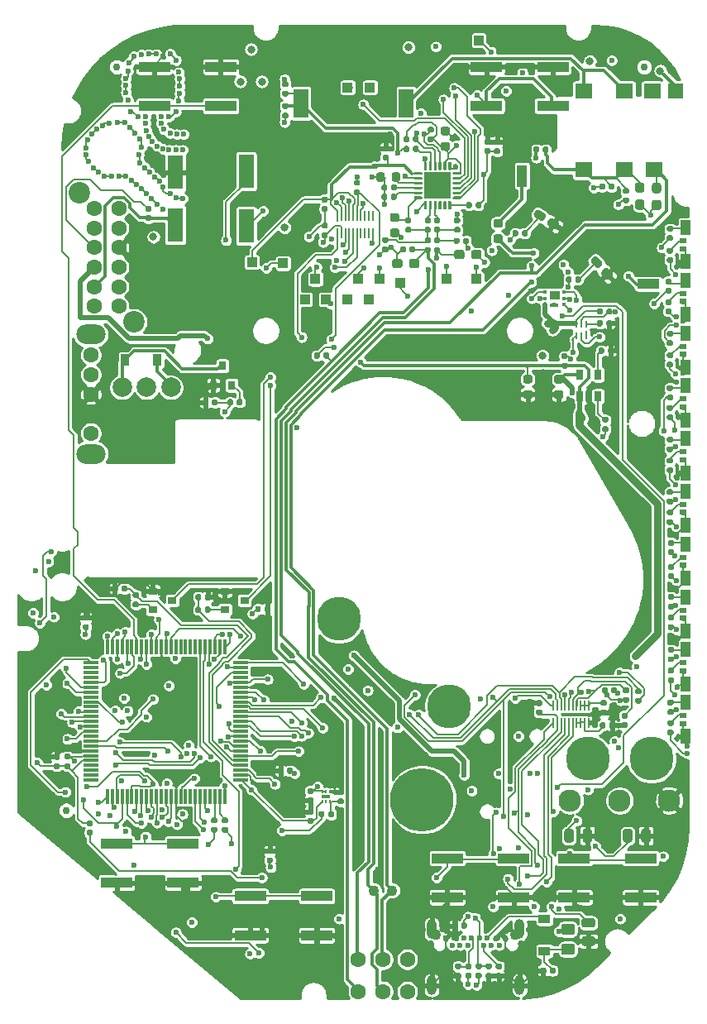
<source format=gbr>
G04 #@! TF.GenerationSoftware,KiCad,Pcbnew,5.1.6+dfsg1-1~bpo10+1*
G04 #@! TF.CreationDate,2020-12-21T12:29:25-05:00*
G04 #@! TF.ProjectId,4GRCP_Mainboard,34475243-505f-44d6-9169-6e626f617264,rev?*
G04 #@! TF.SameCoordinates,Original*
G04 #@! TF.FileFunction,Copper,L6,Bot*
G04 #@! TF.FilePolarity,Positive*
%FSLAX46Y46*%
G04 Gerber Fmt 4.6, Leading zero omitted, Abs format (unit mm)*
G04 Created by KiCad (PCBNEW 5.1.6+dfsg1-1~bpo10+1) date 2020-12-21 12:29:25*
%MOMM*%
%LPD*%
G01*
G04 APERTURE LIST*
G04 #@! TA.AperFunction,EtchedComponent*
%ADD10C,0.010000*%
G04 #@! TD*
G04 #@! TA.AperFunction,ComponentPad*
%ADD11O,1.000000X2.000000*%
G04 #@! TD*
G04 #@! TA.AperFunction,ComponentPad*
%ADD12C,1.100000*%
G04 #@! TD*
G04 #@! TA.AperFunction,ComponentPad*
%ADD13C,0.600000*%
G04 #@! TD*
G04 #@! TA.AperFunction,ComponentPad*
%ADD14C,4.500000*%
G04 #@! TD*
G04 #@! TA.AperFunction,SMDPad,CuDef*
%ADD15R,1.000000X1.500000*%
G04 #@! TD*
G04 #@! TA.AperFunction,SMDPad,CuDef*
%ADD16R,0.800000X0.500000*%
G04 #@! TD*
G04 #@! TA.AperFunction,SMDPad,CuDef*
%ADD17R,3.200000X1.100000*%
G04 #@! TD*
G04 #@! TA.AperFunction,ComponentPad*
%ADD18C,2.300000*%
G04 #@! TD*
G04 #@! TA.AperFunction,SMDPad,CuDef*
%ADD19R,1.200000X0.900000*%
G04 #@! TD*
G04 #@! TA.AperFunction,SMDPad,CuDef*
%ADD20R,1.500000X0.300000*%
G04 #@! TD*
G04 #@! TA.AperFunction,SMDPad,CuDef*
%ADD21R,0.300000X1.500000*%
G04 #@! TD*
G04 #@! TA.AperFunction,SMDPad,CuDef*
%ADD22C,0.750000*%
G04 #@! TD*
G04 #@! TA.AperFunction,ComponentPad*
%ADD23O,3.000000X2.000000*%
G04 #@! TD*
G04 #@! TA.AperFunction,ComponentPad*
%ADD24C,1.600000*%
G04 #@! TD*
G04 #@! TA.AperFunction,SMDPad,CuDef*
%ADD25R,1.600000X3.500000*%
G04 #@! TD*
G04 #@! TA.AperFunction,SMDPad,CuDef*
%ADD26R,1.500000X3.000000*%
G04 #@! TD*
G04 #@! TA.AperFunction,SMDPad,CuDef*
%ADD27R,0.450000X0.300000*%
G04 #@! TD*
G04 #@! TA.AperFunction,Conductor*
%ADD28R,1.000000X0.950000*%
G04 #@! TD*
G04 #@! TA.AperFunction,Conductor*
%ADD29R,0.300000X0.300000*%
G04 #@! TD*
G04 #@! TA.AperFunction,SMDPad,CuDef*
%ADD30R,0.800000X0.900000*%
G04 #@! TD*
G04 #@! TA.AperFunction,ComponentPad*
%ADD31C,2.200000*%
G04 #@! TD*
G04 #@! TA.AperFunction,SMDPad,CuDef*
%ADD32R,0.280000X0.850000*%
G04 #@! TD*
G04 #@! TA.AperFunction,SMDPad,CuDef*
%ADD33R,0.280000X0.750000*%
G04 #@! TD*
G04 #@! TA.AperFunction,SMDPad,CuDef*
%ADD34R,0.650000X1.060000*%
G04 #@! TD*
G04 #@! TA.AperFunction,SMDPad,CuDef*
%ADD35R,0.200000X1.000000*%
G04 #@! TD*
G04 #@! TA.AperFunction,SMDPad,CuDef*
%ADD36R,0.200000X1.100000*%
G04 #@! TD*
G04 #@! TA.AperFunction,SMDPad,CuDef*
%ADD37R,2.700000X2.700000*%
G04 #@! TD*
G04 #@! TA.AperFunction,SMDPad,CuDef*
%ADD38C,0.100000*%
G04 #@! TD*
G04 #@! TA.AperFunction,SMDPad,CuDef*
%ADD39R,0.900000X1.200000*%
G04 #@! TD*
G04 #@! TA.AperFunction,SMDPad,CuDef*
%ADD40R,0.180000X0.350000*%
G04 #@! TD*
G04 #@! TA.AperFunction,SMDPad,CuDef*
%ADD41R,0.940000X0.300000*%
G04 #@! TD*
G04 #@! TA.AperFunction,SMDPad,CuDef*
%ADD42R,1.000000X1.000000*%
G04 #@! TD*
G04 #@! TA.AperFunction,SMDPad,CuDef*
%ADD43R,1.600000X1.600000*%
G04 #@! TD*
G04 #@! TA.AperFunction,SMDPad,CuDef*
%ADD44R,1.800000X1.600000*%
G04 #@! TD*
G04 #@! TA.AperFunction,ComponentPad*
%ADD45C,6.500000*%
G04 #@! TD*
G04 #@! TA.AperFunction,ComponentPad*
%ADD46C,2.000000*%
G04 #@! TD*
G04 #@! TA.AperFunction,SMDPad,CuDef*
%ADD47R,0.900000X0.800000*%
G04 #@! TD*
G04 #@! TA.AperFunction,SMDPad,CuDef*
%ADD48R,1.020000X2.290000*%
G04 #@! TD*
G04 #@! TA.AperFunction,SMDPad,CuDef*
%ADD49R,2.290000X1.020000*%
G04 #@! TD*
G04 #@! TA.AperFunction,ViaPad*
%ADD50C,0.600000*%
G04 #@! TD*
G04 #@! TA.AperFunction,ViaPad*
%ADD51C,0.800000*%
G04 #@! TD*
G04 #@! TA.AperFunction,Conductor*
%ADD52C,0.200000*%
G04 #@! TD*
G04 #@! TA.AperFunction,Conductor*
%ADD53C,0.250000*%
G04 #@! TD*
G04 #@! TA.AperFunction,Conductor*
%ADD54C,0.350000*%
G04 #@! TD*
G04 #@! TA.AperFunction,Conductor*
%ADD55C,0.500000*%
G04 #@! TD*
G04 #@! TA.AperFunction,Conductor*
%ADD56C,0.750000*%
G04 #@! TD*
G04 APERTURE END LIST*
D10*
G36*
X167830000Y-83200000D02*
G01*
X167180000Y-83200000D01*
X167177383Y-83200069D01*
X167174774Y-83200274D01*
X167172178Y-83200616D01*
X167169604Y-83201093D01*
X167167059Y-83201704D01*
X167164549Y-83202447D01*
X167162082Y-83203321D01*
X167159663Y-83204323D01*
X167157300Y-83205450D01*
X167155000Y-83206699D01*
X167152768Y-83208066D01*
X167150611Y-83209549D01*
X167148534Y-83211143D01*
X167146543Y-83212843D01*
X167144645Y-83214645D01*
X167142843Y-83216543D01*
X167141143Y-83218534D01*
X167139549Y-83220611D01*
X167138066Y-83222768D01*
X167136699Y-83225000D01*
X167135450Y-83227300D01*
X167134323Y-83229663D01*
X167133321Y-83232082D01*
X167132447Y-83234549D01*
X167131704Y-83237059D01*
X167131093Y-83239604D01*
X167130616Y-83242178D01*
X167130274Y-83244774D01*
X167130069Y-83247383D01*
X167130000Y-83250000D01*
X167130000Y-83450000D01*
X167130069Y-83452617D01*
X167130274Y-83455226D01*
X167130616Y-83457822D01*
X167131093Y-83460396D01*
X167131704Y-83462941D01*
X167132447Y-83465451D01*
X167133321Y-83467918D01*
X167134323Y-83470337D01*
X167135450Y-83472700D01*
X167136699Y-83475000D01*
X167138066Y-83477232D01*
X167139549Y-83479389D01*
X167141143Y-83481466D01*
X167142843Y-83483457D01*
X167144645Y-83485355D01*
X167146543Y-83487157D01*
X167148534Y-83488857D01*
X167150611Y-83490451D01*
X167152768Y-83491934D01*
X167155000Y-83493301D01*
X167157300Y-83494550D01*
X167159663Y-83495677D01*
X167162082Y-83496679D01*
X167164549Y-83497553D01*
X167167059Y-83498296D01*
X167169604Y-83498907D01*
X167172178Y-83499384D01*
X167174774Y-83499726D01*
X167177383Y-83499931D01*
X167180000Y-83500000D01*
X167830000Y-83500000D01*
X167832617Y-83499931D01*
X167835226Y-83499726D01*
X167837822Y-83499384D01*
X167840396Y-83498907D01*
X167842941Y-83498296D01*
X167845451Y-83497553D01*
X167847918Y-83496679D01*
X167850337Y-83495677D01*
X167852700Y-83494550D01*
X167855000Y-83493301D01*
X167857232Y-83491934D01*
X167859389Y-83490451D01*
X167861466Y-83488857D01*
X167863457Y-83487157D01*
X167865355Y-83485355D01*
X167867157Y-83483457D01*
X167868857Y-83481466D01*
X167870451Y-83479389D01*
X167871934Y-83477232D01*
X167873301Y-83475000D01*
X167874550Y-83472700D01*
X167875677Y-83470337D01*
X167876679Y-83467918D01*
X167877553Y-83465451D01*
X167878296Y-83462941D01*
X167878907Y-83460396D01*
X167879384Y-83457822D01*
X167879726Y-83455226D01*
X167879931Y-83452617D01*
X167880000Y-83450000D01*
X167880000Y-83250000D01*
X167879931Y-83247383D01*
X167879726Y-83244774D01*
X167879384Y-83242178D01*
X167878907Y-83239604D01*
X167878296Y-83237059D01*
X167877553Y-83234549D01*
X167876679Y-83232082D01*
X167875677Y-83229663D01*
X167874550Y-83227300D01*
X167873301Y-83225000D01*
X167871934Y-83222768D01*
X167870451Y-83220611D01*
X167868857Y-83218534D01*
X167867157Y-83216543D01*
X167865355Y-83214645D01*
X167863457Y-83212843D01*
X167861466Y-83211143D01*
X167859389Y-83209549D01*
X167857232Y-83208066D01*
X167855000Y-83206699D01*
X167852700Y-83205450D01*
X167850337Y-83204323D01*
X167847918Y-83203321D01*
X167845451Y-83202447D01*
X167842941Y-83201704D01*
X167840396Y-83201093D01*
X167837822Y-83200616D01*
X167835226Y-83200274D01*
X167832617Y-83200069D01*
X167830000Y-83200000D01*
G37*
X167830000Y-83200000D02*
X167180000Y-83200000D01*
X167177383Y-83200069D01*
X167174774Y-83200274D01*
X167172178Y-83200616D01*
X167169604Y-83201093D01*
X167167059Y-83201704D01*
X167164549Y-83202447D01*
X167162082Y-83203321D01*
X167159663Y-83204323D01*
X167157300Y-83205450D01*
X167155000Y-83206699D01*
X167152768Y-83208066D01*
X167150611Y-83209549D01*
X167148534Y-83211143D01*
X167146543Y-83212843D01*
X167144645Y-83214645D01*
X167142843Y-83216543D01*
X167141143Y-83218534D01*
X167139549Y-83220611D01*
X167138066Y-83222768D01*
X167136699Y-83225000D01*
X167135450Y-83227300D01*
X167134323Y-83229663D01*
X167133321Y-83232082D01*
X167132447Y-83234549D01*
X167131704Y-83237059D01*
X167131093Y-83239604D01*
X167130616Y-83242178D01*
X167130274Y-83244774D01*
X167130069Y-83247383D01*
X167130000Y-83250000D01*
X167130000Y-83450000D01*
X167130069Y-83452617D01*
X167130274Y-83455226D01*
X167130616Y-83457822D01*
X167131093Y-83460396D01*
X167131704Y-83462941D01*
X167132447Y-83465451D01*
X167133321Y-83467918D01*
X167134323Y-83470337D01*
X167135450Y-83472700D01*
X167136699Y-83475000D01*
X167138066Y-83477232D01*
X167139549Y-83479389D01*
X167141143Y-83481466D01*
X167142843Y-83483457D01*
X167144645Y-83485355D01*
X167146543Y-83487157D01*
X167148534Y-83488857D01*
X167150611Y-83490451D01*
X167152768Y-83491934D01*
X167155000Y-83493301D01*
X167157300Y-83494550D01*
X167159663Y-83495677D01*
X167162082Y-83496679D01*
X167164549Y-83497553D01*
X167167059Y-83498296D01*
X167169604Y-83498907D01*
X167172178Y-83499384D01*
X167174774Y-83499726D01*
X167177383Y-83499931D01*
X167180000Y-83500000D01*
X167830000Y-83500000D01*
X167832617Y-83499931D01*
X167835226Y-83499726D01*
X167837822Y-83499384D01*
X167840396Y-83498907D01*
X167842941Y-83498296D01*
X167845451Y-83497553D01*
X167847918Y-83496679D01*
X167850337Y-83495677D01*
X167852700Y-83494550D01*
X167855000Y-83493301D01*
X167857232Y-83491934D01*
X167859389Y-83490451D01*
X167861466Y-83488857D01*
X167863457Y-83487157D01*
X167865355Y-83485355D01*
X167867157Y-83483457D01*
X167868857Y-83481466D01*
X167870451Y-83479389D01*
X167871934Y-83477232D01*
X167873301Y-83475000D01*
X167874550Y-83472700D01*
X167875677Y-83470337D01*
X167876679Y-83467918D01*
X167877553Y-83465451D01*
X167878296Y-83462941D01*
X167878907Y-83460396D01*
X167879384Y-83457822D01*
X167879726Y-83455226D01*
X167879931Y-83452617D01*
X167880000Y-83450000D01*
X167880000Y-83250000D01*
X167879931Y-83247383D01*
X167879726Y-83244774D01*
X167879384Y-83242178D01*
X167878907Y-83239604D01*
X167878296Y-83237059D01*
X167877553Y-83234549D01*
X167876679Y-83232082D01*
X167875677Y-83229663D01*
X167874550Y-83227300D01*
X167873301Y-83225000D01*
X167871934Y-83222768D01*
X167870451Y-83220611D01*
X167868857Y-83218534D01*
X167867157Y-83216543D01*
X167865355Y-83214645D01*
X167863457Y-83212843D01*
X167861466Y-83211143D01*
X167859389Y-83209549D01*
X167857232Y-83208066D01*
X167855000Y-83206699D01*
X167852700Y-83205450D01*
X167850337Y-83204323D01*
X167847918Y-83203321D01*
X167845451Y-83202447D01*
X167842941Y-83201704D01*
X167840396Y-83201093D01*
X167837822Y-83200616D01*
X167835226Y-83200274D01*
X167832617Y-83200069D01*
X167830000Y-83200000D01*
D11*
X155000000Y-153005000D03*
X164000000Y-153005000D03*
D12*
X155450000Y-147805000D03*
D11*
X155000000Y-147255000D03*
D12*
X163550000Y-147805000D03*
D11*
X164000000Y-147255000D03*
D13*
X161900000Y-148905000D03*
X161100000Y-148905000D03*
X160300000Y-148905000D03*
X157100000Y-148905000D03*
X157900000Y-148905000D03*
X158700000Y-148905000D03*
X162550000Y-148205000D03*
X160700000Y-148205000D03*
X159900000Y-148205000D03*
X156450000Y-148205000D03*
X158300000Y-148205000D03*
X159100000Y-148205000D03*
D14*
X171010000Y-129800000D03*
X156800000Y-124450000D03*
X145500000Y-115500000D03*
D15*
X180980000Y-127550000D03*
X180980000Y-124050000D03*
D16*
X180750000Y-126200000D03*
X180750000Y-125400000D03*
D12*
X149050000Y-143300000D03*
X150950000Y-143300000D03*
D17*
X126600000Y-59000000D03*
X133400000Y-59000000D03*
X133400000Y-63000000D03*
X126600000Y-63000000D03*
X160600000Y-59000000D03*
X167400000Y-59000000D03*
X167400000Y-63000000D03*
X160600000Y-63000000D03*
X176400000Y-144000000D03*
X169600000Y-144000000D03*
X169600000Y-140000000D03*
X176400000Y-140000000D03*
X163400000Y-144000000D03*
X156600000Y-144000000D03*
X156600000Y-140000000D03*
X163400000Y-140000000D03*
X143227000Y-147886000D03*
X136427000Y-147886000D03*
X136427000Y-143886000D03*
X143227000Y-143886000D03*
X129546000Y-142497000D03*
X122746000Y-142497000D03*
X122746000Y-138497000D03*
X129546000Y-138497000D03*
D18*
X169170000Y-134100000D03*
X174250000Y-134100000D03*
X179330000Y-134100000D03*
D19*
X166550000Y-146200000D03*
X166550000Y-149500000D03*
G04 #@! TA.AperFunction,SMDPad,CuDef*
G36*
G01*
X169400001Y-147850000D02*
X168499999Y-147850000D01*
G75*
G02*
X168250000Y-147600001I0J249999D01*
G01*
X168250000Y-146949999D01*
G75*
G02*
X168499999Y-146700000I249999J0D01*
G01*
X169400001Y-146700000D01*
G75*
G02*
X169650000Y-146949999I0J-249999D01*
G01*
X169650000Y-147600001D01*
G75*
G02*
X169400001Y-147850000I-249999J0D01*
G01*
G37*
G04 #@! TD.AperFunction*
G04 #@! TA.AperFunction,SMDPad,CuDef*
G36*
G01*
X169400001Y-149900000D02*
X168499999Y-149900000D01*
G75*
G02*
X168250000Y-149650001I0J249999D01*
G01*
X168250000Y-148999999D01*
G75*
G02*
X168499999Y-148750000I249999J0D01*
G01*
X169400001Y-148750000D01*
G75*
G02*
X169650000Y-148999999I0J-249999D01*
G01*
X169650000Y-149650001D01*
G75*
G02*
X169400001Y-149900000I-249999J0D01*
G01*
G37*
G04 #@! TD.AperFunction*
D20*
X135450000Y-132000000D03*
X135450000Y-131500000D03*
X135450000Y-131000000D03*
X135450000Y-130500000D03*
X135450000Y-130000000D03*
X135450000Y-129500000D03*
X135450000Y-129000000D03*
X135450000Y-128500000D03*
X135450000Y-128000000D03*
X135450000Y-127500000D03*
X135450000Y-127000000D03*
X135450000Y-126500000D03*
X135450000Y-126000000D03*
X135450000Y-125500000D03*
X135450000Y-125000000D03*
X135450000Y-124500000D03*
X135450000Y-124000000D03*
X135450000Y-123500000D03*
X135450000Y-123000000D03*
X135450000Y-122500000D03*
X135450000Y-122000000D03*
X135450000Y-121500000D03*
X135450000Y-121000000D03*
X135450000Y-120500000D03*
X135450000Y-120000000D03*
D21*
X133800000Y-118350000D03*
X133300000Y-118350000D03*
X132800000Y-118350000D03*
X132300000Y-118350000D03*
X131800000Y-118350000D03*
X131300000Y-118350000D03*
X130800000Y-118350000D03*
X130300000Y-118350000D03*
X129800000Y-118350000D03*
X129300000Y-118350000D03*
X128800000Y-118350000D03*
X128300000Y-118350000D03*
X127800000Y-118350000D03*
X127300000Y-118350000D03*
X126800000Y-118350000D03*
X126300000Y-118350000D03*
X125800000Y-118350000D03*
X125300000Y-118350000D03*
X124800000Y-118350000D03*
X124300000Y-118350000D03*
X123800000Y-118350000D03*
X123300000Y-118350000D03*
X122800000Y-118350000D03*
X122300000Y-118350000D03*
X121800000Y-118350000D03*
D20*
X120150000Y-120000000D03*
X120150000Y-120500000D03*
X120150000Y-121000000D03*
X120150000Y-121500000D03*
X120150000Y-122000000D03*
X120150000Y-122500000D03*
X120150000Y-123000000D03*
X120150000Y-123500000D03*
X120150000Y-124000000D03*
X120150000Y-124500000D03*
X120150000Y-125000000D03*
X120150000Y-125500000D03*
X120150000Y-126000000D03*
X120150000Y-126500000D03*
X120150000Y-127000000D03*
X120150000Y-127500000D03*
X120150000Y-128000000D03*
X120150000Y-128500000D03*
X120150000Y-129000000D03*
X120150000Y-129500000D03*
X120150000Y-130000000D03*
X120150000Y-130500000D03*
X120150000Y-131000000D03*
X120150000Y-131500000D03*
X120150000Y-132000000D03*
D21*
X121800000Y-133650000D03*
X122300000Y-133650000D03*
X122800000Y-133650000D03*
X123300000Y-133650000D03*
X123800000Y-133650000D03*
X124300000Y-133650000D03*
X124800000Y-133650000D03*
X125300000Y-133650000D03*
X125800000Y-133650000D03*
X126300000Y-133650000D03*
X126800000Y-133650000D03*
X127300000Y-133650000D03*
X127800000Y-133650000D03*
X128300000Y-133650000D03*
X128800000Y-133650000D03*
X129300000Y-133650000D03*
X129800000Y-133650000D03*
X130300000Y-133650000D03*
X130800000Y-133650000D03*
X131300000Y-133650000D03*
X131800000Y-133650000D03*
X132300000Y-133650000D03*
X132800000Y-133650000D03*
X133300000Y-133650000D03*
X133800000Y-133650000D03*
D22*
X176750000Y-59000000D03*
X122750000Y-59000000D03*
X117600000Y-135100000D03*
D23*
X120100000Y-86400000D03*
X120100000Y-98600000D03*
D24*
X120100000Y-88500000D03*
X120100000Y-90500000D03*
X120100000Y-92500000D03*
X120100000Y-96500000D03*
G04 #@! TA.AperFunction,SMDPad,CuDef*
G36*
G01*
X134660000Y-93152500D02*
X134660000Y-93497500D01*
G75*
G02*
X134512500Y-93645000I-147500J0D01*
G01*
X134217500Y-93645000D01*
G75*
G02*
X134070000Y-93497500I0J147500D01*
G01*
X134070000Y-93152500D01*
G75*
G02*
X134217500Y-93005000I147500J0D01*
G01*
X134512500Y-93005000D01*
G75*
G02*
X134660000Y-93152500I0J-147500D01*
G01*
G37*
G04 #@! TD.AperFunction*
G04 #@! TA.AperFunction,SMDPad,CuDef*
G36*
G01*
X135630000Y-93152500D02*
X135630000Y-93497500D01*
G75*
G02*
X135482500Y-93645000I-147500J0D01*
G01*
X135187500Y-93645000D01*
G75*
G02*
X135040000Y-93497500I0J147500D01*
G01*
X135040000Y-93152500D01*
G75*
G02*
X135187500Y-93005000I147500J0D01*
G01*
X135482500Y-93005000D01*
G75*
G02*
X135630000Y-93152500I0J-147500D01*
G01*
G37*
G04 #@! TD.AperFunction*
G04 #@! TA.AperFunction,SMDPad,CuDef*
G36*
G01*
X132110000Y-93177500D02*
X132110000Y-93522500D01*
G75*
G02*
X131962500Y-93670000I-147500J0D01*
G01*
X131667500Y-93670000D01*
G75*
G02*
X131520000Y-93522500I0J147500D01*
G01*
X131520000Y-93177500D01*
G75*
G02*
X131667500Y-93030000I147500J0D01*
G01*
X131962500Y-93030000D01*
G75*
G02*
X132110000Y-93177500I0J-147500D01*
G01*
G37*
G04 #@! TD.AperFunction*
G04 #@! TA.AperFunction,SMDPad,CuDef*
G36*
G01*
X133080000Y-93177500D02*
X133080000Y-93522500D01*
G75*
G02*
X132932500Y-93670000I-147500J0D01*
G01*
X132637500Y-93670000D01*
G75*
G02*
X132490000Y-93522500I0J147500D01*
G01*
X132490000Y-93177500D01*
G75*
G02*
X132637500Y-93030000I147500J0D01*
G01*
X132932500Y-93030000D01*
G75*
G02*
X133080000Y-93177500I0J-147500D01*
G01*
G37*
G04 #@! TD.AperFunction*
G04 #@! TA.AperFunction,SMDPad,CuDef*
G36*
G01*
X116772500Y-129910000D02*
X116427500Y-129910000D01*
G75*
G02*
X116280000Y-129762500I0J147500D01*
G01*
X116280000Y-129467500D01*
G75*
G02*
X116427500Y-129320000I147500J0D01*
G01*
X116772500Y-129320000D01*
G75*
G02*
X116920000Y-129467500I0J-147500D01*
G01*
X116920000Y-129762500D01*
G75*
G02*
X116772500Y-129910000I-147500J0D01*
G01*
G37*
G04 #@! TD.AperFunction*
G04 #@! TA.AperFunction,SMDPad,CuDef*
G36*
G01*
X116772500Y-130880000D02*
X116427500Y-130880000D01*
G75*
G02*
X116280000Y-130732500I0J147500D01*
G01*
X116280000Y-130437500D01*
G75*
G02*
X116427500Y-130290000I147500J0D01*
G01*
X116772500Y-130290000D01*
G75*
G02*
X116920000Y-130437500I0J-147500D01*
G01*
X116920000Y-130732500D01*
G75*
G02*
X116772500Y-130880000I-147500J0D01*
G01*
G37*
G04 #@! TD.AperFunction*
G04 #@! TA.AperFunction,SMDPad,CuDef*
G36*
G01*
X138597500Y-140505000D02*
X138252500Y-140505000D01*
G75*
G02*
X138105000Y-140357500I0J147500D01*
G01*
X138105000Y-140062500D01*
G75*
G02*
X138252500Y-139915000I147500J0D01*
G01*
X138597500Y-139915000D01*
G75*
G02*
X138745000Y-140062500I0J-147500D01*
G01*
X138745000Y-140357500D01*
G75*
G02*
X138597500Y-140505000I-147500J0D01*
G01*
G37*
G04 #@! TD.AperFunction*
G04 #@! TA.AperFunction,SMDPad,CuDef*
G36*
G01*
X138597500Y-139535000D02*
X138252500Y-139535000D01*
G75*
G02*
X138105000Y-139387500I0J147500D01*
G01*
X138105000Y-139092500D01*
G75*
G02*
X138252500Y-138945000I147500J0D01*
G01*
X138597500Y-138945000D01*
G75*
G02*
X138745000Y-139092500I0J-147500D01*
G01*
X138745000Y-139387500D01*
G75*
G02*
X138597500Y-139535000I-147500J0D01*
G01*
G37*
G04 #@! TD.AperFunction*
G04 #@! TA.AperFunction,SMDPad,CuDef*
G36*
G01*
X137890000Y-114672500D02*
X137890000Y-114327500D01*
G75*
G02*
X138037500Y-114180000I147500J0D01*
G01*
X138332500Y-114180000D01*
G75*
G02*
X138480000Y-114327500I0J-147500D01*
G01*
X138480000Y-114672500D01*
G75*
G02*
X138332500Y-114820000I-147500J0D01*
G01*
X138037500Y-114820000D01*
G75*
G02*
X137890000Y-114672500I0J147500D01*
G01*
G37*
G04 #@! TD.AperFunction*
G04 #@! TA.AperFunction,SMDPad,CuDef*
G36*
G01*
X136920000Y-114672500D02*
X136920000Y-114327500D01*
G75*
G02*
X137067500Y-114180000I147500J0D01*
G01*
X137362500Y-114180000D01*
G75*
G02*
X137510000Y-114327500I0J-147500D01*
G01*
X137510000Y-114672500D01*
G75*
G02*
X137362500Y-114820000I-147500J0D01*
G01*
X137067500Y-114820000D01*
G75*
G02*
X136920000Y-114672500I0J147500D01*
G01*
G37*
G04 #@! TD.AperFunction*
G04 #@! TA.AperFunction,SMDPad,CuDef*
G36*
G01*
X119747500Y-116630000D02*
X119402500Y-116630000D01*
G75*
G02*
X119255000Y-116482500I0J147500D01*
G01*
X119255000Y-116187500D01*
G75*
G02*
X119402500Y-116040000I147500J0D01*
G01*
X119747500Y-116040000D01*
G75*
G02*
X119895000Y-116187500I0J-147500D01*
G01*
X119895000Y-116482500D01*
G75*
G02*
X119747500Y-116630000I-147500J0D01*
G01*
G37*
G04 #@! TD.AperFunction*
G04 #@! TA.AperFunction,SMDPad,CuDef*
G36*
G01*
X119747500Y-115660000D02*
X119402500Y-115660000D01*
G75*
G02*
X119255000Y-115512500I0J147500D01*
G01*
X119255000Y-115217500D01*
G75*
G02*
X119402500Y-115070000I147500J0D01*
G01*
X119747500Y-115070000D01*
G75*
G02*
X119895000Y-115217500I0J-147500D01*
G01*
X119895000Y-115512500D01*
G75*
G02*
X119747500Y-115660000I-147500J0D01*
G01*
G37*
G04 #@! TD.AperFunction*
G04 #@! TA.AperFunction,SMDPad,CuDef*
G36*
G01*
X139810000Y-130877500D02*
X139810000Y-131222500D01*
G75*
G02*
X139662500Y-131370000I-147500J0D01*
G01*
X139367500Y-131370000D01*
G75*
G02*
X139220000Y-131222500I0J147500D01*
G01*
X139220000Y-130877500D01*
G75*
G02*
X139367500Y-130730000I147500J0D01*
G01*
X139662500Y-130730000D01*
G75*
G02*
X139810000Y-130877500I0J-147500D01*
G01*
G37*
G04 #@! TD.AperFunction*
G04 #@! TA.AperFunction,SMDPad,CuDef*
G36*
G01*
X140780000Y-130877500D02*
X140780000Y-131222500D01*
G75*
G02*
X140632500Y-131370000I-147500J0D01*
G01*
X140337500Y-131370000D01*
G75*
G02*
X140190000Y-131222500I0J147500D01*
G01*
X140190000Y-130877500D01*
G75*
G02*
X140337500Y-130730000I147500J0D01*
G01*
X140632500Y-130730000D01*
G75*
G02*
X140780000Y-130877500I0J-147500D01*
G01*
G37*
G04 #@! TD.AperFunction*
G04 #@! TA.AperFunction,SMDPad,CuDef*
G36*
G01*
X167680000Y-151327500D02*
X167680000Y-151672500D01*
G75*
G02*
X167532500Y-151820000I-147500J0D01*
G01*
X167237500Y-151820000D01*
G75*
G02*
X167090000Y-151672500I0J147500D01*
G01*
X167090000Y-151327500D01*
G75*
G02*
X167237500Y-151180000I147500J0D01*
G01*
X167532500Y-151180000D01*
G75*
G02*
X167680000Y-151327500I0J-147500D01*
G01*
G37*
G04 #@! TD.AperFunction*
G04 #@! TA.AperFunction,SMDPad,CuDef*
G36*
G01*
X166710000Y-151327500D02*
X166710000Y-151672500D01*
G75*
G02*
X166562500Y-151820000I-147500J0D01*
G01*
X166267500Y-151820000D01*
G75*
G02*
X166120000Y-151672500I0J147500D01*
G01*
X166120000Y-151327500D01*
G75*
G02*
X166267500Y-151180000I147500J0D01*
G01*
X166562500Y-151180000D01*
G75*
G02*
X166710000Y-151327500I0J-147500D01*
G01*
G37*
G04 #@! TD.AperFunction*
G04 #@! TA.AperFunction,SMDPad,CuDef*
G36*
G01*
X157527500Y-150770000D02*
X157872500Y-150770000D01*
G75*
G02*
X158020000Y-150917500I0J-147500D01*
G01*
X158020000Y-151212500D01*
G75*
G02*
X157872500Y-151360000I-147500J0D01*
G01*
X157527500Y-151360000D01*
G75*
G02*
X157380000Y-151212500I0J147500D01*
G01*
X157380000Y-150917500D01*
G75*
G02*
X157527500Y-150770000I147500J0D01*
G01*
G37*
G04 #@! TD.AperFunction*
G04 #@! TA.AperFunction,SMDPad,CuDef*
G36*
G01*
X157527500Y-151740000D02*
X157872500Y-151740000D01*
G75*
G02*
X158020000Y-151887500I0J-147500D01*
G01*
X158020000Y-152182500D01*
G75*
G02*
X157872500Y-152330000I-147500J0D01*
G01*
X157527500Y-152330000D01*
G75*
G02*
X157380000Y-152182500I0J147500D01*
G01*
X157380000Y-151887500D01*
G75*
G02*
X157527500Y-151740000I147500J0D01*
G01*
G37*
G04 #@! TD.AperFunction*
G04 #@! TA.AperFunction,SMDPad,CuDef*
G36*
G01*
X160657500Y-150780000D02*
X161002500Y-150780000D01*
G75*
G02*
X161150000Y-150927500I0J-147500D01*
G01*
X161150000Y-151222500D01*
G75*
G02*
X161002500Y-151370000I-147500J0D01*
G01*
X160657500Y-151370000D01*
G75*
G02*
X160510000Y-151222500I0J147500D01*
G01*
X160510000Y-150927500D01*
G75*
G02*
X160657500Y-150780000I147500J0D01*
G01*
G37*
G04 #@! TD.AperFunction*
G04 #@! TA.AperFunction,SMDPad,CuDef*
G36*
G01*
X160657500Y-151750000D02*
X161002500Y-151750000D01*
G75*
G02*
X161150000Y-151897500I0J-147500D01*
G01*
X161150000Y-152192500D01*
G75*
G02*
X161002500Y-152340000I-147500J0D01*
G01*
X160657500Y-152340000D01*
G75*
G02*
X160510000Y-152192500I0J147500D01*
G01*
X160510000Y-151897500D01*
G75*
G02*
X160657500Y-151750000I147500J0D01*
G01*
G37*
G04 #@! TD.AperFunction*
G04 #@! TA.AperFunction,SMDPad,CuDef*
G36*
G01*
X119827500Y-137090000D02*
X120172500Y-137090000D01*
G75*
G02*
X120320000Y-137237500I0J-147500D01*
G01*
X120320000Y-137532500D01*
G75*
G02*
X120172500Y-137680000I-147500J0D01*
G01*
X119827500Y-137680000D01*
G75*
G02*
X119680000Y-137532500I0J147500D01*
G01*
X119680000Y-137237500D01*
G75*
G02*
X119827500Y-137090000I147500J0D01*
G01*
G37*
G04 #@! TD.AperFunction*
G04 #@! TA.AperFunction,SMDPad,CuDef*
G36*
G01*
X119827500Y-136120000D02*
X120172500Y-136120000D01*
G75*
G02*
X120320000Y-136267500I0J-147500D01*
G01*
X120320000Y-136562500D01*
G75*
G02*
X120172500Y-136710000I-147500J0D01*
G01*
X119827500Y-136710000D01*
G75*
G02*
X119680000Y-136562500I0J147500D01*
G01*
X119680000Y-136267500D01*
G75*
G02*
X119827500Y-136120000I147500J0D01*
G01*
G37*
G04 #@! TD.AperFunction*
G04 #@! TA.AperFunction,SMDPad,CuDef*
G36*
G01*
X173480000Y-83877500D02*
X173480000Y-84222500D01*
G75*
G02*
X173332500Y-84370000I-147500J0D01*
G01*
X173037500Y-84370000D01*
G75*
G02*
X172890000Y-84222500I0J147500D01*
G01*
X172890000Y-83877500D01*
G75*
G02*
X173037500Y-83730000I147500J0D01*
G01*
X173332500Y-83730000D01*
G75*
G02*
X173480000Y-83877500I0J-147500D01*
G01*
G37*
G04 #@! TD.AperFunction*
G04 #@! TA.AperFunction,SMDPad,CuDef*
G36*
G01*
X172510000Y-83877500D02*
X172510000Y-84222500D01*
G75*
G02*
X172362500Y-84370000I-147500J0D01*
G01*
X172067500Y-84370000D01*
G75*
G02*
X171920000Y-84222500I0J147500D01*
G01*
X171920000Y-83877500D01*
G75*
G02*
X172067500Y-83730000I147500J0D01*
G01*
X172362500Y-83730000D01*
G75*
G02*
X172510000Y-83877500I0J-147500D01*
G01*
G37*
G04 #@! TD.AperFunction*
D25*
X128750000Y-75200000D03*
X128750000Y-69800000D03*
G04 #@! TA.AperFunction,SMDPad,CuDef*
G36*
G01*
X142427500Y-135890000D02*
X142772500Y-135890000D01*
G75*
G02*
X142920000Y-136037500I0J-147500D01*
G01*
X142920000Y-136332500D01*
G75*
G02*
X142772500Y-136480000I-147500J0D01*
G01*
X142427500Y-136480000D01*
G75*
G02*
X142280000Y-136332500I0J147500D01*
G01*
X142280000Y-136037500D01*
G75*
G02*
X142427500Y-135890000I147500J0D01*
G01*
G37*
G04 #@! TD.AperFunction*
G04 #@! TA.AperFunction,SMDPad,CuDef*
G36*
G01*
X142427500Y-134920000D02*
X142772500Y-134920000D01*
G75*
G02*
X142920000Y-135067500I0J-147500D01*
G01*
X142920000Y-135362500D01*
G75*
G02*
X142772500Y-135510000I-147500J0D01*
G01*
X142427500Y-135510000D01*
G75*
G02*
X142280000Y-135362500I0J147500D01*
G01*
X142280000Y-135067500D01*
G75*
G02*
X142427500Y-134920000I147500J0D01*
G01*
G37*
G04 #@! TD.AperFunction*
X136000000Y-69700000D03*
X136000000Y-75300000D03*
G04 #@! TA.AperFunction,SMDPad,CuDef*
G36*
G01*
X143877500Y-73240000D02*
X144222500Y-73240000D01*
G75*
G02*
X144370000Y-73387500I0J-147500D01*
G01*
X144370000Y-73682500D01*
G75*
G02*
X144222500Y-73830000I-147500J0D01*
G01*
X143877500Y-73830000D01*
G75*
G02*
X143730000Y-73682500I0J147500D01*
G01*
X143730000Y-73387500D01*
G75*
G02*
X143877500Y-73240000I147500J0D01*
G01*
G37*
G04 #@! TD.AperFunction*
G04 #@! TA.AperFunction,SMDPad,CuDef*
G36*
G01*
X143877500Y-72270000D02*
X144222500Y-72270000D01*
G75*
G02*
X144370000Y-72417500I0J-147500D01*
G01*
X144370000Y-72712500D01*
G75*
G02*
X144222500Y-72860000I-147500J0D01*
G01*
X143877500Y-72860000D01*
G75*
G02*
X143730000Y-72712500I0J147500D01*
G01*
X143730000Y-72417500D01*
G75*
G02*
X143877500Y-72270000I147500J0D01*
G01*
G37*
G04 #@! TD.AperFunction*
G04 #@! TA.AperFunction,SMDPad,CuDef*
G36*
G01*
X144222500Y-75560000D02*
X143877500Y-75560000D01*
G75*
G02*
X143730000Y-75412500I0J147500D01*
G01*
X143730000Y-75117500D01*
G75*
G02*
X143877500Y-74970000I147500J0D01*
G01*
X144222500Y-74970000D01*
G75*
G02*
X144370000Y-75117500I0J-147500D01*
G01*
X144370000Y-75412500D01*
G75*
G02*
X144222500Y-75560000I-147500J0D01*
G01*
G37*
G04 #@! TD.AperFunction*
G04 #@! TA.AperFunction,SMDPad,CuDef*
G36*
G01*
X144222500Y-76530000D02*
X143877500Y-76530000D01*
G75*
G02*
X143730000Y-76382500I0J147500D01*
G01*
X143730000Y-76087500D01*
G75*
G02*
X143877500Y-75940000I147500J0D01*
G01*
X144222500Y-75940000D01*
G75*
G02*
X144370000Y-76087500I0J-147500D01*
G01*
X144370000Y-76382500D01*
G75*
G02*
X144222500Y-76530000I-147500J0D01*
G01*
G37*
G04 #@! TD.AperFunction*
G04 #@! TA.AperFunction,SMDPad,CuDef*
G36*
G01*
X143525000Y-88377500D02*
X143525000Y-88722500D01*
G75*
G02*
X143377500Y-88870000I-147500J0D01*
G01*
X143082500Y-88870000D01*
G75*
G02*
X142935000Y-88722500I0J147500D01*
G01*
X142935000Y-88377500D01*
G75*
G02*
X143082500Y-88230000I147500J0D01*
G01*
X143377500Y-88230000D01*
G75*
G02*
X143525000Y-88377500I0J-147500D01*
G01*
G37*
G04 #@! TD.AperFunction*
G04 #@! TA.AperFunction,SMDPad,CuDef*
G36*
G01*
X144495000Y-88377500D02*
X144495000Y-88722500D01*
G75*
G02*
X144347500Y-88870000I-147500J0D01*
G01*
X144052500Y-88870000D01*
G75*
G02*
X143905000Y-88722500I0J147500D01*
G01*
X143905000Y-88377500D01*
G75*
G02*
X144052500Y-88230000I147500J0D01*
G01*
X144347500Y-88230000D01*
G75*
G02*
X144495000Y-88377500I0J-147500D01*
G01*
G37*
G04 #@! TD.AperFunction*
G04 #@! TA.AperFunction,SMDPad,CuDef*
G36*
G01*
X153330000Y-77517500D02*
X153330000Y-77862500D01*
G75*
G02*
X153182500Y-78010000I-147500J0D01*
G01*
X152887500Y-78010000D01*
G75*
G02*
X152740000Y-77862500I0J147500D01*
G01*
X152740000Y-77517500D01*
G75*
G02*
X152887500Y-77370000I147500J0D01*
G01*
X153182500Y-77370000D01*
G75*
G02*
X153330000Y-77517500I0J-147500D01*
G01*
G37*
G04 #@! TD.AperFunction*
G04 #@! TA.AperFunction,SMDPad,CuDef*
G36*
G01*
X152360000Y-77517500D02*
X152360000Y-77862500D01*
G75*
G02*
X152212500Y-78010000I-147500J0D01*
G01*
X151917500Y-78010000D01*
G75*
G02*
X151770000Y-77862500I0J147500D01*
G01*
X151770000Y-77517500D01*
G75*
G02*
X151917500Y-77370000I147500J0D01*
G01*
X152212500Y-77370000D01*
G75*
G02*
X152360000Y-77517500I0J-147500D01*
G01*
G37*
G04 #@! TD.AperFunction*
G04 #@! TA.AperFunction,SMDPad,CuDef*
G36*
G01*
X157245000Y-76997500D02*
X157245000Y-76652500D01*
G75*
G02*
X157392500Y-76505000I147500J0D01*
G01*
X157687500Y-76505000D01*
G75*
G02*
X157835000Y-76652500I0J-147500D01*
G01*
X157835000Y-76997500D01*
G75*
G02*
X157687500Y-77145000I-147500J0D01*
G01*
X157392500Y-77145000D01*
G75*
G02*
X157245000Y-76997500I0J147500D01*
G01*
G37*
G04 #@! TD.AperFunction*
G04 #@! TA.AperFunction,SMDPad,CuDef*
G36*
G01*
X158215000Y-76997500D02*
X158215000Y-76652500D01*
G75*
G02*
X158362500Y-76505000I147500J0D01*
G01*
X158657500Y-76505000D01*
G75*
G02*
X158805000Y-76652500I0J-147500D01*
G01*
X158805000Y-76997500D01*
G75*
G02*
X158657500Y-77145000I-147500J0D01*
G01*
X158362500Y-77145000D01*
G75*
G02*
X158215000Y-76997500I0J147500D01*
G01*
G37*
G04 #@! TD.AperFunction*
G04 #@! TA.AperFunction,SMDPad,CuDef*
G36*
G01*
X150077500Y-77390000D02*
X150422500Y-77390000D01*
G75*
G02*
X150570000Y-77537500I0J-147500D01*
G01*
X150570000Y-77832500D01*
G75*
G02*
X150422500Y-77980000I-147500J0D01*
G01*
X150077500Y-77980000D01*
G75*
G02*
X149930000Y-77832500I0J147500D01*
G01*
X149930000Y-77537500D01*
G75*
G02*
X150077500Y-77390000I147500J0D01*
G01*
G37*
G04 #@! TD.AperFunction*
G04 #@! TA.AperFunction,SMDPad,CuDef*
G36*
G01*
X150077500Y-76420000D02*
X150422500Y-76420000D01*
G75*
G02*
X150570000Y-76567500I0J-147500D01*
G01*
X150570000Y-76862500D01*
G75*
G02*
X150422500Y-77010000I-147500J0D01*
G01*
X150077500Y-77010000D01*
G75*
G02*
X149930000Y-76862500I0J147500D01*
G01*
X149930000Y-76567500D01*
G75*
G02*
X150077500Y-76420000I147500J0D01*
G01*
G37*
G04 #@! TD.AperFunction*
G04 #@! TA.AperFunction,SMDPad,CuDef*
G36*
G01*
X155377500Y-75390000D02*
X155722500Y-75390000D01*
G75*
G02*
X155870000Y-75537500I0J-147500D01*
G01*
X155870000Y-75832500D01*
G75*
G02*
X155722500Y-75980000I-147500J0D01*
G01*
X155377500Y-75980000D01*
G75*
G02*
X155230000Y-75832500I0J147500D01*
G01*
X155230000Y-75537500D01*
G75*
G02*
X155377500Y-75390000I147500J0D01*
G01*
G37*
G04 #@! TD.AperFunction*
G04 #@! TA.AperFunction,SMDPad,CuDef*
G36*
G01*
X155377500Y-74420000D02*
X155722500Y-74420000D01*
G75*
G02*
X155870000Y-74567500I0J-147500D01*
G01*
X155870000Y-74862500D01*
G75*
G02*
X155722500Y-75010000I-147500J0D01*
G01*
X155377500Y-75010000D01*
G75*
G02*
X155230000Y-74862500I0J147500D01*
G01*
X155230000Y-74567500D01*
G75*
G02*
X155377500Y-74420000I147500J0D01*
G01*
G37*
G04 #@! TD.AperFunction*
G04 #@! TA.AperFunction,SMDPad,CuDef*
G36*
G01*
X154427500Y-74420000D02*
X154772500Y-74420000D01*
G75*
G02*
X154920000Y-74567500I0J-147500D01*
G01*
X154920000Y-74862500D01*
G75*
G02*
X154772500Y-75010000I-147500J0D01*
G01*
X154427500Y-75010000D01*
G75*
G02*
X154280000Y-74862500I0J147500D01*
G01*
X154280000Y-74567500D01*
G75*
G02*
X154427500Y-74420000I147500J0D01*
G01*
G37*
G04 #@! TD.AperFunction*
G04 #@! TA.AperFunction,SMDPad,CuDef*
G36*
G01*
X154427500Y-75390000D02*
X154772500Y-75390000D01*
G75*
G02*
X154920000Y-75537500I0J-147500D01*
G01*
X154920000Y-75832500D01*
G75*
G02*
X154772500Y-75980000I-147500J0D01*
G01*
X154427500Y-75980000D01*
G75*
G02*
X154280000Y-75832500I0J147500D01*
G01*
X154280000Y-75537500D01*
G75*
G02*
X154427500Y-75390000I147500J0D01*
G01*
G37*
G04 #@! TD.AperFunction*
G04 #@! TA.AperFunction,SMDPad,CuDef*
G36*
G01*
X150460000Y-71177500D02*
X150460000Y-71522500D01*
G75*
G02*
X150312500Y-71670000I-147500J0D01*
G01*
X150017500Y-71670000D01*
G75*
G02*
X149870000Y-71522500I0J147500D01*
G01*
X149870000Y-71177500D01*
G75*
G02*
X150017500Y-71030000I147500J0D01*
G01*
X150312500Y-71030000D01*
G75*
G02*
X150460000Y-71177500I0J-147500D01*
G01*
G37*
G04 #@! TD.AperFunction*
G04 #@! TA.AperFunction,SMDPad,CuDef*
G36*
G01*
X151430000Y-71177500D02*
X151430000Y-71522500D01*
G75*
G02*
X151282500Y-71670000I-147500J0D01*
G01*
X150987500Y-71670000D01*
G75*
G02*
X150840000Y-71522500I0J147500D01*
G01*
X150840000Y-71177500D01*
G75*
G02*
X150987500Y-71030000I147500J0D01*
G01*
X151282500Y-71030000D01*
G75*
G02*
X151430000Y-71177500I0J-147500D01*
G01*
G37*
G04 #@! TD.AperFunction*
G04 #@! TA.AperFunction,SMDPad,CuDef*
G36*
G01*
X151430000Y-72127500D02*
X151430000Y-72472500D01*
G75*
G02*
X151282500Y-72620000I-147500J0D01*
G01*
X150987500Y-72620000D01*
G75*
G02*
X150840000Y-72472500I0J147500D01*
G01*
X150840000Y-72127500D01*
G75*
G02*
X150987500Y-71980000I147500J0D01*
G01*
X151282500Y-71980000D01*
G75*
G02*
X151430000Y-72127500I0J-147500D01*
G01*
G37*
G04 #@! TD.AperFunction*
G04 #@! TA.AperFunction,SMDPad,CuDef*
G36*
G01*
X150460000Y-72127500D02*
X150460000Y-72472500D01*
G75*
G02*
X150312500Y-72620000I-147500J0D01*
G01*
X150017500Y-72620000D01*
G75*
G02*
X149870000Y-72472500I0J147500D01*
G01*
X149870000Y-72127500D01*
G75*
G02*
X150017500Y-71980000I147500J0D01*
G01*
X150312500Y-71980000D01*
G75*
G02*
X150460000Y-72127500I0J-147500D01*
G01*
G37*
G04 #@! TD.AperFunction*
G04 #@! TA.AperFunction,SMDPad,CuDef*
G36*
G01*
X150472500Y-68580000D02*
X150127500Y-68580000D01*
G75*
G02*
X149980000Y-68432500I0J147500D01*
G01*
X149980000Y-68137500D01*
G75*
G02*
X150127500Y-67990000I147500J0D01*
G01*
X150472500Y-67990000D01*
G75*
G02*
X150620000Y-68137500I0J-147500D01*
G01*
X150620000Y-68432500D01*
G75*
G02*
X150472500Y-68580000I-147500J0D01*
G01*
G37*
G04 #@! TD.AperFunction*
G04 #@! TA.AperFunction,SMDPad,CuDef*
G36*
G01*
X150472500Y-67610000D02*
X150127500Y-67610000D01*
G75*
G02*
X149980000Y-67462500I0J147500D01*
G01*
X149980000Y-67167500D01*
G75*
G02*
X150127500Y-67020000I147500J0D01*
G01*
X150472500Y-67020000D01*
G75*
G02*
X150620000Y-67167500I0J-147500D01*
G01*
X150620000Y-67462500D01*
G75*
G02*
X150472500Y-67610000I-147500J0D01*
G01*
G37*
G04 #@! TD.AperFunction*
G04 #@! TA.AperFunction,SMDPad,CuDef*
G36*
G01*
X156656250Y-66000000D02*
X156143750Y-66000000D01*
G75*
G02*
X155925000Y-65781250I0J218750D01*
G01*
X155925000Y-65343750D01*
G75*
G02*
X156143750Y-65125000I218750J0D01*
G01*
X156656250Y-65125000D01*
G75*
G02*
X156875000Y-65343750I0J-218750D01*
G01*
X156875000Y-65781250D01*
G75*
G02*
X156656250Y-66000000I-218750J0D01*
G01*
G37*
G04 #@! TD.AperFunction*
G04 #@! TA.AperFunction,SMDPad,CuDef*
G36*
G01*
X156656250Y-67575000D02*
X156143750Y-67575000D01*
G75*
G02*
X155925000Y-67356250I0J218750D01*
G01*
X155925000Y-66918750D01*
G75*
G02*
X156143750Y-66700000I218750J0D01*
G01*
X156656250Y-66700000D01*
G75*
G02*
X156875000Y-66918750I0J-218750D01*
G01*
X156875000Y-67356250D01*
G75*
G02*
X156656250Y-67575000I-218750J0D01*
G01*
G37*
G04 #@! TD.AperFunction*
G04 #@! TA.AperFunction,SMDPad,CuDef*
G36*
G01*
X160872500Y-67930000D02*
X160527500Y-67930000D01*
G75*
G02*
X160380000Y-67782500I0J147500D01*
G01*
X160380000Y-67487500D01*
G75*
G02*
X160527500Y-67340000I147500J0D01*
G01*
X160872500Y-67340000D01*
G75*
G02*
X161020000Y-67487500I0J-147500D01*
G01*
X161020000Y-67782500D01*
G75*
G02*
X160872500Y-67930000I-147500J0D01*
G01*
G37*
G04 #@! TD.AperFunction*
G04 #@! TA.AperFunction,SMDPad,CuDef*
G36*
G01*
X160872500Y-66960000D02*
X160527500Y-66960000D01*
G75*
G02*
X160380000Y-66812500I0J147500D01*
G01*
X160380000Y-66517500D01*
G75*
G02*
X160527500Y-66370000I147500J0D01*
G01*
X160872500Y-66370000D01*
G75*
G02*
X161020000Y-66517500I0J-147500D01*
G01*
X161020000Y-66812500D01*
G75*
G02*
X160872500Y-66960000I-147500J0D01*
G01*
G37*
G04 #@! TD.AperFunction*
G04 #@! TA.AperFunction,SMDPad,CuDef*
G36*
G01*
X161872500Y-66960000D02*
X161527500Y-66960000D01*
G75*
G02*
X161380000Y-66812500I0J147500D01*
G01*
X161380000Y-66517500D01*
G75*
G02*
X161527500Y-66370000I147500J0D01*
G01*
X161872500Y-66370000D01*
G75*
G02*
X162020000Y-66517500I0J-147500D01*
G01*
X162020000Y-66812500D01*
G75*
G02*
X161872500Y-66960000I-147500J0D01*
G01*
G37*
G04 #@! TD.AperFunction*
G04 #@! TA.AperFunction,SMDPad,CuDef*
G36*
G01*
X161872500Y-67930000D02*
X161527500Y-67930000D01*
G75*
G02*
X161380000Y-67782500I0J147500D01*
G01*
X161380000Y-67487500D01*
G75*
G02*
X161527500Y-67340000I147500J0D01*
G01*
X161872500Y-67340000D01*
G75*
G02*
X162020000Y-67487500I0J-147500D01*
G01*
X162020000Y-67782500D01*
G75*
G02*
X161872500Y-67930000I-147500J0D01*
G01*
G37*
G04 #@! TD.AperFunction*
G04 #@! TA.AperFunction,SMDPad,CuDef*
G36*
G01*
X173705000Y-71077500D02*
X173705000Y-71422500D01*
G75*
G02*
X173557500Y-71570000I-147500J0D01*
G01*
X173262500Y-71570000D01*
G75*
G02*
X173115000Y-71422500I0J147500D01*
G01*
X173115000Y-71077500D01*
G75*
G02*
X173262500Y-70930000I147500J0D01*
G01*
X173557500Y-70930000D01*
G75*
G02*
X173705000Y-71077500I0J-147500D01*
G01*
G37*
G04 #@! TD.AperFunction*
G04 #@! TA.AperFunction,SMDPad,CuDef*
G36*
G01*
X172735000Y-71077500D02*
X172735000Y-71422500D01*
G75*
G02*
X172587500Y-71570000I-147500J0D01*
G01*
X172292500Y-71570000D01*
G75*
G02*
X172145000Y-71422500I0J147500D01*
G01*
X172145000Y-71077500D01*
G75*
G02*
X172292500Y-70930000I147500J0D01*
G01*
X172587500Y-70930000D01*
G75*
G02*
X172735000Y-71077500I0J-147500D01*
G01*
G37*
G04 #@! TD.AperFunction*
G04 #@! TA.AperFunction,SMDPad,CuDef*
G36*
G01*
X140172500Y-61060000D02*
X139827500Y-61060000D01*
G75*
G02*
X139680000Y-60912500I0J147500D01*
G01*
X139680000Y-60617500D01*
G75*
G02*
X139827500Y-60470000I147500J0D01*
G01*
X140172500Y-60470000D01*
G75*
G02*
X140320000Y-60617500I0J-147500D01*
G01*
X140320000Y-60912500D01*
G75*
G02*
X140172500Y-61060000I-147500J0D01*
G01*
G37*
G04 #@! TD.AperFunction*
G04 #@! TA.AperFunction,SMDPad,CuDef*
G36*
G01*
X140172500Y-62030000D02*
X139827500Y-62030000D01*
G75*
G02*
X139680000Y-61882500I0J147500D01*
G01*
X139680000Y-61587500D01*
G75*
G02*
X139827500Y-61440000I147500J0D01*
G01*
X140172500Y-61440000D01*
G75*
G02*
X140320000Y-61587500I0J-147500D01*
G01*
X140320000Y-61882500D01*
G75*
G02*
X140172500Y-62030000I-147500J0D01*
G01*
G37*
G04 #@! TD.AperFunction*
G04 #@! TA.AperFunction,SMDPad,CuDef*
G36*
G01*
X174727500Y-71395000D02*
X175072500Y-71395000D01*
G75*
G02*
X175220000Y-71542500I0J-147500D01*
G01*
X175220000Y-71837500D01*
G75*
G02*
X175072500Y-71985000I-147500J0D01*
G01*
X174727500Y-71985000D01*
G75*
G02*
X174580000Y-71837500I0J147500D01*
G01*
X174580000Y-71542500D01*
G75*
G02*
X174727500Y-71395000I147500J0D01*
G01*
G37*
G04 #@! TD.AperFunction*
G04 #@! TA.AperFunction,SMDPad,CuDef*
G36*
G01*
X174727500Y-72365000D02*
X175072500Y-72365000D01*
G75*
G02*
X175220000Y-72512500I0J-147500D01*
G01*
X175220000Y-72807500D01*
G75*
G02*
X175072500Y-72955000I-147500J0D01*
G01*
X174727500Y-72955000D01*
G75*
G02*
X174580000Y-72807500I0J147500D01*
G01*
X174580000Y-72512500D01*
G75*
G02*
X174727500Y-72365000I147500J0D01*
G01*
G37*
G04 #@! TD.AperFunction*
G04 #@! TA.AperFunction,SMDPad,CuDef*
G36*
G01*
X139827500Y-63690000D02*
X140172500Y-63690000D01*
G75*
G02*
X140320000Y-63837500I0J-147500D01*
G01*
X140320000Y-64132500D01*
G75*
G02*
X140172500Y-64280000I-147500J0D01*
G01*
X139827500Y-64280000D01*
G75*
G02*
X139680000Y-64132500I0J147500D01*
G01*
X139680000Y-63837500D01*
G75*
G02*
X139827500Y-63690000I147500J0D01*
G01*
G37*
G04 #@! TD.AperFunction*
G04 #@! TA.AperFunction,SMDPad,CuDef*
G36*
G01*
X139827500Y-62720000D02*
X140172500Y-62720000D01*
G75*
G02*
X140320000Y-62867500I0J-147500D01*
G01*
X140320000Y-63162500D01*
G75*
G02*
X140172500Y-63310000I-147500J0D01*
G01*
X139827500Y-63310000D01*
G75*
G02*
X139680000Y-63162500I0J147500D01*
G01*
X139680000Y-62867500D01*
G75*
G02*
X139827500Y-62720000I147500J0D01*
G01*
G37*
G04 #@! TD.AperFunction*
G04 #@! TA.AperFunction,SMDPad,CuDef*
G36*
G01*
X157300000Y-78437500D02*
X157300000Y-77962500D01*
G75*
G02*
X157537500Y-77725000I237500J0D01*
G01*
X158112500Y-77725000D01*
G75*
G02*
X158350000Y-77962500I0J-237500D01*
G01*
X158350000Y-78437500D01*
G75*
G02*
X158112500Y-78675000I-237500J0D01*
G01*
X157537500Y-78675000D01*
G75*
G02*
X157300000Y-78437500I0J237500D01*
G01*
G37*
G04 #@! TD.AperFunction*
G04 #@! TA.AperFunction,SMDPad,CuDef*
G36*
G01*
X159050000Y-78437500D02*
X159050000Y-77962500D01*
G75*
G02*
X159287500Y-77725000I237500J0D01*
G01*
X159862500Y-77725000D01*
G75*
G02*
X160100000Y-77962500I0J-237500D01*
G01*
X160100000Y-78437500D01*
G75*
G02*
X159862500Y-78675000I-237500J0D01*
G01*
X159287500Y-78675000D01*
G75*
G02*
X159050000Y-78437500I0J237500D01*
G01*
G37*
G04 #@! TD.AperFunction*
G04 #@! TA.AperFunction,SMDPad,CuDef*
G36*
G01*
X152000000Y-78887500D02*
X152000000Y-79362500D01*
G75*
G02*
X151762500Y-79600000I-237500J0D01*
G01*
X151187500Y-79600000D01*
G75*
G02*
X150950000Y-79362500I0J237500D01*
G01*
X150950000Y-78887500D01*
G75*
G02*
X151187500Y-78650000I237500J0D01*
G01*
X151762500Y-78650000D01*
G75*
G02*
X152000000Y-78887500I0J-237500D01*
G01*
G37*
G04 #@! TD.AperFunction*
G04 #@! TA.AperFunction,SMDPad,CuDef*
G36*
G01*
X153750000Y-78887500D02*
X153750000Y-79362500D01*
G75*
G02*
X153512500Y-79600000I-237500J0D01*
G01*
X152937500Y-79600000D01*
G75*
G02*
X152700000Y-79362500I0J237500D01*
G01*
X152700000Y-78887500D01*
G75*
G02*
X152937500Y-78650000I237500J0D01*
G01*
X153512500Y-78650000D01*
G75*
G02*
X153750000Y-78887500I0J-237500D01*
G01*
G37*
G04 #@! TD.AperFunction*
G04 #@! TA.AperFunction,SMDPad,CuDef*
G36*
G01*
X176062500Y-70825000D02*
X176537500Y-70825000D01*
G75*
G02*
X176775000Y-71062500I0J-237500D01*
G01*
X176775000Y-71637500D01*
G75*
G02*
X176537500Y-71875000I-237500J0D01*
G01*
X176062500Y-71875000D01*
G75*
G02*
X175825000Y-71637500I0J237500D01*
G01*
X175825000Y-71062500D01*
G75*
G02*
X176062500Y-70825000I237500J0D01*
G01*
G37*
G04 #@! TD.AperFunction*
G04 #@! TA.AperFunction,SMDPad,CuDef*
G36*
G01*
X176062500Y-72575000D02*
X176537500Y-72575000D01*
G75*
G02*
X176775000Y-72812500I0J-237500D01*
G01*
X176775000Y-73387500D01*
G75*
G02*
X176537500Y-73625000I-237500J0D01*
G01*
X176062500Y-73625000D01*
G75*
G02*
X175825000Y-73387500I0J237500D01*
G01*
X175825000Y-72812500D01*
G75*
G02*
X176062500Y-72575000I237500J0D01*
G01*
G37*
G04 #@! TD.AperFunction*
G04 #@! TA.AperFunction,SMDPad,CuDef*
G36*
G01*
X177787500Y-72625000D02*
X178262500Y-72625000D01*
G75*
G02*
X178500000Y-72862500I0J-237500D01*
G01*
X178500000Y-73437500D01*
G75*
G02*
X178262500Y-73675000I-237500J0D01*
G01*
X177787500Y-73675000D01*
G75*
G02*
X177550000Y-73437500I0J237500D01*
G01*
X177550000Y-72862500D01*
G75*
G02*
X177787500Y-72625000I237500J0D01*
G01*
G37*
G04 #@! TD.AperFunction*
G04 #@! TA.AperFunction,SMDPad,CuDef*
G36*
G01*
X177787500Y-70875000D02*
X178262500Y-70875000D01*
G75*
G02*
X178500000Y-71112500I0J-237500D01*
G01*
X178500000Y-71687500D01*
G75*
G02*
X178262500Y-71925000I-237500J0D01*
G01*
X177787500Y-71925000D01*
G75*
G02*
X177550000Y-71687500I0J237500D01*
G01*
X177550000Y-71112500D01*
G75*
G02*
X177787500Y-70875000I237500J0D01*
G01*
G37*
G04 #@! TD.AperFunction*
G04 #@! TA.AperFunction,SMDPad,CuDef*
G36*
G01*
X168070281Y-75231862D02*
X167838808Y-75588297D01*
G75*
G02*
X167544855Y-75650778I-178217J115736D01*
G01*
X166873919Y-75215067D01*
G75*
G02*
X166811438Y-74921114I115736J178217D01*
G01*
X167042910Y-74564679D01*
G75*
G02*
X167336863Y-74502198I178217J-115736D01*
G01*
X168007799Y-74937909D01*
G75*
G02*
X168070280Y-75231862I-115736J-178217D01*
G01*
G37*
G04 #@! TD.AperFunction*
G04 #@! TA.AperFunction,SMDPad,CuDef*
G36*
G01*
X166707441Y-74346824D02*
X166475968Y-74703259D01*
G75*
G02*
X166182015Y-74765740I-178217J115736D01*
G01*
X165511079Y-74330029D01*
G75*
G02*
X165448598Y-74036076I115736J178217D01*
G01*
X165680070Y-73679641D01*
G75*
G02*
X165974023Y-73617160I178217J-115736D01*
G01*
X166644959Y-74052871D01*
G75*
G02*
X166707440Y-74346824I-115736J-178217D01*
G01*
G37*
G04 #@! TD.AperFunction*
G04 #@! TA.AperFunction,SMDPad,CuDef*
G36*
G01*
X173536430Y-80516791D02*
X173220593Y-80801171D01*
G75*
G02*
X172920485Y-80785443I-142190J157918D01*
G01*
X172385180Y-80190927D01*
G75*
G02*
X172400908Y-79890819I157918J142190D01*
G01*
X172716745Y-79606439D01*
G75*
G02*
X173016853Y-79622167I142190J-157918D01*
G01*
X173552158Y-80216683D01*
G75*
G02*
X173536430Y-80516791I-157918J-142190D01*
G01*
G37*
G04 #@! TD.AperFunction*
G04 #@! TA.AperFunction,SMDPad,CuDef*
G36*
G01*
X172449092Y-79309181D02*
X172133255Y-79593561D01*
G75*
G02*
X171833147Y-79577833I-142190J157918D01*
G01*
X171297842Y-78983317D01*
G75*
G02*
X171313570Y-78683209I157918J142190D01*
G01*
X171629407Y-78398829D01*
G75*
G02*
X171929515Y-78414557I142190J-157918D01*
G01*
X172464820Y-79009073D01*
G75*
G02*
X172449092Y-79309181I-157918J-142190D01*
G01*
G37*
G04 #@! TD.AperFunction*
G04 #@! TA.AperFunction,SMDPad,CuDef*
G36*
G01*
X155377500Y-77440000D02*
X155722500Y-77440000D01*
G75*
G02*
X155870000Y-77587500I0J-147500D01*
G01*
X155870000Y-77882500D01*
G75*
G02*
X155722500Y-78030000I-147500J0D01*
G01*
X155377500Y-78030000D01*
G75*
G02*
X155230000Y-77882500I0J147500D01*
G01*
X155230000Y-77587500D01*
G75*
G02*
X155377500Y-77440000I147500J0D01*
G01*
G37*
G04 #@! TD.AperFunction*
G04 #@! TA.AperFunction,SMDPad,CuDef*
G36*
G01*
X155377500Y-76470000D02*
X155722500Y-76470000D01*
G75*
G02*
X155870000Y-76617500I0J-147500D01*
G01*
X155870000Y-76912500D01*
G75*
G02*
X155722500Y-77060000I-147500J0D01*
G01*
X155377500Y-77060000D01*
G75*
G02*
X155230000Y-76912500I0J147500D01*
G01*
X155230000Y-76617500D01*
G75*
G02*
X155377500Y-76470000I147500J0D01*
G01*
G37*
G04 #@! TD.AperFunction*
G04 #@! TA.AperFunction,SMDPad,CuDef*
G36*
G01*
X154427500Y-76470000D02*
X154772500Y-76470000D01*
G75*
G02*
X154920000Y-76617500I0J-147500D01*
G01*
X154920000Y-76912500D01*
G75*
G02*
X154772500Y-77060000I-147500J0D01*
G01*
X154427500Y-77060000D01*
G75*
G02*
X154280000Y-76912500I0J147500D01*
G01*
X154280000Y-76617500D01*
G75*
G02*
X154427500Y-76470000I147500J0D01*
G01*
G37*
G04 #@! TD.AperFunction*
G04 #@! TA.AperFunction,SMDPad,CuDef*
G36*
G01*
X154427500Y-77440000D02*
X154772500Y-77440000D01*
G75*
G02*
X154920000Y-77587500I0J-147500D01*
G01*
X154920000Y-77882500D01*
G75*
G02*
X154772500Y-78030000I-147500J0D01*
G01*
X154427500Y-78030000D01*
G75*
G02*
X154280000Y-77882500I0J147500D01*
G01*
X154280000Y-77587500D01*
G75*
G02*
X154427500Y-77440000I147500J0D01*
G01*
G37*
G04 #@! TD.AperFunction*
G04 #@! TA.AperFunction,SMDPad,CuDef*
G36*
G01*
X166970000Y-67302500D02*
X166970000Y-67647500D01*
G75*
G02*
X166822500Y-67795000I-147500J0D01*
G01*
X166527500Y-67795000D01*
G75*
G02*
X166380000Y-67647500I0J147500D01*
G01*
X166380000Y-67302500D01*
G75*
G02*
X166527500Y-67155000I147500J0D01*
G01*
X166822500Y-67155000D01*
G75*
G02*
X166970000Y-67302500I0J-147500D01*
G01*
G37*
G04 #@! TD.AperFunction*
G04 #@! TA.AperFunction,SMDPad,CuDef*
G36*
G01*
X166000000Y-67302500D02*
X166000000Y-67647500D01*
G75*
G02*
X165852500Y-67795000I-147500J0D01*
G01*
X165557500Y-67795000D01*
G75*
G02*
X165410000Y-67647500I0J147500D01*
G01*
X165410000Y-67302500D01*
G75*
G02*
X165557500Y-67155000I147500J0D01*
G01*
X165852500Y-67155000D01*
G75*
G02*
X166000000Y-67302500I0J-147500D01*
G01*
G37*
G04 #@! TD.AperFunction*
G04 #@! TA.AperFunction,SMDPad,CuDef*
G36*
G01*
X153090000Y-67572500D02*
X153090000Y-67227500D01*
G75*
G02*
X153237500Y-67080000I147500J0D01*
G01*
X153532500Y-67080000D01*
G75*
G02*
X153680000Y-67227500I0J-147500D01*
G01*
X153680000Y-67572500D01*
G75*
G02*
X153532500Y-67720000I-147500J0D01*
G01*
X153237500Y-67720000D01*
G75*
G02*
X153090000Y-67572500I0J147500D01*
G01*
G37*
G04 #@! TD.AperFunction*
G04 #@! TA.AperFunction,SMDPad,CuDef*
G36*
G01*
X152120000Y-67572500D02*
X152120000Y-67227500D01*
G75*
G02*
X152267500Y-67080000I147500J0D01*
G01*
X152562500Y-67080000D01*
G75*
G02*
X152710000Y-67227500I0J-147500D01*
G01*
X152710000Y-67572500D01*
G75*
G02*
X152562500Y-67720000I-147500J0D01*
G01*
X152267500Y-67720000D01*
G75*
G02*
X152120000Y-67572500I0J147500D01*
G01*
G37*
G04 #@! TD.AperFunction*
D26*
X152375000Y-62750000D03*
X141625000Y-62750000D03*
D27*
X168575000Y-82050000D03*
X168575000Y-82700000D03*
X168575000Y-83350000D03*
X166625000Y-83350000D03*
X166625000Y-82700000D03*
X166625000Y-82050000D03*
D28*
X167600000Y-82375000D03*
D29*
X167505000Y-83350000D03*
D30*
X134525000Y-91600000D03*
X132625000Y-91600000D03*
X133575000Y-89600000D03*
G04 #@! TA.AperFunction,SMDPad,CuDef*
G36*
G01*
X117872500Y-129910000D02*
X117527500Y-129910000D01*
G75*
G02*
X117380000Y-129762500I0J147500D01*
G01*
X117380000Y-129467500D01*
G75*
G02*
X117527500Y-129320000I147500J0D01*
G01*
X117872500Y-129320000D01*
G75*
G02*
X118020000Y-129467500I0J-147500D01*
G01*
X118020000Y-129762500D01*
G75*
G02*
X117872500Y-129910000I-147500J0D01*
G01*
G37*
G04 #@! TD.AperFunction*
G04 #@! TA.AperFunction,SMDPad,CuDef*
G36*
G01*
X117872500Y-130880000D02*
X117527500Y-130880000D01*
G75*
G02*
X117380000Y-130732500I0J147500D01*
G01*
X117380000Y-130437500D01*
G75*
G02*
X117527500Y-130290000I147500J0D01*
G01*
X117872500Y-130290000D01*
G75*
G02*
X118020000Y-130437500I0J-147500D01*
G01*
X118020000Y-130732500D01*
G75*
G02*
X117872500Y-130880000I-147500J0D01*
G01*
G37*
G04 #@! TD.AperFunction*
G04 #@! TA.AperFunction,SMDPad,CuDef*
G36*
G01*
X161697500Y-150780000D02*
X162042500Y-150780000D01*
G75*
G02*
X162190000Y-150927500I0J-147500D01*
G01*
X162190000Y-151222500D01*
G75*
G02*
X162042500Y-151370000I-147500J0D01*
G01*
X161697500Y-151370000D01*
G75*
G02*
X161550000Y-151222500I0J147500D01*
G01*
X161550000Y-150927500D01*
G75*
G02*
X161697500Y-150780000I147500J0D01*
G01*
G37*
G04 #@! TD.AperFunction*
G04 #@! TA.AperFunction,SMDPad,CuDef*
G36*
G01*
X161697500Y-151750000D02*
X162042500Y-151750000D01*
G75*
G02*
X162190000Y-151897500I0J-147500D01*
G01*
X162190000Y-152192500D01*
G75*
G02*
X162042500Y-152340000I-147500J0D01*
G01*
X161697500Y-152340000D01*
G75*
G02*
X161550000Y-152192500I0J147500D01*
G01*
X161550000Y-151897500D01*
G75*
G02*
X161697500Y-151750000I147500J0D01*
G01*
G37*
G04 #@! TD.AperFunction*
G04 #@! TA.AperFunction,SMDPad,CuDef*
G36*
G01*
X157660000Y-146727500D02*
X157660000Y-147072500D01*
G75*
G02*
X157512500Y-147220000I-147500J0D01*
G01*
X157217500Y-147220000D01*
G75*
G02*
X157070000Y-147072500I0J147500D01*
G01*
X157070000Y-146727500D01*
G75*
G02*
X157217500Y-146580000I147500J0D01*
G01*
X157512500Y-146580000D01*
G75*
G02*
X157660000Y-146727500I0J-147500D01*
G01*
G37*
G04 #@! TD.AperFunction*
G04 #@! TA.AperFunction,SMDPad,CuDef*
G36*
G01*
X158630000Y-146727500D02*
X158630000Y-147072500D01*
G75*
G02*
X158482500Y-147220000I-147500J0D01*
G01*
X158187500Y-147220000D01*
G75*
G02*
X158040000Y-147072500I0J147500D01*
G01*
X158040000Y-146727500D01*
G75*
G02*
X158187500Y-146580000I147500J0D01*
G01*
X158482500Y-146580000D01*
G75*
G02*
X158630000Y-146727500I0J-147500D01*
G01*
G37*
G04 #@! TD.AperFunction*
G04 #@! TA.AperFunction,SMDPad,CuDef*
G36*
G01*
X159972500Y-151345000D02*
X159627500Y-151345000D01*
G75*
G02*
X159480000Y-151197500I0J147500D01*
G01*
X159480000Y-150902500D01*
G75*
G02*
X159627500Y-150755000I147500J0D01*
G01*
X159972500Y-150755000D01*
G75*
G02*
X160120000Y-150902500I0J-147500D01*
G01*
X160120000Y-151197500D01*
G75*
G02*
X159972500Y-151345000I-147500J0D01*
G01*
G37*
G04 #@! TD.AperFunction*
G04 #@! TA.AperFunction,SMDPad,CuDef*
G36*
G01*
X159972500Y-152315000D02*
X159627500Y-152315000D01*
G75*
G02*
X159480000Y-152167500I0J147500D01*
G01*
X159480000Y-151872500D01*
G75*
G02*
X159627500Y-151725000I147500J0D01*
G01*
X159972500Y-151725000D01*
G75*
G02*
X160120000Y-151872500I0J-147500D01*
G01*
X160120000Y-152167500D01*
G75*
G02*
X159972500Y-152315000I-147500J0D01*
G01*
G37*
G04 #@! TD.AperFunction*
G04 #@! TA.AperFunction,SMDPad,CuDef*
G36*
G01*
X158922500Y-152330000D02*
X158577500Y-152330000D01*
G75*
G02*
X158430000Y-152182500I0J147500D01*
G01*
X158430000Y-151887500D01*
G75*
G02*
X158577500Y-151740000I147500J0D01*
G01*
X158922500Y-151740000D01*
G75*
G02*
X159070000Y-151887500I0J-147500D01*
G01*
X159070000Y-152182500D01*
G75*
G02*
X158922500Y-152330000I-147500J0D01*
G01*
G37*
G04 #@! TD.AperFunction*
G04 #@! TA.AperFunction,SMDPad,CuDef*
G36*
G01*
X158922500Y-151360000D02*
X158577500Y-151360000D01*
G75*
G02*
X158430000Y-151212500I0J147500D01*
G01*
X158430000Y-150917500D01*
G75*
G02*
X158577500Y-150770000I147500J0D01*
G01*
X158922500Y-150770000D01*
G75*
G02*
X159070000Y-150917500I0J-147500D01*
G01*
X159070000Y-151212500D01*
G75*
G02*
X158922500Y-151360000I-147500J0D01*
G01*
G37*
G04 #@! TD.AperFunction*
G04 #@! TA.AperFunction,SMDPad,CuDef*
G36*
G01*
X133992500Y-137380000D02*
X133647500Y-137380000D01*
G75*
G02*
X133500000Y-137232500I0J147500D01*
G01*
X133500000Y-136937500D01*
G75*
G02*
X133647500Y-136790000I147500J0D01*
G01*
X133992500Y-136790000D01*
G75*
G02*
X134140000Y-136937500I0J-147500D01*
G01*
X134140000Y-137232500D01*
G75*
G02*
X133992500Y-137380000I-147500J0D01*
G01*
G37*
G04 #@! TD.AperFunction*
G04 #@! TA.AperFunction,SMDPad,CuDef*
G36*
G01*
X133992500Y-136410000D02*
X133647500Y-136410000D01*
G75*
G02*
X133500000Y-136262500I0J147500D01*
G01*
X133500000Y-135967500D01*
G75*
G02*
X133647500Y-135820000I147500J0D01*
G01*
X133992500Y-135820000D01*
G75*
G02*
X134140000Y-135967500I0J-147500D01*
G01*
X134140000Y-136262500D01*
G75*
G02*
X133992500Y-136410000I-147500J0D01*
G01*
G37*
G04 #@! TD.AperFunction*
G04 #@! TA.AperFunction,SMDPad,CuDef*
G36*
G01*
X132557500Y-135820000D02*
X132902500Y-135820000D01*
G75*
G02*
X133050000Y-135967500I0J-147500D01*
G01*
X133050000Y-136262500D01*
G75*
G02*
X132902500Y-136410000I-147500J0D01*
G01*
X132557500Y-136410000D01*
G75*
G02*
X132410000Y-136262500I0J147500D01*
G01*
X132410000Y-135967500D01*
G75*
G02*
X132557500Y-135820000I147500J0D01*
G01*
G37*
G04 #@! TD.AperFunction*
G04 #@! TA.AperFunction,SMDPad,CuDef*
G36*
G01*
X132557500Y-136790000D02*
X132902500Y-136790000D01*
G75*
G02*
X133050000Y-136937500I0J-147500D01*
G01*
X133050000Y-137232500D01*
G75*
G02*
X132902500Y-137380000I-147500J0D01*
G01*
X132557500Y-137380000D01*
G75*
G02*
X132410000Y-137232500I0J147500D01*
G01*
X132410000Y-136937500D01*
G75*
G02*
X132557500Y-136790000I147500J0D01*
G01*
G37*
G04 #@! TD.AperFunction*
G04 #@! TA.AperFunction,SMDPad,CuDef*
G36*
G01*
X168772500Y-88910000D02*
X168427500Y-88910000D01*
G75*
G02*
X168280000Y-88762500I0J147500D01*
G01*
X168280000Y-88467500D01*
G75*
G02*
X168427500Y-88320000I147500J0D01*
G01*
X168772500Y-88320000D01*
G75*
G02*
X168920000Y-88467500I0J-147500D01*
G01*
X168920000Y-88762500D01*
G75*
G02*
X168772500Y-88910000I-147500J0D01*
G01*
G37*
G04 #@! TD.AperFunction*
G04 #@! TA.AperFunction,SMDPad,CuDef*
G36*
G01*
X168772500Y-89880000D02*
X168427500Y-89880000D01*
G75*
G02*
X168280000Y-89732500I0J147500D01*
G01*
X168280000Y-89437500D01*
G75*
G02*
X168427500Y-89290000I147500J0D01*
G01*
X168772500Y-89290000D01*
G75*
G02*
X168920000Y-89437500I0J-147500D01*
G01*
X168920000Y-89732500D01*
G75*
G02*
X168772500Y-89880000I-147500J0D01*
G01*
G37*
G04 #@! TD.AperFunction*
G04 #@! TA.AperFunction,SMDPad,CuDef*
G36*
G01*
X173480000Y-85077500D02*
X173480000Y-85422500D01*
G75*
G02*
X173332500Y-85570000I-147500J0D01*
G01*
X173037500Y-85570000D01*
G75*
G02*
X172890000Y-85422500I0J147500D01*
G01*
X172890000Y-85077500D01*
G75*
G02*
X173037500Y-84930000I147500J0D01*
G01*
X173332500Y-84930000D01*
G75*
G02*
X173480000Y-85077500I0J-147500D01*
G01*
G37*
G04 #@! TD.AperFunction*
G04 #@! TA.AperFunction,SMDPad,CuDef*
G36*
G01*
X172510000Y-85077500D02*
X172510000Y-85422500D01*
G75*
G02*
X172362500Y-85570000I-147500J0D01*
G01*
X172067500Y-85570000D01*
G75*
G02*
X171920000Y-85422500I0J147500D01*
G01*
X171920000Y-85077500D01*
G75*
G02*
X172067500Y-84930000I147500J0D01*
G01*
X172362500Y-84930000D01*
G75*
G02*
X172510000Y-85077500I0J-147500D01*
G01*
G37*
G04 #@! TD.AperFunction*
G04 #@! TA.AperFunction,SMDPad,CuDef*
G36*
G01*
X173630000Y-87877500D02*
X173630000Y-88222500D01*
G75*
G02*
X173482500Y-88370000I-147500J0D01*
G01*
X173187500Y-88370000D01*
G75*
G02*
X173040000Y-88222500I0J147500D01*
G01*
X173040000Y-87877500D01*
G75*
G02*
X173187500Y-87730000I147500J0D01*
G01*
X173482500Y-87730000D01*
G75*
G02*
X173630000Y-87877500I0J-147500D01*
G01*
G37*
G04 #@! TD.AperFunction*
G04 #@! TA.AperFunction,SMDPad,CuDef*
G36*
G01*
X172660000Y-87877500D02*
X172660000Y-88222500D01*
G75*
G02*
X172512500Y-88370000I-147500J0D01*
G01*
X172217500Y-88370000D01*
G75*
G02*
X172070000Y-88222500I0J147500D01*
G01*
X172070000Y-87877500D01*
G75*
G02*
X172217500Y-87730000I147500J0D01*
G01*
X172512500Y-87730000D01*
G75*
G02*
X172660000Y-87877500I0J-147500D01*
G01*
G37*
G04 #@! TD.AperFunction*
G04 #@! TA.AperFunction,SMDPad,CuDef*
G36*
G01*
X172947500Y-96380000D02*
X172602500Y-96380000D01*
G75*
G02*
X172455000Y-96232500I0J147500D01*
G01*
X172455000Y-95937500D01*
G75*
G02*
X172602500Y-95790000I147500J0D01*
G01*
X172947500Y-95790000D01*
G75*
G02*
X173095000Y-95937500I0J-147500D01*
G01*
X173095000Y-96232500D01*
G75*
G02*
X172947500Y-96380000I-147500J0D01*
G01*
G37*
G04 #@! TD.AperFunction*
G04 #@! TA.AperFunction,SMDPad,CuDef*
G36*
G01*
X172947500Y-95410000D02*
X172602500Y-95410000D01*
G75*
G02*
X172455000Y-95262500I0J147500D01*
G01*
X172455000Y-94967500D01*
G75*
G02*
X172602500Y-94820000I147500J0D01*
G01*
X172947500Y-94820000D01*
G75*
G02*
X173095000Y-94967500I0J-147500D01*
G01*
X173095000Y-95262500D01*
G75*
G02*
X172947500Y-95410000I-147500J0D01*
G01*
G37*
G04 #@! TD.AperFunction*
G04 #@! TA.AperFunction,SMDPad,CuDef*
G36*
G01*
X144995000Y-135327500D02*
X144995000Y-135672500D01*
G75*
G02*
X144847500Y-135820000I-147500J0D01*
G01*
X144552500Y-135820000D01*
G75*
G02*
X144405000Y-135672500I0J147500D01*
G01*
X144405000Y-135327500D01*
G75*
G02*
X144552500Y-135180000I147500J0D01*
G01*
X144847500Y-135180000D01*
G75*
G02*
X144995000Y-135327500I0J-147500D01*
G01*
G37*
G04 #@! TD.AperFunction*
G04 #@! TA.AperFunction,SMDPad,CuDef*
G36*
G01*
X144025000Y-135327500D02*
X144025000Y-135672500D01*
G75*
G02*
X143877500Y-135820000I-147500J0D01*
G01*
X143582500Y-135820000D01*
G75*
G02*
X143435000Y-135672500I0J147500D01*
G01*
X143435000Y-135327500D01*
G75*
G02*
X143582500Y-135180000I147500J0D01*
G01*
X143877500Y-135180000D01*
G75*
G02*
X144025000Y-135327500I0J-147500D01*
G01*
G37*
G04 #@! TD.AperFunction*
G04 #@! TA.AperFunction,SMDPad,CuDef*
G36*
G01*
X125827500Y-73220000D02*
X126172500Y-73220000D01*
G75*
G02*
X126320000Y-73367500I0J-147500D01*
G01*
X126320000Y-73662500D01*
G75*
G02*
X126172500Y-73810000I-147500J0D01*
G01*
X125827500Y-73810000D01*
G75*
G02*
X125680000Y-73662500I0J147500D01*
G01*
X125680000Y-73367500D01*
G75*
G02*
X125827500Y-73220000I147500J0D01*
G01*
G37*
G04 #@! TD.AperFunction*
G04 #@! TA.AperFunction,SMDPad,CuDef*
G36*
G01*
X125827500Y-74190000D02*
X126172500Y-74190000D01*
G75*
G02*
X126320000Y-74337500I0J-147500D01*
G01*
X126320000Y-74632500D01*
G75*
G02*
X126172500Y-74780000I-147500J0D01*
G01*
X125827500Y-74780000D01*
G75*
G02*
X125680000Y-74632500I0J147500D01*
G01*
X125680000Y-74337500D01*
G75*
G02*
X125827500Y-74190000I147500J0D01*
G01*
G37*
G04 #@! TD.AperFunction*
G04 #@! TA.AperFunction,SMDPad,CuDef*
G36*
G01*
X147522500Y-72130000D02*
X147177500Y-72130000D01*
G75*
G02*
X147030000Y-71982500I0J147500D01*
G01*
X147030000Y-71687500D01*
G75*
G02*
X147177500Y-71540000I147500J0D01*
G01*
X147522500Y-71540000D01*
G75*
G02*
X147670000Y-71687500I0J-147500D01*
G01*
X147670000Y-71982500D01*
G75*
G02*
X147522500Y-72130000I-147500J0D01*
G01*
G37*
G04 #@! TD.AperFunction*
G04 #@! TA.AperFunction,SMDPad,CuDef*
G36*
G01*
X147522500Y-71160000D02*
X147177500Y-71160000D01*
G75*
G02*
X147030000Y-71012500I0J147500D01*
G01*
X147030000Y-70717500D01*
G75*
G02*
X147177500Y-70570000I147500J0D01*
G01*
X147522500Y-70570000D01*
G75*
G02*
X147670000Y-70717500I0J-147500D01*
G01*
X147670000Y-71012500D01*
G75*
G02*
X147522500Y-71160000I-147500J0D01*
G01*
G37*
G04 #@! TD.AperFunction*
G04 #@! TA.AperFunction,SMDPad,CuDef*
G36*
G01*
X157772500Y-75980000D02*
X157427500Y-75980000D01*
G75*
G02*
X157280000Y-75832500I0J147500D01*
G01*
X157280000Y-75537500D01*
G75*
G02*
X157427500Y-75390000I147500J0D01*
G01*
X157772500Y-75390000D01*
G75*
G02*
X157920000Y-75537500I0J-147500D01*
G01*
X157920000Y-75832500D01*
G75*
G02*
X157772500Y-75980000I-147500J0D01*
G01*
G37*
G04 #@! TD.AperFunction*
G04 #@! TA.AperFunction,SMDPad,CuDef*
G36*
G01*
X157772500Y-75010000D02*
X157427500Y-75010000D01*
G75*
G02*
X157280000Y-74862500I0J147500D01*
G01*
X157280000Y-74567500D01*
G75*
G02*
X157427500Y-74420000I147500J0D01*
G01*
X157772500Y-74420000D01*
G75*
G02*
X157920000Y-74567500I0J-147500D01*
G01*
X157920000Y-74862500D01*
G75*
G02*
X157772500Y-75010000I-147500J0D01*
G01*
G37*
G04 #@! TD.AperFunction*
G04 #@! TA.AperFunction,SMDPad,CuDef*
G36*
G01*
X153090000Y-66572500D02*
X153090000Y-66227500D01*
G75*
G02*
X153237500Y-66080000I147500J0D01*
G01*
X153532500Y-66080000D01*
G75*
G02*
X153680000Y-66227500I0J-147500D01*
G01*
X153680000Y-66572500D01*
G75*
G02*
X153532500Y-66720000I-147500J0D01*
G01*
X153237500Y-66720000D01*
G75*
G02*
X153090000Y-66572500I0J147500D01*
G01*
G37*
G04 #@! TD.AperFunction*
G04 #@! TA.AperFunction,SMDPad,CuDef*
G36*
G01*
X152120000Y-66572500D02*
X152120000Y-66227500D01*
G75*
G02*
X152267500Y-66080000I147500J0D01*
G01*
X152562500Y-66080000D01*
G75*
G02*
X152710000Y-66227500I0J-147500D01*
G01*
X152710000Y-66572500D01*
G75*
G02*
X152562500Y-66720000I-147500J0D01*
G01*
X152267500Y-66720000D01*
G75*
G02*
X152120000Y-66572500I0J147500D01*
G01*
G37*
G04 #@! TD.AperFunction*
G04 #@! TA.AperFunction,SMDPad,CuDef*
G36*
G01*
X155072500Y-66705000D02*
X154727500Y-66705000D01*
G75*
G02*
X154580000Y-66557500I0J147500D01*
G01*
X154580000Y-66262500D01*
G75*
G02*
X154727500Y-66115000I147500J0D01*
G01*
X155072500Y-66115000D01*
G75*
G02*
X155220000Y-66262500I0J-147500D01*
G01*
X155220000Y-66557500D01*
G75*
G02*
X155072500Y-66705000I-147500J0D01*
G01*
G37*
G04 #@! TD.AperFunction*
G04 #@! TA.AperFunction,SMDPad,CuDef*
G36*
G01*
X155072500Y-65735000D02*
X154727500Y-65735000D01*
G75*
G02*
X154580000Y-65587500I0J147500D01*
G01*
X154580000Y-65292500D01*
G75*
G02*
X154727500Y-65145000I147500J0D01*
G01*
X155072500Y-65145000D01*
G75*
G02*
X155220000Y-65292500I0J-147500D01*
G01*
X155220000Y-65587500D01*
G75*
G02*
X155072500Y-65735000I-147500J0D01*
G01*
G37*
G04 #@! TD.AperFunction*
G04 #@! TA.AperFunction,SMDPad,CuDef*
G36*
G01*
X152772500Y-75980000D02*
X152427500Y-75980000D01*
G75*
G02*
X152280000Y-75832500I0J147500D01*
G01*
X152280000Y-75537500D01*
G75*
G02*
X152427500Y-75390000I147500J0D01*
G01*
X152772500Y-75390000D01*
G75*
G02*
X152920000Y-75537500I0J-147500D01*
G01*
X152920000Y-75832500D01*
G75*
G02*
X152772500Y-75980000I-147500J0D01*
G01*
G37*
G04 #@! TD.AperFunction*
G04 #@! TA.AperFunction,SMDPad,CuDef*
G36*
G01*
X152772500Y-75010000D02*
X152427500Y-75010000D01*
G75*
G02*
X152280000Y-74862500I0J147500D01*
G01*
X152280000Y-74567500D01*
G75*
G02*
X152427500Y-74420000I147500J0D01*
G01*
X152772500Y-74420000D01*
G75*
G02*
X152920000Y-74567500I0J-147500D01*
G01*
X152920000Y-74862500D01*
G75*
G02*
X152772500Y-75010000I-147500J0D01*
G01*
G37*
G04 #@! TD.AperFunction*
G04 #@! TA.AperFunction,SMDPad,CuDef*
G36*
G01*
X159110000Y-72977500D02*
X159110000Y-73322500D01*
G75*
G02*
X158962500Y-73470000I-147500J0D01*
G01*
X158667500Y-73470000D01*
G75*
G02*
X158520000Y-73322500I0J147500D01*
G01*
X158520000Y-72977500D01*
G75*
G02*
X158667500Y-72830000I147500J0D01*
G01*
X158962500Y-72830000D01*
G75*
G02*
X159110000Y-72977500I0J-147500D01*
G01*
G37*
G04 #@! TD.AperFunction*
G04 #@! TA.AperFunction,SMDPad,CuDef*
G36*
G01*
X160080000Y-72977500D02*
X160080000Y-73322500D01*
G75*
G02*
X159932500Y-73470000I-147500J0D01*
G01*
X159637500Y-73470000D01*
G75*
G02*
X159490000Y-73322500I0J147500D01*
G01*
X159490000Y-72977500D01*
G75*
G02*
X159637500Y-72830000I147500J0D01*
G01*
X159932500Y-72830000D01*
G75*
G02*
X160080000Y-72977500I0J-147500D01*
G01*
G37*
G04 #@! TD.AperFunction*
G04 #@! TA.AperFunction,SMDPad,CuDef*
G36*
G01*
X164830000Y-75852500D02*
X164830000Y-76197500D01*
G75*
G02*
X164682500Y-76345000I-147500J0D01*
G01*
X164387500Y-76345000D01*
G75*
G02*
X164240000Y-76197500I0J147500D01*
G01*
X164240000Y-75852500D01*
G75*
G02*
X164387500Y-75705000I147500J0D01*
G01*
X164682500Y-75705000D01*
G75*
G02*
X164830000Y-75852500I0J-147500D01*
G01*
G37*
G04 #@! TD.AperFunction*
G04 #@! TA.AperFunction,SMDPad,CuDef*
G36*
G01*
X163860000Y-75852500D02*
X163860000Y-76197500D01*
G75*
G02*
X163712500Y-76345000I-147500J0D01*
G01*
X163417500Y-76345000D01*
G75*
G02*
X163270000Y-76197500I0J147500D01*
G01*
X163270000Y-75852500D01*
G75*
G02*
X163417500Y-75705000I147500J0D01*
G01*
X163712500Y-75705000D01*
G75*
G02*
X163860000Y-75852500I0J-147500D01*
G01*
G37*
G04 #@! TD.AperFunction*
G04 #@! TA.AperFunction,SMDPad,CuDef*
G36*
G01*
X169310000Y-80602500D02*
X169310000Y-80947500D01*
G75*
G02*
X169162500Y-81095000I-147500J0D01*
G01*
X168867500Y-81095000D01*
G75*
G02*
X168720000Y-80947500I0J147500D01*
G01*
X168720000Y-80602500D01*
G75*
G02*
X168867500Y-80455000I147500J0D01*
G01*
X169162500Y-80455000D01*
G75*
G02*
X169310000Y-80602500I0J-147500D01*
G01*
G37*
G04 #@! TD.AperFunction*
G04 #@! TA.AperFunction,SMDPad,CuDef*
G36*
G01*
X170280000Y-80602500D02*
X170280000Y-80947500D01*
G75*
G02*
X170132500Y-81095000I-147500J0D01*
G01*
X169837500Y-81095000D01*
G75*
G02*
X169690000Y-80947500I0J147500D01*
G01*
X169690000Y-80602500D01*
G75*
G02*
X169837500Y-80455000I147500J0D01*
G01*
X170132500Y-80455000D01*
G75*
G02*
X170280000Y-80602500I0J-147500D01*
G01*
G37*
G04 #@! TD.AperFunction*
G04 #@! TA.AperFunction,SMDPad,CuDef*
G36*
G01*
X179327500Y-110840000D02*
X179672500Y-110840000D01*
G75*
G02*
X179820000Y-110987500I0J-147500D01*
G01*
X179820000Y-111282500D01*
G75*
G02*
X179672500Y-111430000I-147500J0D01*
G01*
X179327500Y-111430000D01*
G75*
G02*
X179180000Y-111282500I0J147500D01*
G01*
X179180000Y-110987500D01*
G75*
G02*
X179327500Y-110840000I147500J0D01*
G01*
G37*
G04 #@! TD.AperFunction*
G04 #@! TA.AperFunction,SMDPad,CuDef*
G36*
G01*
X179327500Y-109870000D02*
X179672500Y-109870000D01*
G75*
G02*
X179820000Y-110017500I0J-147500D01*
G01*
X179820000Y-110312500D01*
G75*
G02*
X179672500Y-110460000I-147500J0D01*
G01*
X179327500Y-110460000D01*
G75*
G02*
X179180000Y-110312500I0J147500D01*
G01*
X179180000Y-110017500D01*
G75*
G02*
X179327500Y-109870000I147500J0D01*
G01*
G37*
G04 #@! TD.AperFunction*
G04 #@! TA.AperFunction,SMDPad,CuDef*
G36*
G01*
X179327500Y-108390000D02*
X179672500Y-108390000D01*
G75*
G02*
X179820000Y-108537500I0J-147500D01*
G01*
X179820000Y-108832500D01*
G75*
G02*
X179672500Y-108980000I-147500J0D01*
G01*
X179327500Y-108980000D01*
G75*
G02*
X179180000Y-108832500I0J147500D01*
G01*
X179180000Y-108537500D01*
G75*
G02*
X179327500Y-108390000I147500J0D01*
G01*
G37*
G04 #@! TD.AperFunction*
G04 #@! TA.AperFunction,SMDPad,CuDef*
G36*
G01*
X179327500Y-107420000D02*
X179672500Y-107420000D01*
G75*
G02*
X179820000Y-107567500I0J-147500D01*
G01*
X179820000Y-107862500D01*
G75*
G02*
X179672500Y-108010000I-147500J0D01*
G01*
X179327500Y-108010000D01*
G75*
G02*
X179180000Y-107862500I0J147500D01*
G01*
X179180000Y-107567500D01*
G75*
G02*
X179327500Y-107420000I147500J0D01*
G01*
G37*
G04 #@! TD.AperFunction*
G04 #@! TA.AperFunction,SMDPad,CuDef*
G36*
G01*
X179227500Y-78490000D02*
X179572500Y-78490000D01*
G75*
G02*
X179720000Y-78637500I0J-147500D01*
G01*
X179720000Y-78932500D01*
G75*
G02*
X179572500Y-79080000I-147500J0D01*
G01*
X179227500Y-79080000D01*
G75*
G02*
X179080000Y-78932500I0J147500D01*
G01*
X179080000Y-78637500D01*
G75*
G02*
X179227500Y-78490000I147500J0D01*
G01*
G37*
G04 #@! TD.AperFunction*
G04 #@! TA.AperFunction,SMDPad,CuDef*
G36*
G01*
X179227500Y-77520000D02*
X179572500Y-77520000D01*
G75*
G02*
X179720000Y-77667500I0J-147500D01*
G01*
X179720000Y-77962500D01*
G75*
G02*
X179572500Y-78110000I-147500J0D01*
G01*
X179227500Y-78110000D01*
G75*
G02*
X179080000Y-77962500I0J147500D01*
G01*
X179080000Y-77667500D01*
G75*
G02*
X179227500Y-77520000I147500J0D01*
G01*
G37*
G04 #@! TD.AperFunction*
G04 #@! TA.AperFunction,SMDPad,CuDef*
G36*
G01*
X179227500Y-75270000D02*
X179572500Y-75270000D01*
G75*
G02*
X179720000Y-75417500I0J-147500D01*
G01*
X179720000Y-75712500D01*
G75*
G02*
X179572500Y-75860000I-147500J0D01*
G01*
X179227500Y-75860000D01*
G75*
G02*
X179080000Y-75712500I0J147500D01*
G01*
X179080000Y-75417500D01*
G75*
G02*
X179227500Y-75270000I147500J0D01*
G01*
G37*
G04 #@! TD.AperFunction*
G04 #@! TA.AperFunction,SMDPad,CuDef*
G36*
G01*
X179227500Y-76240000D02*
X179572500Y-76240000D01*
G75*
G02*
X179720000Y-76387500I0J-147500D01*
G01*
X179720000Y-76682500D01*
G75*
G02*
X179572500Y-76830000I-147500J0D01*
G01*
X179227500Y-76830000D01*
G75*
G02*
X179080000Y-76682500I0J147500D01*
G01*
X179080000Y-76387500D01*
G75*
G02*
X179227500Y-76240000I147500J0D01*
G01*
G37*
G04 #@! TD.AperFunction*
G04 #@! TA.AperFunction,SMDPad,CuDef*
G36*
G01*
X179277500Y-126840000D02*
X179622500Y-126840000D01*
G75*
G02*
X179770000Y-126987500I0J-147500D01*
G01*
X179770000Y-127282500D01*
G75*
G02*
X179622500Y-127430000I-147500J0D01*
G01*
X179277500Y-127430000D01*
G75*
G02*
X179130000Y-127282500I0J147500D01*
G01*
X179130000Y-126987500D01*
G75*
G02*
X179277500Y-126840000I147500J0D01*
G01*
G37*
G04 #@! TD.AperFunction*
G04 #@! TA.AperFunction,SMDPad,CuDef*
G36*
G01*
X179277500Y-125870000D02*
X179622500Y-125870000D01*
G75*
G02*
X179770000Y-126017500I0J-147500D01*
G01*
X179770000Y-126312500D01*
G75*
G02*
X179622500Y-126460000I-147500J0D01*
G01*
X179277500Y-126460000D01*
G75*
G02*
X179130000Y-126312500I0J147500D01*
G01*
X179130000Y-126017500D01*
G75*
G02*
X179277500Y-125870000I147500J0D01*
G01*
G37*
G04 #@! TD.AperFunction*
G04 #@! TA.AperFunction,SMDPad,CuDef*
G36*
G01*
X179277500Y-123770000D02*
X179622500Y-123770000D01*
G75*
G02*
X179770000Y-123917500I0J-147500D01*
G01*
X179770000Y-124212500D01*
G75*
G02*
X179622500Y-124360000I-147500J0D01*
G01*
X179277500Y-124360000D01*
G75*
G02*
X179130000Y-124212500I0J147500D01*
G01*
X179130000Y-123917500D01*
G75*
G02*
X179277500Y-123770000I147500J0D01*
G01*
G37*
G04 #@! TD.AperFunction*
G04 #@! TA.AperFunction,SMDPad,CuDef*
G36*
G01*
X179277500Y-124740000D02*
X179622500Y-124740000D01*
G75*
G02*
X179770000Y-124887500I0J-147500D01*
G01*
X179770000Y-125182500D01*
G75*
G02*
X179622500Y-125330000I-147500J0D01*
G01*
X179277500Y-125330000D01*
G75*
G02*
X179130000Y-125182500I0J147500D01*
G01*
X179130000Y-124887500D01*
G75*
G02*
X179277500Y-124740000I147500J0D01*
G01*
G37*
G04 #@! TD.AperFunction*
G04 #@! TA.AperFunction,SMDPad,CuDef*
G36*
G01*
X179327500Y-120520000D02*
X179672500Y-120520000D01*
G75*
G02*
X179820000Y-120667500I0J-147500D01*
G01*
X179820000Y-120962500D01*
G75*
G02*
X179672500Y-121110000I-147500J0D01*
G01*
X179327500Y-121110000D01*
G75*
G02*
X179180000Y-120962500I0J147500D01*
G01*
X179180000Y-120667500D01*
G75*
G02*
X179327500Y-120520000I147500J0D01*
G01*
G37*
G04 #@! TD.AperFunction*
G04 #@! TA.AperFunction,SMDPad,CuDef*
G36*
G01*
X179327500Y-121490000D02*
X179672500Y-121490000D01*
G75*
G02*
X179820000Y-121637500I0J-147500D01*
G01*
X179820000Y-121932500D01*
G75*
G02*
X179672500Y-122080000I-147500J0D01*
G01*
X179327500Y-122080000D01*
G75*
G02*
X179180000Y-121932500I0J147500D01*
G01*
X179180000Y-121637500D01*
G75*
G02*
X179327500Y-121490000I147500J0D01*
G01*
G37*
G04 #@! TD.AperFunction*
G04 #@! TA.AperFunction,SMDPad,CuDef*
G36*
G01*
X179327500Y-119340000D02*
X179672500Y-119340000D01*
G75*
G02*
X179820000Y-119487500I0J-147500D01*
G01*
X179820000Y-119782500D01*
G75*
G02*
X179672500Y-119930000I-147500J0D01*
G01*
X179327500Y-119930000D01*
G75*
G02*
X179180000Y-119782500I0J147500D01*
G01*
X179180000Y-119487500D01*
G75*
G02*
X179327500Y-119340000I147500J0D01*
G01*
G37*
G04 #@! TD.AperFunction*
G04 #@! TA.AperFunction,SMDPad,CuDef*
G36*
G01*
X179327500Y-118370000D02*
X179672500Y-118370000D01*
G75*
G02*
X179820000Y-118517500I0J-147500D01*
G01*
X179820000Y-118812500D01*
G75*
G02*
X179672500Y-118960000I-147500J0D01*
G01*
X179327500Y-118960000D01*
G75*
G02*
X179180000Y-118812500I0J147500D01*
G01*
X179180000Y-118517500D01*
G75*
G02*
X179327500Y-118370000I147500J0D01*
G01*
G37*
G04 #@! TD.AperFunction*
G04 #@! TA.AperFunction,SMDPad,CuDef*
G36*
G01*
X179327500Y-115070000D02*
X179672500Y-115070000D01*
G75*
G02*
X179820000Y-115217500I0J-147500D01*
G01*
X179820000Y-115512500D01*
G75*
G02*
X179672500Y-115660000I-147500J0D01*
G01*
X179327500Y-115660000D01*
G75*
G02*
X179180000Y-115512500I0J147500D01*
G01*
X179180000Y-115217500D01*
G75*
G02*
X179327500Y-115070000I147500J0D01*
G01*
G37*
G04 #@! TD.AperFunction*
G04 #@! TA.AperFunction,SMDPad,CuDef*
G36*
G01*
X179327500Y-116040000D02*
X179672500Y-116040000D01*
G75*
G02*
X179820000Y-116187500I0J-147500D01*
G01*
X179820000Y-116482500D01*
G75*
G02*
X179672500Y-116630000I-147500J0D01*
G01*
X179327500Y-116630000D01*
G75*
G02*
X179180000Y-116482500I0J147500D01*
G01*
X179180000Y-116187500D01*
G75*
G02*
X179327500Y-116040000I147500J0D01*
G01*
G37*
G04 #@! TD.AperFunction*
G04 #@! TA.AperFunction,SMDPad,CuDef*
G36*
G01*
X179327500Y-113940000D02*
X179672500Y-113940000D01*
G75*
G02*
X179820000Y-114087500I0J-147500D01*
G01*
X179820000Y-114382500D01*
G75*
G02*
X179672500Y-114530000I-147500J0D01*
G01*
X179327500Y-114530000D01*
G75*
G02*
X179180000Y-114382500I0J147500D01*
G01*
X179180000Y-114087500D01*
G75*
G02*
X179327500Y-113940000I147500J0D01*
G01*
G37*
G04 #@! TD.AperFunction*
G04 #@! TA.AperFunction,SMDPad,CuDef*
G36*
G01*
X179327500Y-112970000D02*
X179672500Y-112970000D01*
G75*
G02*
X179820000Y-113117500I0J-147500D01*
G01*
X179820000Y-113412500D01*
G75*
G02*
X179672500Y-113560000I-147500J0D01*
G01*
X179327500Y-113560000D01*
G75*
G02*
X179180000Y-113412500I0J147500D01*
G01*
X179180000Y-113117500D01*
G75*
G02*
X179327500Y-112970000I147500J0D01*
G01*
G37*
G04 #@! TD.AperFunction*
G04 #@! TA.AperFunction,SMDPad,CuDef*
G36*
G01*
X179077500Y-83740000D02*
X179422500Y-83740000D01*
G75*
G02*
X179570000Y-83887500I0J-147500D01*
G01*
X179570000Y-84182500D01*
G75*
G02*
X179422500Y-84330000I-147500J0D01*
G01*
X179077500Y-84330000D01*
G75*
G02*
X178930000Y-84182500I0J147500D01*
G01*
X178930000Y-83887500D01*
G75*
G02*
X179077500Y-83740000I147500J0D01*
G01*
G37*
G04 #@! TD.AperFunction*
G04 #@! TA.AperFunction,SMDPad,CuDef*
G36*
G01*
X179077500Y-82770000D02*
X179422500Y-82770000D01*
G75*
G02*
X179570000Y-82917500I0J-147500D01*
G01*
X179570000Y-83212500D01*
G75*
G02*
X179422500Y-83360000I-147500J0D01*
G01*
X179077500Y-83360000D01*
G75*
G02*
X178930000Y-83212500I0J147500D01*
G01*
X178930000Y-82917500D01*
G75*
G02*
X179077500Y-82770000I147500J0D01*
G01*
G37*
G04 #@! TD.AperFunction*
G04 #@! TA.AperFunction,SMDPad,CuDef*
G36*
G01*
X179077500Y-80670000D02*
X179422500Y-80670000D01*
G75*
G02*
X179570000Y-80817500I0J-147500D01*
G01*
X179570000Y-81112500D01*
G75*
G02*
X179422500Y-81260000I-147500J0D01*
G01*
X179077500Y-81260000D01*
G75*
G02*
X178930000Y-81112500I0J147500D01*
G01*
X178930000Y-80817500D01*
G75*
G02*
X179077500Y-80670000I147500J0D01*
G01*
G37*
G04 #@! TD.AperFunction*
G04 #@! TA.AperFunction,SMDPad,CuDef*
G36*
G01*
X179077500Y-81640000D02*
X179422500Y-81640000D01*
G75*
G02*
X179570000Y-81787500I0J-147500D01*
G01*
X179570000Y-82082500D01*
G75*
G02*
X179422500Y-82230000I-147500J0D01*
G01*
X179077500Y-82230000D01*
G75*
G02*
X178930000Y-82082500I0J147500D01*
G01*
X178930000Y-81787500D01*
G75*
G02*
X179077500Y-81640000I147500J0D01*
G01*
G37*
G04 #@! TD.AperFunction*
G04 #@! TA.AperFunction,SMDPad,CuDef*
G36*
G01*
X179227500Y-88220000D02*
X179572500Y-88220000D01*
G75*
G02*
X179720000Y-88367500I0J-147500D01*
G01*
X179720000Y-88662500D01*
G75*
G02*
X179572500Y-88810000I-147500J0D01*
G01*
X179227500Y-88810000D01*
G75*
G02*
X179080000Y-88662500I0J147500D01*
G01*
X179080000Y-88367500D01*
G75*
G02*
X179227500Y-88220000I147500J0D01*
G01*
G37*
G04 #@! TD.AperFunction*
G04 #@! TA.AperFunction,SMDPad,CuDef*
G36*
G01*
X179227500Y-89190000D02*
X179572500Y-89190000D01*
G75*
G02*
X179720000Y-89337500I0J-147500D01*
G01*
X179720000Y-89632500D01*
G75*
G02*
X179572500Y-89780000I-147500J0D01*
G01*
X179227500Y-89780000D01*
G75*
G02*
X179080000Y-89632500I0J147500D01*
G01*
X179080000Y-89337500D01*
G75*
G02*
X179227500Y-89190000I147500J0D01*
G01*
G37*
G04 #@! TD.AperFunction*
G04 #@! TA.AperFunction,SMDPad,CuDef*
G36*
G01*
X179227500Y-86020000D02*
X179572500Y-86020000D01*
G75*
G02*
X179720000Y-86167500I0J-147500D01*
G01*
X179720000Y-86462500D01*
G75*
G02*
X179572500Y-86610000I-147500J0D01*
G01*
X179227500Y-86610000D01*
G75*
G02*
X179080000Y-86462500I0J147500D01*
G01*
X179080000Y-86167500D01*
G75*
G02*
X179227500Y-86020000I147500J0D01*
G01*
G37*
G04 #@! TD.AperFunction*
G04 #@! TA.AperFunction,SMDPad,CuDef*
G36*
G01*
X179227500Y-86990000D02*
X179572500Y-86990000D01*
G75*
G02*
X179720000Y-87137500I0J-147500D01*
G01*
X179720000Y-87432500D01*
G75*
G02*
X179572500Y-87580000I-147500J0D01*
G01*
X179227500Y-87580000D01*
G75*
G02*
X179080000Y-87432500I0J147500D01*
G01*
X179080000Y-87137500D01*
G75*
G02*
X179227500Y-86990000I147500J0D01*
G01*
G37*
G04 #@! TD.AperFunction*
G04 #@! TA.AperFunction,SMDPad,CuDef*
G36*
G01*
X179227500Y-94590000D02*
X179572500Y-94590000D01*
G75*
G02*
X179720000Y-94737500I0J-147500D01*
G01*
X179720000Y-95032500D01*
G75*
G02*
X179572500Y-95180000I-147500J0D01*
G01*
X179227500Y-95180000D01*
G75*
G02*
X179080000Y-95032500I0J147500D01*
G01*
X179080000Y-94737500D01*
G75*
G02*
X179227500Y-94590000I147500J0D01*
G01*
G37*
G04 #@! TD.AperFunction*
G04 #@! TA.AperFunction,SMDPad,CuDef*
G36*
G01*
X179227500Y-93620000D02*
X179572500Y-93620000D01*
G75*
G02*
X179720000Y-93767500I0J-147500D01*
G01*
X179720000Y-94062500D01*
G75*
G02*
X179572500Y-94210000I-147500J0D01*
G01*
X179227500Y-94210000D01*
G75*
G02*
X179080000Y-94062500I0J147500D01*
G01*
X179080000Y-93767500D01*
G75*
G02*
X179227500Y-93620000I147500J0D01*
G01*
G37*
G04 #@! TD.AperFunction*
G04 #@! TA.AperFunction,SMDPad,CuDef*
G36*
G01*
X179227500Y-91570000D02*
X179572500Y-91570000D01*
G75*
G02*
X179720000Y-91717500I0J-147500D01*
G01*
X179720000Y-92012500D01*
G75*
G02*
X179572500Y-92160000I-147500J0D01*
G01*
X179227500Y-92160000D01*
G75*
G02*
X179080000Y-92012500I0J147500D01*
G01*
X179080000Y-91717500D01*
G75*
G02*
X179227500Y-91570000I147500J0D01*
G01*
G37*
G04 #@! TD.AperFunction*
G04 #@! TA.AperFunction,SMDPad,CuDef*
G36*
G01*
X179227500Y-92540000D02*
X179572500Y-92540000D01*
G75*
G02*
X179720000Y-92687500I0J-147500D01*
G01*
X179720000Y-92982500D01*
G75*
G02*
X179572500Y-93130000I-147500J0D01*
G01*
X179227500Y-93130000D01*
G75*
G02*
X179080000Y-92982500I0J147500D01*
G01*
X179080000Y-92687500D01*
G75*
G02*
X179227500Y-92540000I147500J0D01*
G01*
G37*
G04 #@! TD.AperFunction*
G04 #@! TA.AperFunction,SMDPad,CuDef*
G36*
G01*
X179227500Y-99020000D02*
X179572500Y-99020000D01*
G75*
G02*
X179720000Y-99167500I0J-147500D01*
G01*
X179720000Y-99462500D01*
G75*
G02*
X179572500Y-99610000I-147500J0D01*
G01*
X179227500Y-99610000D01*
G75*
G02*
X179080000Y-99462500I0J147500D01*
G01*
X179080000Y-99167500D01*
G75*
G02*
X179227500Y-99020000I147500J0D01*
G01*
G37*
G04 #@! TD.AperFunction*
G04 #@! TA.AperFunction,SMDPad,CuDef*
G36*
G01*
X179227500Y-99990000D02*
X179572500Y-99990000D01*
G75*
G02*
X179720000Y-100137500I0J-147500D01*
G01*
X179720000Y-100432500D01*
G75*
G02*
X179572500Y-100580000I-147500J0D01*
G01*
X179227500Y-100580000D01*
G75*
G02*
X179080000Y-100432500I0J147500D01*
G01*
X179080000Y-100137500D01*
G75*
G02*
X179227500Y-99990000I147500J0D01*
G01*
G37*
G04 #@! TD.AperFunction*
G04 #@! TA.AperFunction,SMDPad,CuDef*
G36*
G01*
X179227500Y-96870000D02*
X179572500Y-96870000D01*
G75*
G02*
X179720000Y-97017500I0J-147500D01*
G01*
X179720000Y-97312500D01*
G75*
G02*
X179572500Y-97460000I-147500J0D01*
G01*
X179227500Y-97460000D01*
G75*
G02*
X179080000Y-97312500I0J147500D01*
G01*
X179080000Y-97017500D01*
G75*
G02*
X179227500Y-96870000I147500J0D01*
G01*
G37*
G04 #@! TD.AperFunction*
G04 #@! TA.AperFunction,SMDPad,CuDef*
G36*
G01*
X179227500Y-97840000D02*
X179572500Y-97840000D01*
G75*
G02*
X179720000Y-97987500I0J-147500D01*
G01*
X179720000Y-98282500D01*
G75*
G02*
X179572500Y-98430000I-147500J0D01*
G01*
X179227500Y-98430000D01*
G75*
G02*
X179080000Y-98282500I0J147500D01*
G01*
X179080000Y-97987500D01*
G75*
G02*
X179227500Y-97840000I147500J0D01*
G01*
G37*
G04 #@! TD.AperFunction*
G04 #@! TA.AperFunction,SMDPad,CuDef*
G36*
G01*
X179227500Y-104320000D02*
X179572500Y-104320000D01*
G75*
G02*
X179720000Y-104467500I0J-147500D01*
G01*
X179720000Y-104762500D01*
G75*
G02*
X179572500Y-104910000I-147500J0D01*
G01*
X179227500Y-104910000D01*
G75*
G02*
X179080000Y-104762500I0J147500D01*
G01*
X179080000Y-104467500D01*
G75*
G02*
X179227500Y-104320000I147500J0D01*
G01*
G37*
G04 #@! TD.AperFunction*
G04 #@! TA.AperFunction,SMDPad,CuDef*
G36*
G01*
X179227500Y-105290000D02*
X179572500Y-105290000D01*
G75*
G02*
X179720000Y-105437500I0J-147500D01*
G01*
X179720000Y-105732500D01*
G75*
G02*
X179572500Y-105880000I-147500J0D01*
G01*
X179227500Y-105880000D01*
G75*
G02*
X179080000Y-105732500I0J147500D01*
G01*
X179080000Y-105437500D01*
G75*
G02*
X179227500Y-105290000I147500J0D01*
G01*
G37*
G04 #@! TD.AperFunction*
G04 #@! TA.AperFunction,SMDPad,CuDef*
G36*
G01*
X179227500Y-103190000D02*
X179572500Y-103190000D01*
G75*
G02*
X179720000Y-103337500I0J-147500D01*
G01*
X179720000Y-103632500D01*
G75*
G02*
X179572500Y-103780000I-147500J0D01*
G01*
X179227500Y-103780000D01*
G75*
G02*
X179080000Y-103632500I0J147500D01*
G01*
X179080000Y-103337500D01*
G75*
G02*
X179227500Y-103190000I147500J0D01*
G01*
G37*
G04 #@! TD.AperFunction*
G04 #@! TA.AperFunction,SMDPad,CuDef*
G36*
G01*
X179227500Y-102220000D02*
X179572500Y-102220000D01*
G75*
G02*
X179720000Y-102367500I0J-147500D01*
G01*
X179720000Y-102662500D01*
G75*
G02*
X179572500Y-102810000I-147500J0D01*
G01*
X179227500Y-102810000D01*
G75*
G02*
X179080000Y-102662500I0J147500D01*
G01*
X179080000Y-102367500D01*
G75*
G02*
X179227500Y-102220000I147500J0D01*
G01*
G37*
G04 #@! TD.AperFunction*
D24*
X120450000Y-73500000D03*
X120450000Y-75500000D03*
X120450000Y-77500000D03*
X120450000Y-79500000D03*
X120450000Y-81500000D03*
X120450000Y-83500000D03*
X122950000Y-73500000D03*
X122950000Y-75500000D03*
X122950000Y-77500000D03*
X122950000Y-79500000D03*
X122950000Y-81500000D03*
X122950000Y-83500000D03*
D31*
X118900000Y-71900000D03*
X124500000Y-85100000D03*
D32*
X170800000Y-86475000D03*
D33*
X170300000Y-86525000D03*
X169800000Y-86525000D03*
X169800000Y-85375000D03*
X170300000Y-85375000D03*
X170800000Y-85375000D03*
D34*
X172050000Y-92700000D03*
X171100000Y-92700000D03*
X170150000Y-92700000D03*
X170150000Y-90500000D03*
X172050000Y-90500000D03*
D35*
X145350000Y-76050000D03*
X145750000Y-76050000D03*
X146150000Y-76050000D03*
X146550000Y-76050000D03*
X146950000Y-76050000D03*
X147350000Y-76050000D03*
X147750000Y-76050000D03*
X148150000Y-76050000D03*
X148550000Y-76050000D03*
X148950000Y-76050000D03*
X148950000Y-74250000D03*
X148550000Y-74250000D03*
X148150000Y-74250000D03*
X147750000Y-74250000D03*
X147350000Y-74250000D03*
X146950000Y-74250000D03*
X146550000Y-74250000D03*
X146150000Y-74250000D03*
X145750000Y-74250000D03*
D36*
X145350000Y-74300000D03*
D37*
X155600000Y-71150000D03*
G04 #@! TA.AperFunction,SMDPad,CuDef*
D38*
G36*
X154210000Y-72840000D02*
G01*
X154210169Y-72840000D01*
X154210169Y-72833131D01*
X154211515Y-72819458D01*
X154214196Y-72805983D01*
X154218184Y-72792835D01*
X154223441Y-72780142D01*
X154229918Y-72768026D01*
X154237551Y-72756602D01*
X154246267Y-72745982D01*
X154255982Y-72736267D01*
X154266602Y-72727551D01*
X154278026Y-72719918D01*
X154290142Y-72713441D01*
X154302835Y-72708184D01*
X154315983Y-72704196D01*
X154329458Y-72701515D01*
X154343131Y-72700169D01*
X154356869Y-72700169D01*
X154370542Y-72701515D01*
X154384017Y-72704196D01*
X154397165Y-72708184D01*
X154409858Y-72713441D01*
X154421974Y-72719918D01*
X154433398Y-72727551D01*
X154444018Y-72736267D01*
X154453733Y-72745982D01*
X154462449Y-72756602D01*
X154470082Y-72768026D01*
X154476559Y-72780142D01*
X154481816Y-72792835D01*
X154485804Y-72805983D01*
X154488485Y-72819458D01*
X154489831Y-72833131D01*
X154489831Y-72840000D01*
X154490000Y-72840000D01*
X154490000Y-73550000D01*
X154210000Y-73550000D01*
X154210000Y-72840000D01*
G37*
G04 #@! TD.AperFunction*
G04 #@! TA.AperFunction,SMDPad,CuDef*
G36*
X154710000Y-72840000D02*
G01*
X154710169Y-72840000D01*
X154710169Y-72833131D01*
X154711515Y-72819458D01*
X154714196Y-72805983D01*
X154718184Y-72792835D01*
X154723441Y-72780142D01*
X154729918Y-72768026D01*
X154737551Y-72756602D01*
X154746267Y-72745982D01*
X154755982Y-72736267D01*
X154766602Y-72727551D01*
X154778026Y-72719918D01*
X154790142Y-72713441D01*
X154802835Y-72708184D01*
X154815983Y-72704196D01*
X154829458Y-72701515D01*
X154843131Y-72700169D01*
X154856869Y-72700169D01*
X154870542Y-72701515D01*
X154884017Y-72704196D01*
X154897165Y-72708184D01*
X154909858Y-72713441D01*
X154921974Y-72719918D01*
X154933398Y-72727551D01*
X154944018Y-72736267D01*
X154953733Y-72745982D01*
X154962449Y-72756602D01*
X154970082Y-72768026D01*
X154976559Y-72780142D01*
X154981816Y-72792835D01*
X154985804Y-72805983D01*
X154988485Y-72819458D01*
X154989831Y-72833131D01*
X154989831Y-72840000D01*
X154990000Y-72840000D01*
X154990000Y-73550000D01*
X154710000Y-73550000D01*
X154710000Y-72840000D01*
G37*
G04 #@! TD.AperFunction*
G04 #@! TA.AperFunction,SMDPad,CuDef*
G36*
X155210000Y-72840000D02*
G01*
X155210169Y-72840000D01*
X155210169Y-72833131D01*
X155211515Y-72819458D01*
X155214196Y-72805983D01*
X155218184Y-72792835D01*
X155223441Y-72780142D01*
X155229918Y-72768026D01*
X155237551Y-72756602D01*
X155246267Y-72745982D01*
X155255982Y-72736267D01*
X155266602Y-72727551D01*
X155278026Y-72719918D01*
X155290142Y-72713441D01*
X155302835Y-72708184D01*
X155315983Y-72704196D01*
X155329458Y-72701515D01*
X155343131Y-72700169D01*
X155356869Y-72700169D01*
X155370542Y-72701515D01*
X155384017Y-72704196D01*
X155397165Y-72708184D01*
X155409858Y-72713441D01*
X155421974Y-72719918D01*
X155433398Y-72727551D01*
X155444018Y-72736267D01*
X155453733Y-72745982D01*
X155462449Y-72756602D01*
X155470082Y-72768026D01*
X155476559Y-72780142D01*
X155481816Y-72792835D01*
X155485804Y-72805983D01*
X155488485Y-72819458D01*
X155489831Y-72833131D01*
X155489831Y-72840000D01*
X155490000Y-72840000D01*
X155490000Y-73550000D01*
X155210000Y-73550000D01*
X155210000Y-72840000D01*
G37*
G04 #@! TD.AperFunction*
G04 #@! TA.AperFunction,SMDPad,CuDef*
G36*
X155710000Y-72840000D02*
G01*
X155710169Y-72840000D01*
X155710169Y-72833131D01*
X155711515Y-72819458D01*
X155714196Y-72805983D01*
X155718184Y-72792835D01*
X155723441Y-72780142D01*
X155729918Y-72768026D01*
X155737551Y-72756602D01*
X155746267Y-72745982D01*
X155755982Y-72736267D01*
X155766602Y-72727551D01*
X155778026Y-72719918D01*
X155790142Y-72713441D01*
X155802835Y-72708184D01*
X155815983Y-72704196D01*
X155829458Y-72701515D01*
X155843131Y-72700169D01*
X155856869Y-72700169D01*
X155870542Y-72701515D01*
X155884017Y-72704196D01*
X155897165Y-72708184D01*
X155909858Y-72713441D01*
X155921974Y-72719918D01*
X155933398Y-72727551D01*
X155944018Y-72736267D01*
X155953733Y-72745982D01*
X155962449Y-72756602D01*
X155970082Y-72768026D01*
X155976559Y-72780142D01*
X155981816Y-72792835D01*
X155985804Y-72805983D01*
X155988485Y-72819458D01*
X155989831Y-72833131D01*
X155989831Y-72840000D01*
X155990000Y-72840000D01*
X155990000Y-73550000D01*
X155710000Y-73550000D01*
X155710000Y-72840000D01*
G37*
G04 #@! TD.AperFunction*
G04 #@! TA.AperFunction,SMDPad,CuDef*
G36*
X156210000Y-72840000D02*
G01*
X156210169Y-72840000D01*
X156210169Y-72833131D01*
X156211515Y-72819458D01*
X156214196Y-72805983D01*
X156218184Y-72792835D01*
X156223441Y-72780142D01*
X156229918Y-72768026D01*
X156237551Y-72756602D01*
X156246267Y-72745982D01*
X156255982Y-72736267D01*
X156266602Y-72727551D01*
X156278026Y-72719918D01*
X156290142Y-72713441D01*
X156302835Y-72708184D01*
X156315983Y-72704196D01*
X156329458Y-72701515D01*
X156343131Y-72700169D01*
X156356869Y-72700169D01*
X156370542Y-72701515D01*
X156384017Y-72704196D01*
X156397165Y-72708184D01*
X156409858Y-72713441D01*
X156421974Y-72719918D01*
X156433398Y-72727551D01*
X156444018Y-72736267D01*
X156453733Y-72745982D01*
X156462449Y-72756602D01*
X156470082Y-72768026D01*
X156476559Y-72780142D01*
X156481816Y-72792835D01*
X156485804Y-72805983D01*
X156488485Y-72819458D01*
X156489831Y-72833131D01*
X156489831Y-72840000D01*
X156490000Y-72840000D01*
X156490000Y-73550000D01*
X156210000Y-73550000D01*
X156210000Y-72840000D01*
G37*
G04 #@! TD.AperFunction*
G04 #@! TA.AperFunction,SMDPad,CuDef*
G36*
X156710000Y-72840000D02*
G01*
X156710169Y-72840000D01*
X156710169Y-72833131D01*
X156711515Y-72819458D01*
X156714196Y-72805983D01*
X156718184Y-72792835D01*
X156723441Y-72780142D01*
X156729918Y-72768026D01*
X156737551Y-72756602D01*
X156746267Y-72745982D01*
X156755982Y-72736267D01*
X156766602Y-72727551D01*
X156778026Y-72719918D01*
X156790142Y-72713441D01*
X156802835Y-72708184D01*
X156815983Y-72704196D01*
X156829458Y-72701515D01*
X156843131Y-72700169D01*
X156856869Y-72700169D01*
X156870542Y-72701515D01*
X156884017Y-72704196D01*
X156897165Y-72708184D01*
X156909858Y-72713441D01*
X156921974Y-72719918D01*
X156933398Y-72727551D01*
X156944018Y-72736267D01*
X156953733Y-72745982D01*
X156962449Y-72756602D01*
X156970082Y-72768026D01*
X156976559Y-72780142D01*
X156981816Y-72792835D01*
X156985804Y-72805983D01*
X156988485Y-72819458D01*
X156989831Y-72833131D01*
X156989831Y-72840000D01*
X156990000Y-72840000D01*
X156990000Y-73550000D01*
X156710000Y-73550000D01*
X156710000Y-72840000D01*
G37*
G04 #@! TD.AperFunction*
G04 #@! TA.AperFunction,SMDPad,CuDef*
G36*
X157290000Y-72540000D02*
G01*
X157290000Y-72539831D01*
X157283131Y-72539831D01*
X157269458Y-72538485D01*
X157255983Y-72535804D01*
X157242835Y-72531816D01*
X157230142Y-72526559D01*
X157218026Y-72520082D01*
X157206602Y-72512449D01*
X157195982Y-72503733D01*
X157186267Y-72494018D01*
X157177551Y-72483398D01*
X157169918Y-72471974D01*
X157163441Y-72459858D01*
X157158184Y-72447165D01*
X157154196Y-72434017D01*
X157151515Y-72420542D01*
X157150169Y-72406869D01*
X157150169Y-72393131D01*
X157151515Y-72379458D01*
X157154196Y-72365983D01*
X157158184Y-72352835D01*
X157163441Y-72340142D01*
X157169918Y-72328026D01*
X157177551Y-72316602D01*
X157186267Y-72305982D01*
X157195982Y-72296267D01*
X157206602Y-72287551D01*
X157218026Y-72279918D01*
X157230142Y-72273441D01*
X157242835Y-72268184D01*
X157255983Y-72264196D01*
X157269458Y-72261515D01*
X157283131Y-72260169D01*
X157290000Y-72260169D01*
X157290000Y-72260000D01*
X158000000Y-72260000D01*
X158000000Y-72540000D01*
X157290000Y-72540000D01*
G37*
G04 #@! TD.AperFunction*
G04 #@! TA.AperFunction,SMDPad,CuDef*
G36*
X157290000Y-72040000D02*
G01*
X157290000Y-72039831D01*
X157283131Y-72039831D01*
X157269458Y-72038485D01*
X157255983Y-72035804D01*
X157242835Y-72031816D01*
X157230142Y-72026559D01*
X157218026Y-72020082D01*
X157206602Y-72012449D01*
X157195982Y-72003733D01*
X157186267Y-71994018D01*
X157177551Y-71983398D01*
X157169918Y-71971974D01*
X157163441Y-71959858D01*
X157158184Y-71947165D01*
X157154196Y-71934017D01*
X157151515Y-71920542D01*
X157150169Y-71906869D01*
X157150169Y-71893131D01*
X157151515Y-71879458D01*
X157154196Y-71865983D01*
X157158184Y-71852835D01*
X157163441Y-71840142D01*
X157169918Y-71828026D01*
X157177551Y-71816602D01*
X157186267Y-71805982D01*
X157195982Y-71796267D01*
X157206602Y-71787551D01*
X157218026Y-71779918D01*
X157230142Y-71773441D01*
X157242835Y-71768184D01*
X157255983Y-71764196D01*
X157269458Y-71761515D01*
X157283131Y-71760169D01*
X157290000Y-71760169D01*
X157290000Y-71760000D01*
X158000000Y-71760000D01*
X158000000Y-72040000D01*
X157290000Y-72040000D01*
G37*
G04 #@! TD.AperFunction*
G04 #@! TA.AperFunction,SMDPad,CuDef*
G36*
X157290000Y-71540000D02*
G01*
X157290000Y-71539831D01*
X157283131Y-71539831D01*
X157269458Y-71538485D01*
X157255983Y-71535804D01*
X157242835Y-71531816D01*
X157230142Y-71526559D01*
X157218026Y-71520082D01*
X157206602Y-71512449D01*
X157195982Y-71503733D01*
X157186267Y-71494018D01*
X157177551Y-71483398D01*
X157169918Y-71471974D01*
X157163441Y-71459858D01*
X157158184Y-71447165D01*
X157154196Y-71434017D01*
X157151515Y-71420542D01*
X157150169Y-71406869D01*
X157150169Y-71393131D01*
X157151515Y-71379458D01*
X157154196Y-71365983D01*
X157158184Y-71352835D01*
X157163441Y-71340142D01*
X157169918Y-71328026D01*
X157177551Y-71316602D01*
X157186267Y-71305982D01*
X157195982Y-71296267D01*
X157206602Y-71287551D01*
X157218026Y-71279918D01*
X157230142Y-71273441D01*
X157242835Y-71268184D01*
X157255983Y-71264196D01*
X157269458Y-71261515D01*
X157283131Y-71260169D01*
X157290000Y-71260169D01*
X157290000Y-71260000D01*
X158000000Y-71260000D01*
X158000000Y-71540000D01*
X157290000Y-71540000D01*
G37*
G04 #@! TD.AperFunction*
G04 #@! TA.AperFunction,SMDPad,CuDef*
G36*
X157290000Y-71040000D02*
G01*
X157290000Y-71039831D01*
X157283131Y-71039831D01*
X157269458Y-71038485D01*
X157255983Y-71035804D01*
X157242835Y-71031816D01*
X157230142Y-71026559D01*
X157218026Y-71020082D01*
X157206602Y-71012449D01*
X157195982Y-71003733D01*
X157186267Y-70994018D01*
X157177551Y-70983398D01*
X157169918Y-70971974D01*
X157163441Y-70959858D01*
X157158184Y-70947165D01*
X157154196Y-70934017D01*
X157151515Y-70920542D01*
X157150169Y-70906869D01*
X157150169Y-70893131D01*
X157151515Y-70879458D01*
X157154196Y-70865983D01*
X157158184Y-70852835D01*
X157163441Y-70840142D01*
X157169918Y-70828026D01*
X157177551Y-70816602D01*
X157186267Y-70805982D01*
X157195982Y-70796267D01*
X157206602Y-70787551D01*
X157218026Y-70779918D01*
X157230142Y-70773441D01*
X157242835Y-70768184D01*
X157255983Y-70764196D01*
X157269458Y-70761515D01*
X157283131Y-70760169D01*
X157290000Y-70760169D01*
X157290000Y-70760000D01*
X158000000Y-70760000D01*
X158000000Y-71040000D01*
X157290000Y-71040000D01*
G37*
G04 #@! TD.AperFunction*
G04 #@! TA.AperFunction,SMDPad,CuDef*
G36*
X157290000Y-70540000D02*
G01*
X157290000Y-70539831D01*
X157283131Y-70539831D01*
X157269458Y-70538485D01*
X157255983Y-70535804D01*
X157242835Y-70531816D01*
X157230142Y-70526559D01*
X157218026Y-70520082D01*
X157206602Y-70512449D01*
X157195982Y-70503733D01*
X157186267Y-70494018D01*
X157177551Y-70483398D01*
X157169918Y-70471974D01*
X157163441Y-70459858D01*
X157158184Y-70447165D01*
X157154196Y-70434017D01*
X157151515Y-70420542D01*
X157150169Y-70406869D01*
X157150169Y-70393131D01*
X157151515Y-70379458D01*
X157154196Y-70365983D01*
X157158184Y-70352835D01*
X157163441Y-70340142D01*
X157169918Y-70328026D01*
X157177551Y-70316602D01*
X157186267Y-70305982D01*
X157195982Y-70296267D01*
X157206602Y-70287551D01*
X157218026Y-70279918D01*
X157230142Y-70273441D01*
X157242835Y-70268184D01*
X157255983Y-70264196D01*
X157269458Y-70261515D01*
X157283131Y-70260169D01*
X157290000Y-70260169D01*
X157290000Y-70260000D01*
X158000000Y-70260000D01*
X158000000Y-70540000D01*
X157290000Y-70540000D01*
G37*
G04 #@! TD.AperFunction*
G04 #@! TA.AperFunction,SMDPad,CuDef*
G36*
X157290000Y-70040000D02*
G01*
X157290000Y-70039831D01*
X157283131Y-70039831D01*
X157269458Y-70038485D01*
X157255983Y-70035804D01*
X157242835Y-70031816D01*
X157230142Y-70026559D01*
X157218026Y-70020082D01*
X157206602Y-70012449D01*
X157195982Y-70003733D01*
X157186267Y-69994018D01*
X157177551Y-69983398D01*
X157169918Y-69971974D01*
X157163441Y-69959858D01*
X157158184Y-69947165D01*
X157154196Y-69934017D01*
X157151515Y-69920542D01*
X157150169Y-69906869D01*
X157150169Y-69893131D01*
X157151515Y-69879458D01*
X157154196Y-69865983D01*
X157158184Y-69852835D01*
X157163441Y-69840142D01*
X157169918Y-69828026D01*
X157177551Y-69816602D01*
X157186267Y-69805982D01*
X157195982Y-69796267D01*
X157206602Y-69787551D01*
X157218026Y-69779918D01*
X157230142Y-69773441D01*
X157242835Y-69768184D01*
X157255983Y-69764196D01*
X157269458Y-69761515D01*
X157283131Y-69760169D01*
X157290000Y-69760169D01*
X157290000Y-69760000D01*
X158000000Y-69760000D01*
X158000000Y-70040000D01*
X157290000Y-70040000D01*
G37*
G04 #@! TD.AperFunction*
G04 #@! TA.AperFunction,SMDPad,CuDef*
G36*
X156990000Y-69460000D02*
G01*
X156989831Y-69460000D01*
X156989831Y-69466869D01*
X156988485Y-69480542D01*
X156985804Y-69494017D01*
X156981816Y-69507165D01*
X156976559Y-69519858D01*
X156970082Y-69531974D01*
X156962449Y-69543398D01*
X156953733Y-69554018D01*
X156944018Y-69563733D01*
X156933398Y-69572449D01*
X156921974Y-69580082D01*
X156909858Y-69586559D01*
X156897165Y-69591816D01*
X156884017Y-69595804D01*
X156870542Y-69598485D01*
X156856869Y-69599831D01*
X156843131Y-69599831D01*
X156829458Y-69598485D01*
X156815983Y-69595804D01*
X156802835Y-69591816D01*
X156790142Y-69586559D01*
X156778026Y-69580082D01*
X156766602Y-69572449D01*
X156755982Y-69563733D01*
X156746267Y-69554018D01*
X156737551Y-69543398D01*
X156729918Y-69531974D01*
X156723441Y-69519858D01*
X156718184Y-69507165D01*
X156714196Y-69494017D01*
X156711515Y-69480542D01*
X156710169Y-69466869D01*
X156710169Y-69460000D01*
X156710000Y-69460000D01*
X156710000Y-68750000D01*
X156990000Y-68750000D01*
X156990000Y-69460000D01*
G37*
G04 #@! TD.AperFunction*
G04 #@! TA.AperFunction,SMDPad,CuDef*
G36*
X156490000Y-69460000D02*
G01*
X156489831Y-69460000D01*
X156489831Y-69466869D01*
X156488485Y-69480542D01*
X156485804Y-69494017D01*
X156481816Y-69507165D01*
X156476559Y-69519858D01*
X156470082Y-69531974D01*
X156462449Y-69543398D01*
X156453733Y-69554018D01*
X156444018Y-69563733D01*
X156433398Y-69572449D01*
X156421974Y-69580082D01*
X156409858Y-69586559D01*
X156397165Y-69591816D01*
X156384017Y-69595804D01*
X156370542Y-69598485D01*
X156356869Y-69599831D01*
X156343131Y-69599831D01*
X156329458Y-69598485D01*
X156315983Y-69595804D01*
X156302835Y-69591816D01*
X156290142Y-69586559D01*
X156278026Y-69580082D01*
X156266602Y-69572449D01*
X156255982Y-69563733D01*
X156246267Y-69554018D01*
X156237551Y-69543398D01*
X156229918Y-69531974D01*
X156223441Y-69519858D01*
X156218184Y-69507165D01*
X156214196Y-69494017D01*
X156211515Y-69480542D01*
X156210169Y-69466869D01*
X156210169Y-69460000D01*
X156210000Y-69460000D01*
X156210000Y-68750000D01*
X156490000Y-68750000D01*
X156490000Y-69460000D01*
G37*
G04 #@! TD.AperFunction*
G04 #@! TA.AperFunction,SMDPad,CuDef*
G36*
X155990000Y-69460000D02*
G01*
X155989831Y-69460000D01*
X155989831Y-69466869D01*
X155988485Y-69480542D01*
X155985804Y-69494017D01*
X155981816Y-69507165D01*
X155976559Y-69519858D01*
X155970082Y-69531974D01*
X155962449Y-69543398D01*
X155953733Y-69554018D01*
X155944018Y-69563733D01*
X155933398Y-69572449D01*
X155921974Y-69580082D01*
X155909858Y-69586559D01*
X155897165Y-69591816D01*
X155884017Y-69595804D01*
X155870542Y-69598485D01*
X155856869Y-69599831D01*
X155843131Y-69599831D01*
X155829458Y-69598485D01*
X155815983Y-69595804D01*
X155802835Y-69591816D01*
X155790142Y-69586559D01*
X155778026Y-69580082D01*
X155766602Y-69572449D01*
X155755982Y-69563733D01*
X155746267Y-69554018D01*
X155737551Y-69543398D01*
X155729918Y-69531974D01*
X155723441Y-69519858D01*
X155718184Y-69507165D01*
X155714196Y-69494017D01*
X155711515Y-69480542D01*
X155710169Y-69466869D01*
X155710169Y-69460000D01*
X155710000Y-69460000D01*
X155710000Y-68750000D01*
X155990000Y-68750000D01*
X155990000Y-69460000D01*
G37*
G04 #@! TD.AperFunction*
G04 #@! TA.AperFunction,SMDPad,CuDef*
G36*
X155490000Y-69460000D02*
G01*
X155489831Y-69460000D01*
X155489831Y-69466869D01*
X155488485Y-69480542D01*
X155485804Y-69494017D01*
X155481816Y-69507165D01*
X155476559Y-69519858D01*
X155470082Y-69531974D01*
X155462449Y-69543398D01*
X155453733Y-69554018D01*
X155444018Y-69563733D01*
X155433398Y-69572449D01*
X155421974Y-69580082D01*
X155409858Y-69586559D01*
X155397165Y-69591816D01*
X155384017Y-69595804D01*
X155370542Y-69598485D01*
X155356869Y-69599831D01*
X155343131Y-69599831D01*
X155329458Y-69598485D01*
X155315983Y-69595804D01*
X155302835Y-69591816D01*
X155290142Y-69586559D01*
X155278026Y-69580082D01*
X155266602Y-69572449D01*
X155255982Y-69563733D01*
X155246267Y-69554018D01*
X155237551Y-69543398D01*
X155229918Y-69531974D01*
X155223441Y-69519858D01*
X155218184Y-69507165D01*
X155214196Y-69494017D01*
X155211515Y-69480542D01*
X155210169Y-69466869D01*
X155210169Y-69460000D01*
X155210000Y-69460000D01*
X155210000Y-68750000D01*
X155490000Y-68750000D01*
X155490000Y-69460000D01*
G37*
G04 #@! TD.AperFunction*
G04 #@! TA.AperFunction,SMDPad,CuDef*
G36*
X154990000Y-69460000D02*
G01*
X154989831Y-69460000D01*
X154989831Y-69466869D01*
X154988485Y-69480542D01*
X154985804Y-69494017D01*
X154981816Y-69507165D01*
X154976559Y-69519858D01*
X154970082Y-69531974D01*
X154962449Y-69543398D01*
X154953733Y-69554018D01*
X154944018Y-69563733D01*
X154933398Y-69572449D01*
X154921974Y-69580082D01*
X154909858Y-69586559D01*
X154897165Y-69591816D01*
X154884017Y-69595804D01*
X154870542Y-69598485D01*
X154856869Y-69599831D01*
X154843131Y-69599831D01*
X154829458Y-69598485D01*
X154815983Y-69595804D01*
X154802835Y-69591816D01*
X154790142Y-69586559D01*
X154778026Y-69580082D01*
X154766602Y-69572449D01*
X154755982Y-69563733D01*
X154746267Y-69554018D01*
X154737551Y-69543398D01*
X154729918Y-69531974D01*
X154723441Y-69519858D01*
X154718184Y-69507165D01*
X154714196Y-69494017D01*
X154711515Y-69480542D01*
X154710169Y-69466869D01*
X154710169Y-69460000D01*
X154710000Y-69460000D01*
X154710000Y-68750000D01*
X154990000Y-68750000D01*
X154990000Y-69460000D01*
G37*
G04 #@! TD.AperFunction*
G04 #@! TA.AperFunction,SMDPad,CuDef*
G36*
X154490000Y-69460000D02*
G01*
X154489831Y-69460000D01*
X154489831Y-69466869D01*
X154488485Y-69480542D01*
X154485804Y-69494017D01*
X154481816Y-69507165D01*
X154476559Y-69519858D01*
X154470082Y-69531974D01*
X154462449Y-69543398D01*
X154453733Y-69554018D01*
X154444018Y-69563733D01*
X154433398Y-69572449D01*
X154421974Y-69580082D01*
X154409858Y-69586559D01*
X154397165Y-69591816D01*
X154384017Y-69595804D01*
X154370542Y-69598485D01*
X154356869Y-69599831D01*
X154343131Y-69599831D01*
X154329458Y-69598485D01*
X154315983Y-69595804D01*
X154302835Y-69591816D01*
X154290142Y-69586559D01*
X154278026Y-69580082D01*
X154266602Y-69572449D01*
X154255982Y-69563733D01*
X154246267Y-69554018D01*
X154237551Y-69543398D01*
X154229918Y-69531974D01*
X154223441Y-69519858D01*
X154218184Y-69507165D01*
X154214196Y-69494017D01*
X154211515Y-69480542D01*
X154210169Y-69466869D01*
X154210169Y-69460000D01*
X154210000Y-69460000D01*
X154210000Y-68750000D01*
X154490000Y-68750000D01*
X154490000Y-69460000D01*
G37*
G04 #@! TD.AperFunction*
G04 #@! TA.AperFunction,SMDPad,CuDef*
G36*
X153910000Y-69760000D02*
G01*
X153910000Y-69760169D01*
X153916869Y-69760169D01*
X153930542Y-69761515D01*
X153944017Y-69764196D01*
X153957165Y-69768184D01*
X153969858Y-69773441D01*
X153981974Y-69779918D01*
X153993398Y-69787551D01*
X154004018Y-69796267D01*
X154013733Y-69805982D01*
X154022449Y-69816602D01*
X154030082Y-69828026D01*
X154036559Y-69840142D01*
X154041816Y-69852835D01*
X154045804Y-69865983D01*
X154048485Y-69879458D01*
X154049831Y-69893131D01*
X154049831Y-69906869D01*
X154048485Y-69920542D01*
X154045804Y-69934017D01*
X154041816Y-69947165D01*
X154036559Y-69959858D01*
X154030082Y-69971974D01*
X154022449Y-69983398D01*
X154013733Y-69994018D01*
X154004018Y-70003733D01*
X153993398Y-70012449D01*
X153981974Y-70020082D01*
X153969858Y-70026559D01*
X153957165Y-70031816D01*
X153944017Y-70035804D01*
X153930542Y-70038485D01*
X153916869Y-70039831D01*
X153910000Y-70039831D01*
X153910000Y-70040000D01*
X153200000Y-70040000D01*
X153200000Y-69760000D01*
X153910000Y-69760000D01*
G37*
G04 #@! TD.AperFunction*
G04 #@! TA.AperFunction,SMDPad,CuDef*
G36*
X153910000Y-70260000D02*
G01*
X153910000Y-70260169D01*
X153916869Y-70260169D01*
X153930542Y-70261515D01*
X153944017Y-70264196D01*
X153957165Y-70268184D01*
X153969858Y-70273441D01*
X153981974Y-70279918D01*
X153993398Y-70287551D01*
X154004018Y-70296267D01*
X154013733Y-70305982D01*
X154022449Y-70316602D01*
X154030082Y-70328026D01*
X154036559Y-70340142D01*
X154041816Y-70352835D01*
X154045804Y-70365983D01*
X154048485Y-70379458D01*
X154049831Y-70393131D01*
X154049831Y-70406869D01*
X154048485Y-70420542D01*
X154045804Y-70434017D01*
X154041816Y-70447165D01*
X154036559Y-70459858D01*
X154030082Y-70471974D01*
X154022449Y-70483398D01*
X154013733Y-70494018D01*
X154004018Y-70503733D01*
X153993398Y-70512449D01*
X153981974Y-70520082D01*
X153969858Y-70526559D01*
X153957165Y-70531816D01*
X153944017Y-70535804D01*
X153930542Y-70538485D01*
X153916869Y-70539831D01*
X153910000Y-70539831D01*
X153910000Y-70540000D01*
X153200000Y-70540000D01*
X153200000Y-70260000D01*
X153910000Y-70260000D01*
G37*
G04 #@! TD.AperFunction*
G04 #@! TA.AperFunction,SMDPad,CuDef*
G36*
X153910000Y-70760000D02*
G01*
X153910000Y-70760169D01*
X153916869Y-70760169D01*
X153930542Y-70761515D01*
X153944017Y-70764196D01*
X153957165Y-70768184D01*
X153969858Y-70773441D01*
X153981974Y-70779918D01*
X153993398Y-70787551D01*
X154004018Y-70796267D01*
X154013733Y-70805982D01*
X154022449Y-70816602D01*
X154030082Y-70828026D01*
X154036559Y-70840142D01*
X154041816Y-70852835D01*
X154045804Y-70865983D01*
X154048485Y-70879458D01*
X154049831Y-70893131D01*
X154049831Y-70906869D01*
X154048485Y-70920542D01*
X154045804Y-70934017D01*
X154041816Y-70947165D01*
X154036559Y-70959858D01*
X154030082Y-70971974D01*
X154022449Y-70983398D01*
X154013733Y-70994018D01*
X154004018Y-71003733D01*
X153993398Y-71012449D01*
X153981974Y-71020082D01*
X153969858Y-71026559D01*
X153957165Y-71031816D01*
X153944017Y-71035804D01*
X153930542Y-71038485D01*
X153916869Y-71039831D01*
X153910000Y-71039831D01*
X153910000Y-71040000D01*
X153200000Y-71040000D01*
X153200000Y-70760000D01*
X153910000Y-70760000D01*
G37*
G04 #@! TD.AperFunction*
G04 #@! TA.AperFunction,SMDPad,CuDef*
G36*
X153910000Y-71260000D02*
G01*
X153910000Y-71260169D01*
X153916869Y-71260169D01*
X153930542Y-71261515D01*
X153944017Y-71264196D01*
X153957165Y-71268184D01*
X153969858Y-71273441D01*
X153981974Y-71279918D01*
X153993398Y-71287551D01*
X154004018Y-71296267D01*
X154013733Y-71305982D01*
X154022449Y-71316602D01*
X154030082Y-71328026D01*
X154036559Y-71340142D01*
X154041816Y-71352835D01*
X154045804Y-71365983D01*
X154048485Y-71379458D01*
X154049831Y-71393131D01*
X154049831Y-71406869D01*
X154048485Y-71420542D01*
X154045804Y-71434017D01*
X154041816Y-71447165D01*
X154036559Y-71459858D01*
X154030082Y-71471974D01*
X154022449Y-71483398D01*
X154013733Y-71494018D01*
X154004018Y-71503733D01*
X153993398Y-71512449D01*
X153981974Y-71520082D01*
X153969858Y-71526559D01*
X153957165Y-71531816D01*
X153944017Y-71535804D01*
X153930542Y-71538485D01*
X153916869Y-71539831D01*
X153910000Y-71539831D01*
X153910000Y-71540000D01*
X153200000Y-71540000D01*
X153200000Y-71260000D01*
X153910000Y-71260000D01*
G37*
G04 #@! TD.AperFunction*
G04 #@! TA.AperFunction,SMDPad,CuDef*
G36*
X153910000Y-71760000D02*
G01*
X153910000Y-71760169D01*
X153916869Y-71760169D01*
X153930542Y-71761515D01*
X153944017Y-71764196D01*
X153957165Y-71768184D01*
X153969858Y-71773441D01*
X153981974Y-71779918D01*
X153993398Y-71787551D01*
X154004018Y-71796267D01*
X154013733Y-71805982D01*
X154022449Y-71816602D01*
X154030082Y-71828026D01*
X154036559Y-71840142D01*
X154041816Y-71852835D01*
X154045804Y-71865983D01*
X154048485Y-71879458D01*
X154049831Y-71893131D01*
X154049831Y-71906869D01*
X154048485Y-71920542D01*
X154045804Y-71934017D01*
X154041816Y-71947165D01*
X154036559Y-71959858D01*
X154030082Y-71971974D01*
X154022449Y-71983398D01*
X154013733Y-71994018D01*
X154004018Y-72003733D01*
X153993398Y-72012449D01*
X153981974Y-72020082D01*
X153969858Y-72026559D01*
X153957165Y-72031816D01*
X153944017Y-72035804D01*
X153930542Y-72038485D01*
X153916869Y-72039831D01*
X153910000Y-72039831D01*
X153910000Y-72040000D01*
X153200000Y-72040000D01*
X153200000Y-71760000D01*
X153910000Y-71760000D01*
G37*
G04 #@! TD.AperFunction*
G04 #@! TA.AperFunction,SMDPad,CuDef*
G36*
X153910000Y-72260000D02*
G01*
X153910000Y-72260169D01*
X153916869Y-72260169D01*
X153930542Y-72261515D01*
X153944017Y-72264196D01*
X153957165Y-72268184D01*
X153969858Y-72273441D01*
X153981974Y-72279918D01*
X153993398Y-72287551D01*
X154004018Y-72296267D01*
X154013733Y-72305982D01*
X154022449Y-72316602D01*
X154030082Y-72328026D01*
X154036559Y-72340142D01*
X154041816Y-72352835D01*
X154045804Y-72365983D01*
X154048485Y-72379458D01*
X154049831Y-72393131D01*
X154049831Y-72406869D01*
X154048485Y-72420542D01*
X154045804Y-72434017D01*
X154041816Y-72447165D01*
X154036559Y-72459858D01*
X154030082Y-72471974D01*
X154022449Y-72483398D01*
X154013733Y-72494018D01*
X154004018Y-72503733D01*
X153993398Y-72512449D01*
X153981974Y-72520082D01*
X153969858Y-72526559D01*
X153957165Y-72531816D01*
X153944017Y-72535804D01*
X153930542Y-72538485D01*
X153916869Y-72539831D01*
X153910000Y-72539831D01*
X153910000Y-72540000D01*
X153200000Y-72540000D01*
X153200000Y-72260000D01*
X153910000Y-72260000D01*
G37*
G04 #@! TD.AperFunction*
G04 #@! TA.AperFunction,SMDPad,CuDef*
G36*
G01*
X142772500Y-134380000D02*
X142427500Y-134380000D01*
G75*
G02*
X142280000Y-134232500I0J147500D01*
G01*
X142280000Y-133937500D01*
G75*
G02*
X142427500Y-133790000I147500J0D01*
G01*
X142772500Y-133790000D01*
G75*
G02*
X142920000Y-133937500I0J-147500D01*
G01*
X142920000Y-134232500D01*
G75*
G02*
X142772500Y-134380000I-147500J0D01*
G01*
G37*
G04 #@! TD.AperFunction*
G04 #@! TA.AperFunction,SMDPad,CuDef*
G36*
G01*
X142772500Y-133410000D02*
X142427500Y-133410000D01*
G75*
G02*
X142280000Y-133262500I0J147500D01*
G01*
X142280000Y-132967500D01*
G75*
G02*
X142427500Y-132820000I147500J0D01*
G01*
X142772500Y-132820000D01*
G75*
G02*
X142920000Y-132967500I0J-147500D01*
G01*
X142920000Y-133262500D01*
G75*
G02*
X142772500Y-133410000I-147500J0D01*
G01*
G37*
G04 #@! TD.AperFunction*
D39*
X123625000Y-89000000D03*
X126925000Y-89000000D03*
D16*
X180750000Y-109200000D03*
X180750000Y-110000000D03*
D15*
X180980000Y-107850000D03*
X180980000Y-111350000D03*
X180980000Y-78950000D03*
X180980000Y-75450000D03*
D16*
X180750000Y-77600000D03*
X180750000Y-76800000D03*
D15*
X180980000Y-122150000D03*
X180980000Y-118650000D03*
D16*
X180750000Y-120800000D03*
X180750000Y-120000000D03*
D15*
X180980000Y-116750000D03*
X180980000Y-113250000D03*
D16*
X180750000Y-115400000D03*
X180750000Y-114600000D03*
X180750000Y-82200000D03*
X180750000Y-83000000D03*
D15*
X180980000Y-80850000D03*
X180980000Y-84350000D03*
X181000000Y-89750000D03*
X181000000Y-86250000D03*
D16*
X180770000Y-88400000D03*
X180770000Y-87600000D03*
D15*
X181000000Y-95150000D03*
X181000000Y-91650000D03*
D16*
X180770000Y-93800000D03*
X180770000Y-93000000D03*
D15*
X180980000Y-100550000D03*
X180980000Y-97050000D03*
D16*
X180750000Y-99200000D03*
X180750000Y-98400000D03*
X180750000Y-103800000D03*
X180750000Y-104600000D03*
D15*
X180980000Y-102450000D03*
X180980000Y-105950000D03*
G04 #@! TA.AperFunction,SMDPad,CuDef*
G36*
G01*
X145527500Y-132920000D02*
X145872500Y-132920000D01*
G75*
G02*
X146020000Y-133067500I0J-147500D01*
G01*
X146020000Y-133362500D01*
G75*
G02*
X145872500Y-133510000I-147500J0D01*
G01*
X145527500Y-133510000D01*
G75*
G02*
X145380000Y-133362500I0J147500D01*
G01*
X145380000Y-133067500D01*
G75*
G02*
X145527500Y-132920000I147500J0D01*
G01*
G37*
G04 #@! TD.AperFunction*
G04 #@! TA.AperFunction,SMDPad,CuDef*
G36*
G01*
X145527500Y-133890000D02*
X145872500Y-133890000D01*
G75*
G02*
X146020000Y-134037500I0J-147500D01*
G01*
X146020000Y-134332500D01*
G75*
G02*
X145872500Y-134480000I-147500J0D01*
G01*
X145527500Y-134480000D01*
G75*
G02*
X145380000Y-134332500I0J147500D01*
G01*
X145380000Y-134037500D01*
G75*
G02*
X145527500Y-133890000I147500J0D01*
G01*
G37*
G04 #@! TD.AperFunction*
D40*
X143800000Y-133175000D03*
X144200000Y-133175000D03*
X144600000Y-133175000D03*
X144600000Y-134225000D03*
X144200000Y-134225000D03*
X143800000Y-134225000D03*
D41*
X144200000Y-133700000D03*
D24*
X147500000Y-150350000D03*
X147500000Y-153650000D03*
X150000000Y-150350000D03*
X150000000Y-153650000D03*
X152500000Y-150350000D03*
X152500000Y-153650000D03*
G04 #@! TA.AperFunction,SMDPad,CuDef*
G36*
G01*
X172420000Y-122972500D02*
X172420000Y-122627500D01*
G75*
G02*
X172567500Y-122480000I147500J0D01*
G01*
X172862500Y-122480000D01*
G75*
G02*
X173010000Y-122627500I0J-147500D01*
G01*
X173010000Y-122972500D01*
G75*
G02*
X172862500Y-123120000I-147500J0D01*
G01*
X172567500Y-123120000D01*
G75*
G02*
X172420000Y-122972500I0J147500D01*
G01*
G37*
G04 #@! TD.AperFunction*
G04 #@! TA.AperFunction,SMDPad,CuDef*
G36*
G01*
X173390000Y-122972500D02*
X173390000Y-122627500D01*
G75*
G02*
X173537500Y-122480000I147500J0D01*
G01*
X173832500Y-122480000D01*
G75*
G02*
X173980000Y-122627500I0J-147500D01*
G01*
X173980000Y-122972500D01*
G75*
G02*
X173832500Y-123120000I-147500J0D01*
G01*
X173537500Y-123120000D01*
G75*
G02*
X173390000Y-122972500I0J147500D01*
G01*
G37*
G04 #@! TD.AperFunction*
G04 #@! TA.AperFunction,SMDPad,CuDef*
G36*
G01*
X166172500Y-124410000D02*
X165827500Y-124410000D01*
G75*
G02*
X165680000Y-124262500I0J147500D01*
G01*
X165680000Y-123967500D01*
G75*
G02*
X165827500Y-123820000I147500J0D01*
G01*
X166172500Y-123820000D01*
G75*
G02*
X166320000Y-123967500I0J-147500D01*
G01*
X166320000Y-124262500D01*
G75*
G02*
X166172500Y-124410000I-147500J0D01*
G01*
G37*
G04 #@! TD.AperFunction*
G04 #@! TA.AperFunction,SMDPad,CuDef*
G36*
G01*
X166172500Y-125380000D02*
X165827500Y-125380000D01*
G75*
G02*
X165680000Y-125232500I0J147500D01*
G01*
X165680000Y-124937500D01*
G75*
G02*
X165827500Y-124790000I147500J0D01*
G01*
X166172500Y-124790000D01*
G75*
G02*
X166320000Y-124937500I0J-147500D01*
G01*
X166320000Y-125232500D01*
G75*
G02*
X166172500Y-125380000I-147500J0D01*
G01*
G37*
G04 #@! TD.AperFunction*
G04 #@! TA.AperFunction,SMDPad,CuDef*
G36*
G01*
X170450000Y-138156250D02*
X170450000Y-137243750D01*
G75*
G02*
X170693750Y-137000000I243750J0D01*
G01*
X171181250Y-137000000D01*
G75*
G02*
X171425000Y-137243750I0J-243750D01*
G01*
X171425000Y-138156250D01*
G75*
G02*
X171181250Y-138400000I-243750J0D01*
G01*
X170693750Y-138400000D01*
G75*
G02*
X170450000Y-138156250I0J243750D01*
G01*
G37*
G04 #@! TD.AperFunction*
G04 #@! TA.AperFunction,SMDPad,CuDef*
G36*
G01*
X168575000Y-138156250D02*
X168575000Y-137243750D01*
G75*
G02*
X168818750Y-137000000I243750J0D01*
G01*
X169306250Y-137000000D01*
G75*
G02*
X169550000Y-137243750I0J-243750D01*
G01*
X169550000Y-138156250D01*
G75*
G02*
X169306250Y-138400000I-243750J0D01*
G01*
X168818750Y-138400000D01*
G75*
G02*
X168575000Y-138156250I0J243750D01*
G01*
G37*
G04 #@! TD.AperFunction*
G04 #@! TA.AperFunction,SMDPad,CuDef*
G36*
G01*
X170593750Y-146125000D02*
X171506250Y-146125000D01*
G75*
G02*
X171750000Y-146368750I0J-243750D01*
G01*
X171750000Y-146856250D01*
G75*
G02*
X171506250Y-147100000I-243750J0D01*
G01*
X170593750Y-147100000D01*
G75*
G02*
X170350000Y-146856250I0J243750D01*
G01*
X170350000Y-146368750D01*
G75*
G02*
X170593750Y-146125000I243750J0D01*
G01*
G37*
G04 #@! TD.AperFunction*
G04 #@! TA.AperFunction,SMDPad,CuDef*
G36*
G01*
X170593750Y-148000000D02*
X171506250Y-148000000D01*
G75*
G02*
X171750000Y-148243750I0J-243750D01*
G01*
X171750000Y-148731250D01*
G75*
G02*
X171506250Y-148975000I-243750J0D01*
G01*
X170593750Y-148975000D01*
G75*
G02*
X170350000Y-148731250I0J243750D01*
G01*
X170350000Y-148243750D01*
G75*
G02*
X170593750Y-148000000I243750J0D01*
G01*
G37*
G04 #@! TD.AperFunction*
G04 #@! TA.AperFunction,SMDPad,CuDef*
G36*
G01*
X174575000Y-138156250D02*
X174575000Y-137243750D01*
G75*
G02*
X174818750Y-137000000I243750J0D01*
G01*
X175306250Y-137000000D01*
G75*
G02*
X175550000Y-137243750I0J-243750D01*
G01*
X175550000Y-138156250D01*
G75*
G02*
X175306250Y-138400000I-243750J0D01*
G01*
X174818750Y-138400000D01*
G75*
G02*
X174575000Y-138156250I0J243750D01*
G01*
G37*
G04 #@! TD.AperFunction*
G04 #@! TA.AperFunction,SMDPad,CuDef*
G36*
G01*
X176450000Y-138156250D02*
X176450000Y-137243750D01*
G75*
G02*
X176693750Y-137000000I243750J0D01*
G01*
X177181250Y-137000000D01*
G75*
G02*
X177425000Y-137243750I0J-243750D01*
G01*
X177425000Y-138156250D01*
G75*
G02*
X177181250Y-138400000I-243750J0D01*
G01*
X176693750Y-138400000D01*
G75*
G02*
X176450000Y-138156250I0J243750D01*
G01*
G37*
G04 #@! TD.AperFunction*
D42*
X147500000Y-80700000D03*
X159600000Y-80700000D03*
X146400000Y-61100000D03*
X151750000Y-81125000D03*
G04 #@! TA.AperFunction,SMDPad,CuDef*
G36*
G01*
X176322500Y-123210000D02*
X175977500Y-123210000D01*
G75*
G02*
X175830000Y-123062500I0J147500D01*
G01*
X175830000Y-122767500D01*
G75*
G02*
X175977500Y-122620000I147500J0D01*
G01*
X176322500Y-122620000D01*
G75*
G02*
X176470000Y-122767500I0J-147500D01*
G01*
X176470000Y-123062500D01*
G75*
G02*
X176322500Y-123210000I-147500J0D01*
G01*
G37*
G04 #@! TD.AperFunction*
G04 #@! TA.AperFunction,SMDPad,CuDef*
G36*
G01*
X176322500Y-124180000D02*
X175977500Y-124180000D01*
G75*
G02*
X175830000Y-124032500I0J147500D01*
G01*
X175830000Y-123737500D01*
G75*
G02*
X175977500Y-123590000I147500J0D01*
G01*
X176322500Y-123590000D01*
G75*
G02*
X176470000Y-123737500I0J-147500D01*
G01*
X176470000Y-124032500D01*
G75*
G02*
X176322500Y-124180000I-147500J0D01*
G01*
G37*
G04 #@! TD.AperFunction*
G04 #@! TA.AperFunction,SMDPad,CuDef*
G36*
G01*
X175072500Y-124080000D02*
X174727500Y-124080000D01*
G75*
G02*
X174580000Y-123932500I0J147500D01*
G01*
X174580000Y-123637500D01*
G75*
G02*
X174727500Y-123490000I147500J0D01*
G01*
X175072500Y-123490000D01*
G75*
G02*
X175220000Y-123637500I0J-147500D01*
G01*
X175220000Y-123932500D01*
G75*
G02*
X175072500Y-124080000I-147500J0D01*
G01*
G37*
G04 #@! TD.AperFunction*
G04 #@! TA.AperFunction,SMDPad,CuDef*
G36*
G01*
X175072500Y-123110000D02*
X174727500Y-123110000D01*
G75*
G02*
X174580000Y-122962500I0J147500D01*
G01*
X174580000Y-122667500D01*
G75*
G02*
X174727500Y-122520000I147500J0D01*
G01*
X175072500Y-122520000D01*
G75*
G02*
X175220000Y-122667500I0J-147500D01*
G01*
X175220000Y-122962500D01*
G75*
G02*
X175072500Y-123110000I-147500J0D01*
G01*
G37*
G04 #@! TD.AperFunction*
G04 #@! TA.AperFunction,SMDPad,CuDef*
G36*
G01*
X172427500Y-124790000D02*
X172772500Y-124790000D01*
G75*
G02*
X172920000Y-124937500I0J-147500D01*
G01*
X172920000Y-125232500D01*
G75*
G02*
X172772500Y-125380000I-147500J0D01*
G01*
X172427500Y-125380000D01*
G75*
G02*
X172280000Y-125232500I0J147500D01*
G01*
X172280000Y-124937500D01*
G75*
G02*
X172427500Y-124790000I147500J0D01*
G01*
G37*
G04 #@! TD.AperFunction*
G04 #@! TA.AperFunction,SMDPad,CuDef*
G36*
G01*
X172427500Y-123820000D02*
X172772500Y-123820000D01*
G75*
G02*
X172920000Y-123967500I0J-147500D01*
G01*
X172920000Y-124262500D01*
G75*
G02*
X172772500Y-124410000I-147500J0D01*
G01*
X172427500Y-124410000D01*
G75*
G02*
X172280000Y-124262500I0J147500D01*
G01*
X172280000Y-123967500D01*
G75*
G02*
X172427500Y-123820000I147500J0D01*
G01*
G37*
G04 #@! TD.AperFunction*
G04 #@! TA.AperFunction,SMDPad,CuDef*
G36*
G01*
X172205000Y-126572500D02*
X172205000Y-126227500D01*
G75*
G02*
X172352500Y-126080000I147500J0D01*
G01*
X172647500Y-126080000D01*
G75*
G02*
X172795000Y-126227500I0J-147500D01*
G01*
X172795000Y-126572500D01*
G75*
G02*
X172647500Y-126720000I-147500J0D01*
G01*
X172352500Y-126720000D01*
G75*
G02*
X172205000Y-126572500I0J147500D01*
G01*
G37*
G04 #@! TD.AperFunction*
G04 #@! TA.AperFunction,SMDPad,CuDef*
G36*
G01*
X173175000Y-126572500D02*
X173175000Y-126227500D01*
G75*
G02*
X173322500Y-126080000I147500J0D01*
G01*
X173617500Y-126080000D01*
G75*
G02*
X173765000Y-126227500I0J-147500D01*
G01*
X173765000Y-126572500D01*
G75*
G02*
X173617500Y-126720000I-147500J0D01*
G01*
X173322500Y-126720000D01*
G75*
G02*
X173175000Y-126572500I0J147500D01*
G01*
G37*
G04 #@! TD.AperFunction*
X156500000Y-80700000D03*
X146400000Y-82800000D03*
X149700000Y-80700000D03*
X148675000Y-61100000D03*
X148600000Y-82800000D03*
D36*
X167450000Y-124400000D03*
D35*
X167850000Y-124350000D03*
X168250000Y-124350000D03*
X168650000Y-124350000D03*
X169050000Y-124350000D03*
X169450000Y-124350000D03*
X169850000Y-124350000D03*
X170250000Y-124350000D03*
X170650000Y-124350000D03*
X171050000Y-124350000D03*
X171050000Y-126150000D03*
X170650000Y-126150000D03*
X170250000Y-126150000D03*
X169850000Y-126150000D03*
X169450000Y-126150000D03*
X169050000Y-126150000D03*
X168650000Y-126150000D03*
X168250000Y-126150000D03*
X167850000Y-126150000D03*
X167450000Y-126150000D03*
D42*
X139775000Y-79100000D03*
X136600000Y-79000000D03*
D43*
X179950000Y-61500000D03*
D44*
X170550000Y-69500000D03*
X174750000Y-69500000D03*
X177750000Y-69500000D03*
X170550000Y-61500000D03*
X174750000Y-61500000D03*
X177600000Y-61500000D03*
D45*
X154000000Y-134000000D03*
D14*
X177510000Y-129800000D03*
D46*
X128300000Y-91800000D03*
X123300000Y-91800000D03*
X125800000Y-91800000D03*
D42*
X144200000Y-82800000D03*
X142000000Y-82800000D03*
X143100000Y-80700000D03*
X159825000Y-56275000D03*
G04 #@! TA.AperFunction,SMDPad,CuDef*
G36*
G01*
X174577500Y-126090000D02*
X174922500Y-126090000D01*
G75*
G02*
X175070000Y-126237500I0J-147500D01*
G01*
X175070000Y-126532500D01*
G75*
G02*
X174922500Y-126680000I-147500J0D01*
G01*
X174577500Y-126680000D01*
G75*
G02*
X174430000Y-126532500I0J147500D01*
G01*
X174430000Y-126237500D01*
G75*
G02*
X174577500Y-126090000I147500J0D01*
G01*
G37*
G04 #@! TD.AperFunction*
G04 #@! TA.AperFunction,SMDPad,CuDef*
G36*
G01*
X174577500Y-125120000D02*
X174922500Y-125120000D01*
G75*
G02*
X175070000Y-125267500I0J-147500D01*
G01*
X175070000Y-125562500D01*
G75*
G02*
X174922500Y-125710000I-147500J0D01*
G01*
X174577500Y-125710000D01*
G75*
G02*
X174430000Y-125562500I0J147500D01*
G01*
X174430000Y-125267500D01*
G75*
G02*
X174577500Y-125120000I147500J0D01*
G01*
G37*
G04 #@! TD.AperFunction*
D47*
X133825000Y-114550000D03*
X133825000Y-112650000D03*
X135825000Y-113600000D03*
X128450000Y-113600000D03*
X126450000Y-112650000D03*
X126450000Y-114550000D03*
G04 #@! TA.AperFunction,SMDPad,CuDef*
G36*
G01*
X161543750Y-74575000D02*
X162056250Y-74575000D01*
G75*
G02*
X162275000Y-74793750I0J-218750D01*
G01*
X162275000Y-75231250D01*
G75*
G02*
X162056250Y-75450000I-218750J0D01*
G01*
X161543750Y-75450000D01*
G75*
G02*
X161325000Y-75231250I0J218750D01*
G01*
X161325000Y-74793750D01*
G75*
G02*
X161543750Y-74575000I218750J0D01*
G01*
G37*
G04 #@! TD.AperFunction*
G04 #@! TA.AperFunction,SMDPad,CuDef*
G36*
G01*
X161543750Y-76150000D02*
X162056250Y-76150000D01*
G75*
G02*
X162275000Y-76368750I0J-218750D01*
G01*
X162275000Y-76806250D01*
G75*
G02*
X162056250Y-77025000I-218750J0D01*
G01*
X161543750Y-77025000D01*
G75*
G02*
X161325000Y-76806250I0J218750D01*
G01*
X161325000Y-76368750D01*
G75*
G02*
X161543750Y-76150000I218750J0D01*
G01*
G37*
G04 #@! TD.AperFunction*
G04 #@! TA.AperFunction,SMDPad,CuDef*
G36*
G01*
X130795000Y-113447500D02*
X130795000Y-113102500D01*
G75*
G02*
X130942500Y-112955000I147500J0D01*
G01*
X131237500Y-112955000D01*
G75*
G02*
X131385000Y-113102500I0J-147500D01*
G01*
X131385000Y-113447500D01*
G75*
G02*
X131237500Y-113595000I-147500J0D01*
G01*
X130942500Y-113595000D01*
G75*
G02*
X130795000Y-113447500I0J147500D01*
G01*
G37*
G04 #@! TD.AperFunction*
G04 #@! TA.AperFunction,SMDPad,CuDef*
G36*
G01*
X131765000Y-113447500D02*
X131765000Y-113102500D01*
G75*
G02*
X131912500Y-112955000I147500J0D01*
G01*
X132207500Y-112955000D01*
G75*
G02*
X132355000Y-113102500I0J-147500D01*
G01*
X132355000Y-113447500D01*
G75*
G02*
X132207500Y-113595000I-147500J0D01*
G01*
X131912500Y-113595000D01*
G75*
G02*
X131765000Y-113447500I0J147500D01*
G01*
G37*
G04 #@! TD.AperFunction*
G04 #@! TA.AperFunction,SMDPad,CuDef*
G36*
G01*
X131385000Y-114402500D02*
X131385000Y-114747500D01*
G75*
G02*
X131237500Y-114895000I-147500J0D01*
G01*
X130942500Y-114895000D01*
G75*
G02*
X130795000Y-114747500I0J147500D01*
G01*
X130795000Y-114402500D01*
G75*
G02*
X130942500Y-114255000I147500J0D01*
G01*
X131237500Y-114255000D01*
G75*
G02*
X131385000Y-114402500I0J-147500D01*
G01*
G37*
G04 #@! TD.AperFunction*
G04 #@! TA.AperFunction,SMDPad,CuDef*
G36*
G01*
X132355000Y-114402500D02*
X132355000Y-114747500D01*
G75*
G02*
X132207500Y-114895000I-147500J0D01*
G01*
X131912500Y-114895000D01*
G75*
G02*
X131765000Y-114747500I0J147500D01*
G01*
X131765000Y-114402500D01*
G75*
G02*
X131912500Y-114255000I147500J0D01*
G01*
X132207500Y-114255000D01*
G75*
G02*
X132355000Y-114402500I0J-147500D01*
G01*
G37*
G04 #@! TD.AperFunction*
G04 #@! TA.AperFunction,SMDPad,CuDef*
G36*
G01*
X122860000Y-112227500D02*
X122860000Y-112572500D01*
G75*
G02*
X122712500Y-112720000I-147500J0D01*
G01*
X122417500Y-112720000D01*
G75*
G02*
X122270000Y-112572500I0J147500D01*
G01*
X122270000Y-112227500D01*
G75*
G02*
X122417500Y-112080000I147500J0D01*
G01*
X122712500Y-112080000D01*
G75*
G02*
X122860000Y-112227500I0J-147500D01*
G01*
G37*
G04 #@! TD.AperFunction*
G04 #@! TA.AperFunction,SMDPad,CuDef*
G36*
G01*
X123830000Y-112227500D02*
X123830000Y-112572500D01*
G75*
G02*
X123682500Y-112720000I-147500J0D01*
G01*
X123387500Y-112720000D01*
G75*
G02*
X123240000Y-112572500I0J147500D01*
G01*
X123240000Y-112227500D01*
G75*
G02*
X123387500Y-112080000I147500J0D01*
G01*
X123682500Y-112080000D01*
G75*
G02*
X123830000Y-112227500I0J-147500D01*
G01*
G37*
G04 #@! TD.AperFunction*
G04 #@! TA.AperFunction,SMDPad,CuDef*
G36*
G01*
X124872500Y-114330000D02*
X124527500Y-114330000D01*
G75*
G02*
X124380000Y-114182500I0J147500D01*
G01*
X124380000Y-113887500D01*
G75*
G02*
X124527500Y-113740000I147500J0D01*
G01*
X124872500Y-113740000D01*
G75*
G02*
X125020000Y-113887500I0J-147500D01*
G01*
X125020000Y-114182500D01*
G75*
G02*
X124872500Y-114330000I-147500J0D01*
G01*
G37*
G04 #@! TD.AperFunction*
G04 #@! TA.AperFunction,SMDPad,CuDef*
G36*
G01*
X124872500Y-113360000D02*
X124527500Y-113360000D01*
G75*
G02*
X124380000Y-113212500I0J147500D01*
G01*
X124380000Y-112917500D01*
G75*
G02*
X124527500Y-112770000I147500J0D01*
G01*
X124872500Y-112770000D01*
G75*
G02*
X125020000Y-112917500I0J-147500D01*
G01*
X125020000Y-113212500D01*
G75*
G02*
X124872500Y-113360000I-147500J0D01*
G01*
G37*
G04 #@! TD.AperFunction*
D48*
X164250000Y-70150000D03*
D49*
X177200000Y-81225000D03*
G04 #@! TA.AperFunction,SMDPad,CuDef*
G36*
G01*
X167743750Y-92100000D02*
X168256250Y-92100000D01*
G75*
G02*
X168475000Y-92318750I0J-218750D01*
G01*
X168475000Y-92756250D01*
G75*
G02*
X168256250Y-92975000I-218750J0D01*
G01*
X167743750Y-92975000D01*
G75*
G02*
X167525000Y-92756250I0J218750D01*
G01*
X167525000Y-92318750D01*
G75*
G02*
X167743750Y-92100000I218750J0D01*
G01*
G37*
G04 #@! TD.AperFunction*
G04 #@! TA.AperFunction,SMDPad,CuDef*
G36*
G01*
X167743750Y-90525000D02*
X168256250Y-90525000D01*
G75*
G02*
X168475000Y-90743750I0J-218750D01*
G01*
X168475000Y-91181250D01*
G75*
G02*
X168256250Y-91400000I-218750J0D01*
G01*
X167743750Y-91400000D01*
G75*
G02*
X167525000Y-91181250I0J218750D01*
G01*
X167525000Y-90743750D01*
G75*
G02*
X167743750Y-90525000I218750J0D01*
G01*
G37*
G04 #@! TD.AperFunction*
G04 #@! TA.AperFunction,SMDPad,CuDef*
G36*
G01*
X165106250Y-92975000D02*
X164593750Y-92975000D01*
G75*
G02*
X164375000Y-92756250I0J218750D01*
G01*
X164375000Y-92318750D01*
G75*
G02*
X164593750Y-92100000I218750J0D01*
G01*
X165106250Y-92100000D01*
G75*
G02*
X165325000Y-92318750I0J-218750D01*
G01*
X165325000Y-92756250D01*
G75*
G02*
X165106250Y-92975000I-218750J0D01*
G01*
G37*
G04 #@! TD.AperFunction*
G04 #@! TA.AperFunction,SMDPad,CuDef*
G36*
G01*
X165106250Y-91400000D02*
X164593750Y-91400000D01*
G75*
G02*
X164375000Y-91181250I0J218750D01*
G01*
X164375000Y-90743750D01*
G75*
G02*
X164593750Y-90525000I218750J0D01*
G01*
X165106250Y-90525000D01*
G75*
G02*
X165325000Y-90743750I0J-218750D01*
G01*
X165325000Y-91181250D01*
G75*
G02*
X165106250Y-91400000I-218750J0D01*
G01*
G37*
G04 #@! TD.AperFunction*
G04 #@! TA.AperFunction,SMDPad,CuDef*
G36*
G01*
X150943750Y-75550000D02*
X151456250Y-75550000D01*
G75*
G02*
X151675000Y-75768750I0J-218750D01*
G01*
X151675000Y-76206250D01*
G75*
G02*
X151456250Y-76425000I-218750J0D01*
G01*
X150943750Y-76425000D01*
G75*
G02*
X150725000Y-76206250I0J218750D01*
G01*
X150725000Y-75768750D01*
G75*
G02*
X150943750Y-75550000I218750J0D01*
G01*
G37*
G04 #@! TD.AperFunction*
G04 #@! TA.AperFunction,SMDPad,CuDef*
G36*
G01*
X150943750Y-73975000D02*
X151456250Y-73975000D01*
G75*
G02*
X151675000Y-74193750I0J-218750D01*
G01*
X151675000Y-74631250D01*
G75*
G02*
X151456250Y-74850000I-218750J0D01*
G01*
X150943750Y-74850000D01*
G75*
G02*
X150725000Y-74631250I0J218750D01*
G01*
X150725000Y-74193750D01*
G75*
G02*
X150943750Y-73975000I218750J0D01*
G01*
G37*
G04 #@! TD.AperFunction*
G04 #@! TA.AperFunction,SMDPad,CuDef*
G36*
G01*
X151785000Y-70023750D02*
X151785000Y-70536250D01*
G75*
G02*
X151566250Y-70755000I-218750J0D01*
G01*
X151128750Y-70755000D01*
G75*
G02*
X150910000Y-70536250I0J218750D01*
G01*
X150910000Y-70023750D01*
G75*
G02*
X151128750Y-69805000I218750J0D01*
G01*
X151566250Y-69805000D01*
G75*
G02*
X151785000Y-70023750I0J-218750D01*
G01*
G37*
G04 #@! TD.AperFunction*
G04 #@! TA.AperFunction,SMDPad,CuDef*
G36*
G01*
X150210000Y-70023750D02*
X150210000Y-70536250D01*
G75*
G02*
X149991250Y-70755000I-218750J0D01*
G01*
X149553750Y-70755000D01*
G75*
G02*
X149335000Y-70536250I0J218750D01*
G01*
X149335000Y-70023750D01*
G75*
G02*
X149553750Y-69805000I218750J0D01*
G01*
X149991250Y-69805000D01*
G75*
G02*
X150210000Y-70023750I0J-218750D01*
G01*
G37*
G04 #@! TD.AperFunction*
D50*
X114600000Y-130200000D03*
X116300000Y-115300000D03*
X157150000Y-66250000D03*
X160650000Y-65849998D03*
X150731792Y-65881792D03*
X127510000Y-57930000D03*
X165300000Y-148600000D03*
X174300000Y-142150010D03*
X174316944Y-144966954D03*
X170250000Y-145050000D03*
X166350000Y-144949989D03*
X155605805Y-145540872D03*
X127300000Y-119700000D03*
X135600000Y-119350000D03*
X119000000Y-129000000D03*
X137600000Y-147300000D03*
X136100000Y-145100000D03*
X130000000Y-143200000D03*
X161600000Y-141950010D03*
X173438916Y-138800015D03*
X172609289Y-138800015D03*
X137500000Y-122500000D03*
X145600000Y-132600000D03*
X181174990Y-128502177D03*
X180029986Y-112550000D03*
X180095151Y-106866759D03*
X180157147Y-101066647D03*
X180200000Y-94750000D03*
X180705085Y-85000012D03*
X180697593Y-90364786D03*
D51*
X166450000Y-90350000D03*
D50*
X166250000Y-81300000D03*
X171450000Y-91750000D03*
X167100000Y-81100000D03*
X165123506Y-81960379D03*
X174000000Y-87550000D03*
X174000000Y-85250000D03*
X167900000Y-59000000D03*
X145150000Y-147999998D03*
X127200000Y-112850000D03*
X117275000Y-109600000D03*
X120375000Y-112100000D03*
X144964536Y-123585454D03*
X146802248Y-122200022D03*
X165050000Y-123925032D03*
X147900000Y-126700000D03*
X180155753Y-122532113D03*
X180199990Y-117523931D03*
X157975000Y-135575000D03*
X159894264Y-131250111D03*
X140654449Y-119275021D03*
X126150000Y-121025000D03*
X130069195Y-136231772D03*
X137309441Y-131297672D03*
X147800000Y-131300043D03*
X130038915Y-120538917D03*
X131600000Y-92425000D03*
X126819967Y-124924990D03*
X140200000Y-123800010D03*
X138349990Y-117825000D03*
X132850008Y-131297681D03*
X132825000Y-112875000D03*
X137475000Y-133050000D03*
X125499990Y-129400000D03*
X125893921Y-131000884D03*
X167000001Y-76975000D03*
X180382499Y-79346933D03*
X157449937Y-69258906D03*
X127574936Y-70119523D03*
X125368211Y-127468211D03*
X125792037Y-126323043D03*
X119750000Y-115100000D03*
X171433281Y-93657315D03*
X141350000Y-142400000D03*
X176638910Y-136458922D03*
X149451880Y-141100053D03*
X154164961Y-139880032D03*
X173742272Y-124319990D03*
X174070661Y-123139280D03*
X138949820Y-132403322D03*
X159442368Y-146106808D03*
X137600000Y-142000000D03*
X137300000Y-149700000D03*
X128800000Y-147600000D03*
X114400000Y-110600000D03*
X122774991Y-136706682D03*
X114200000Y-114899996D03*
X119350010Y-134000000D03*
X161300000Y-123550000D03*
X152750000Y-125300000D03*
X125278781Y-136415225D03*
X116050000Y-108650000D03*
X114883338Y-115897623D03*
X126436135Y-132411870D03*
X163550010Y-123613909D03*
X161828980Y-131349061D03*
X119700000Y-132700000D03*
X159600000Y-153000000D03*
X158700000Y-152900000D03*
X134500000Y-138499994D03*
X132100000Y-138600000D03*
X126450000Y-123725000D03*
X127973204Y-129015014D03*
X133803845Y-132621979D03*
X141200055Y-95950000D03*
X133800000Y-94300000D03*
D51*
X126500000Y-76400000D03*
X171200000Y-58400000D03*
X152600000Y-57000000D03*
X136500000Y-57200000D03*
X137600000Y-60500000D03*
X135400000Y-60499992D03*
D50*
X160000000Y-123700000D03*
X159100000Y-133100000D03*
X138200000Y-121700000D03*
X130454490Y-146545510D03*
X136400000Y-149800000D03*
X118461090Y-130061090D03*
X140700000Y-126000000D03*
X169343661Y-123000010D03*
X115754055Y-109644213D03*
X165450000Y-78050000D03*
X143875185Y-76925661D03*
X136554390Y-132993961D03*
X127079133Y-115593034D03*
X174242188Y-120979959D03*
X159100000Y-83950000D03*
X134300000Y-122100011D03*
X130700000Y-131850030D03*
X138525000Y-140925000D03*
X119550000Y-117075000D03*
X140975000Y-131325000D03*
X136650000Y-115000000D03*
X115549990Y-122250000D03*
X124500006Y-140750000D03*
X174335978Y-123840796D03*
X172970650Y-123240770D03*
X173761091Y-84088909D03*
X169246875Y-88924999D03*
X167350000Y-85950000D03*
X166850000Y-85250000D03*
X168000000Y-147500000D03*
X161938852Y-139000000D03*
X169374998Y-92350000D03*
X165500000Y-144949989D03*
X165849988Y-140749990D03*
X143300000Y-132675000D03*
X128930371Y-136533203D03*
X128100000Y-122350000D03*
X130129291Y-128431475D03*
X163450000Y-135350000D03*
X174300000Y-146200000D03*
X123274968Y-132100000D03*
X128750000Y-119575000D03*
X123875000Y-124925000D03*
X120874998Y-135475000D03*
X133950000Y-76750000D03*
D51*
X136700000Y-79000000D03*
D50*
X157550000Y-67024990D03*
X149125000Y-69175000D03*
X160300000Y-70049928D03*
D51*
X139950000Y-75450000D03*
D50*
X152300000Y-70150000D03*
X157600000Y-74100000D03*
X147400000Y-70300000D03*
X139950000Y-60250002D03*
X139950000Y-64650000D03*
X150150000Y-73050000D03*
X158725000Y-77575000D03*
X150870000Y-77450002D03*
D51*
X166350000Y-88550000D03*
D50*
X125300000Y-57750000D03*
X138050000Y-79600000D03*
X149700000Y-78250000D03*
X153900000Y-63749990D03*
X162625000Y-61475000D03*
X161150000Y-77775000D03*
X171600000Y-71375000D03*
X145250000Y-78800000D03*
X153475000Y-73800000D03*
X164275000Y-59575000D03*
X173425000Y-58325000D03*
X155425000Y-56924990D03*
X144775000Y-76625000D03*
X142425000Y-76375000D03*
X160400000Y-79000000D03*
X145029215Y-87673184D03*
X148925000Y-77075000D03*
X174100000Y-73100000D03*
X129600000Y-65900000D03*
X128900000Y-65900000D03*
X128200000Y-65800000D03*
X127600000Y-65400000D03*
X127300000Y-64800000D03*
X127300000Y-64100000D03*
X125700000Y-64100000D03*
X125700000Y-64800000D03*
X125800000Y-65500000D03*
X125999992Y-66100000D03*
X126349997Y-66649997D03*
X126900000Y-67100002D03*
X128100000Y-67500000D03*
X128800000Y-67500000D03*
X129500000Y-67500000D03*
X127500000Y-67400000D03*
X129500000Y-72500000D03*
X128800000Y-72400000D03*
X128200000Y-72000000D03*
X127450000Y-71249994D03*
X127100000Y-70700000D03*
X126600000Y-70300000D03*
X126100000Y-69800000D03*
X125600000Y-69300000D03*
X125100000Y-68800000D03*
X125000000Y-68000000D03*
X125300000Y-67200000D03*
X125100000Y-66400000D03*
X124600000Y-65800000D03*
X124100000Y-65200000D03*
X123600000Y-64700000D03*
X122800000Y-64700000D03*
X122000000Y-64800000D03*
X121300000Y-65000000D03*
X120700000Y-65400000D03*
X120200000Y-65900000D03*
X119600000Y-68000000D03*
X119900000Y-68700000D03*
X119600000Y-67299996D03*
X119800000Y-66500000D03*
X120400000Y-69300000D03*
X120900000Y-69800000D03*
X121500000Y-70200000D03*
X122200000Y-70200000D03*
X123000000Y-70200000D03*
X123700000Y-70200000D03*
X124299992Y-70600000D03*
X124800000Y-71000000D03*
X125300000Y-71500000D03*
X125800000Y-72000000D03*
X126300000Y-72500000D03*
X126900000Y-73100000D03*
X127499998Y-73600000D03*
X128100000Y-64100000D03*
X128800000Y-63600000D03*
X129100000Y-62450000D03*
X129200000Y-61700000D03*
X129200000Y-61000000D03*
X129200000Y-60200000D03*
X129100000Y-59550000D03*
X128800000Y-58300000D03*
X128208783Y-57657593D03*
X126796502Y-57698867D03*
X126000000Y-57700000D03*
X124500000Y-57900000D03*
X124000000Y-58600000D03*
X123900000Y-59400000D03*
X123700000Y-60200000D03*
X123700000Y-60900000D03*
X123700000Y-61600000D03*
X123900000Y-62400000D03*
X124200000Y-63550000D03*
X124900000Y-64100000D03*
X177400000Y-74200000D03*
X137750000Y-73750000D03*
X168500000Y-79254099D03*
X151890000Y-76430000D03*
X148930000Y-70250000D03*
X155543243Y-78543235D03*
X154638155Y-79771718D03*
X151550000Y-67850002D03*
X165250000Y-79350000D03*
X148450000Y-122817812D03*
X123507517Y-123632517D03*
X151484093Y-126615907D03*
X125801744Y-125573094D03*
X178700000Y-139800000D03*
X122595052Y-124871740D03*
X122025011Y-135640116D03*
X161613286Y-135313486D03*
X120872020Y-134269810D03*
X161349984Y-139500000D03*
X158700000Y-146000000D03*
X161300000Y-144949999D03*
X134958588Y-141100074D03*
X163875000Y-127500000D03*
X134100000Y-120399990D03*
X127425023Y-135081657D03*
X123050000Y-128125000D03*
X129300000Y-129599945D03*
X122672675Y-129221355D03*
X130725572Y-129249983D03*
X122616181Y-130488442D03*
X131298529Y-129733964D03*
X126648683Y-129452209D03*
X129975979Y-129275029D03*
X154350014Y-68400000D03*
X165700011Y-68300000D03*
X169851840Y-82852675D03*
X169102535Y-82820101D03*
X169150000Y-83927664D03*
X169507145Y-88215897D03*
X166077834Y-82699999D03*
X165250000Y-82699998D03*
X172175000Y-86650000D03*
X125803134Y-120145794D03*
X139650000Y-137175010D03*
X167088434Y-123483808D03*
X153275000Y-123275000D03*
X144725000Y-86900000D03*
X129475000Y-135500000D03*
X117475000Y-133225000D03*
X162349990Y-135700000D03*
X170334443Y-123001622D03*
X153675000Y-125300000D03*
X134325000Y-117075021D03*
X132203679Y-120155524D03*
X171080000Y-122920000D03*
X153451904Y-65796565D03*
X154200000Y-65850000D03*
X163000000Y-76700000D03*
X117700000Y-127800000D03*
X119019346Y-126580503D03*
X169001256Y-81497498D03*
X180029980Y-111550000D03*
X123325000Y-126102485D03*
X179895163Y-109026944D03*
X134151601Y-127550840D03*
X135436084Y-117286084D03*
X180000000Y-80250000D03*
X143688916Y-123549990D03*
X176006401Y-120360326D03*
X178550000Y-77500000D03*
X181174990Y-129252179D03*
X125972163Y-135168884D03*
X126293054Y-135846783D03*
X180029999Y-124775576D03*
X179926083Y-123246095D03*
X126863401Y-136364237D03*
X180029998Y-119347506D03*
X127393066Y-135833226D03*
X180029964Y-116600000D03*
X128035515Y-136220236D03*
X122800000Y-117000000D03*
X179961690Y-114122585D03*
X180029986Y-84550000D03*
X127897172Y-117025004D03*
X121789337Y-117295735D03*
X177786084Y-83213916D03*
X136900000Y-123800000D03*
X179950032Y-90425372D03*
X137800000Y-123800002D03*
X180051979Y-85457720D03*
X141700537Y-126149979D03*
X179879430Y-96198826D03*
X143850000Y-126675000D03*
X178750000Y-96250000D03*
X180000000Y-101800000D03*
X141667245Y-127485730D03*
X179990380Y-97843647D03*
X142357017Y-127191227D03*
X180029978Y-106050000D03*
X134252778Y-126199945D03*
X179960872Y-103312230D03*
X140919307Y-127541475D03*
X117700000Y-122125000D03*
X117600000Y-120600000D03*
X121375000Y-119700000D03*
X122800000Y-119600000D03*
X169132868Y-139532174D03*
X123700000Y-137275000D03*
X159650000Y-61875000D03*
X123625000Y-116825010D03*
X132900000Y-143950000D03*
X123950000Y-120050000D03*
X155500000Y-142000000D03*
X123100000Y-121050000D03*
X125701416Y-137798584D03*
X125161065Y-119595784D03*
X133575497Y-117102322D03*
X132398540Y-129600345D03*
X141375000Y-129050000D03*
X141686411Y-86661411D03*
X146225000Y-78000000D03*
X134030538Y-128650851D03*
X145900000Y-77175000D03*
X133426031Y-128023967D03*
X137450000Y-129025000D03*
X127875000Y-132325000D03*
X133250000Y-124425000D03*
X141900000Y-122175000D03*
X168648388Y-123281281D03*
X146450000Y-120650000D03*
X132763480Y-119656384D03*
X126300000Y-117100000D03*
X122500000Y-134825000D03*
X125598329Y-132099989D03*
X145074990Y-79529721D03*
X124587693Y-135225866D03*
X146100000Y-78925000D03*
X125191867Y-135670266D03*
X159600000Y-79500004D03*
X147986194Y-72982787D03*
X149700000Y-79600000D03*
X146536172Y-72754076D03*
X148600000Y-82800000D03*
X145875000Y-72400000D03*
X148075010Y-79600000D03*
X145288909Y-72886091D03*
X146250010Y-82800000D03*
X144626416Y-83226416D03*
X143200000Y-79500004D03*
X142000000Y-82700000D03*
X159426996Y-65609167D03*
D51*
X146500000Y-61100000D03*
D50*
X157449998Y-61950000D03*
X156200000Y-62350000D03*
X148000000Y-62850000D03*
X157300236Y-61165093D03*
X163014977Y-132900000D03*
X171008916Y-132990010D03*
X163900000Y-138900000D03*
X174096850Y-128687927D03*
X164850010Y-135559886D03*
X173736648Y-128030085D03*
X165843421Y-131349996D03*
X162875000Y-82350000D03*
X168350000Y-84500006D03*
X167900000Y-132750000D03*
X145500000Y-146200000D03*
X168000000Y-145200000D03*
X169839634Y-136172156D03*
X167250000Y-144949999D03*
X171800000Y-138800015D03*
X131658671Y-137066139D03*
X117050000Y-125200000D03*
X131729021Y-136319434D03*
X167449991Y-135222177D03*
X166786627Y-142400195D03*
X162808513Y-142113654D03*
X163995708Y-142649989D03*
X164787552Y-141850010D03*
D51*
X178400000Y-59400000D03*
D50*
X165200000Y-81025010D03*
X161050000Y-57450000D03*
X148675000Y-60975000D03*
X172530018Y-96844982D03*
X118850032Y-124978200D03*
X156500000Y-79400000D03*
X138500010Y-91604964D03*
X152570000Y-82445000D03*
X138500010Y-90750000D03*
X118200000Y-126100000D03*
X169000004Y-80000000D03*
X147750000Y-89250000D03*
X170092517Y-94407481D03*
X175863055Y-119313055D03*
X170500000Y-95000000D03*
X147050000Y-119250000D03*
X158325000Y-131500000D03*
X165050000Y-131319998D03*
X132050000Y-86825000D03*
X132050000Y-135150000D03*
X175125000Y-80400000D03*
D52*
X119299998Y-130000000D02*
X120100000Y-130000000D01*
X118200000Y-131099998D02*
X119299998Y-130000000D01*
X117700000Y-130599998D02*
X118200000Y-131099998D01*
X117700000Y-130585000D02*
X117700000Y-130599998D01*
X116600000Y-130585000D02*
X117515000Y-130585000D01*
X117515000Y-130585000D02*
X117600000Y-130500000D01*
X114985000Y-130585000D02*
X114600000Y-130200000D01*
X116600000Y-130585000D02*
X114985000Y-130585000D01*
X118800000Y-131699998D02*
X118200000Y-131099998D01*
X118800000Y-135965000D02*
X118800000Y-131699998D01*
X120000000Y-136415000D02*
X119250000Y-136415000D01*
X119250000Y-136415000D02*
X118800000Y-135965000D01*
D53*
X167400000Y-59000000D02*
X160600000Y-59000000D01*
D52*
X126600000Y-59000000D02*
X133400000Y-59000000D01*
X156250000Y-65862500D02*
X156762500Y-65862500D01*
X156762500Y-65862500D02*
X157150000Y-66250000D01*
X160700000Y-66665000D02*
X161715000Y-66665000D01*
X161715000Y-66665000D02*
X161750000Y-66700000D01*
X160700000Y-66665000D02*
X160700000Y-65899998D01*
X160700000Y-65899998D02*
X160650000Y-65849998D01*
X150300000Y-67315000D02*
X150300000Y-66313584D01*
X150300000Y-66313584D02*
X150731792Y-65881792D01*
X126600000Y-59000000D02*
X126600000Y-58840000D01*
X126600000Y-58840000D02*
X127510000Y-57930000D01*
X171050000Y-126150000D02*
X171500000Y-126150000D01*
X171500000Y-126150000D02*
X172600000Y-125050000D01*
X173470000Y-126400000D02*
X174800000Y-126400000D01*
X174800000Y-126400000D02*
X174850000Y-126350000D01*
X166415000Y-151500000D02*
X165600000Y-151500000D01*
X165600000Y-151500000D02*
X164200000Y-152900000D01*
X164200000Y-152900000D02*
X163900000Y-152900000D01*
X143227000Y-147886000D02*
X136314000Y-147886000D01*
X136314000Y-147886000D02*
X136300000Y-147900000D01*
X161870000Y-152045000D02*
X160945000Y-152045000D01*
X160945000Y-152045000D02*
X160900000Y-152000000D01*
X157365000Y-146900000D02*
X157365000Y-147335000D01*
X157365000Y-147335000D02*
X156500000Y-148200000D01*
X162945000Y-152045000D02*
X164000000Y-153100000D01*
X155965000Y-152035000D02*
X154900000Y-153100000D01*
X157700000Y-152035000D02*
X155965000Y-152035000D01*
X169600000Y-144000000D02*
X169600000Y-144400000D01*
X169600000Y-144400000D02*
X170250000Y-145050000D01*
X163400000Y-144000000D02*
X165400011Y-144000000D01*
X165400011Y-144000000D02*
X166350000Y-144949989D01*
D54*
X156600000Y-144000000D02*
X156600000Y-144546677D01*
X156600000Y-144546677D02*
X155605805Y-145540872D01*
D52*
X127300000Y-119700000D02*
X127300000Y-118400000D01*
X119000000Y-129000000D02*
X120200000Y-129000000D01*
X129546000Y-142497000D02*
X129343000Y-142700000D01*
X129343000Y-142700000D02*
X122900000Y-142700000D01*
X137600000Y-147300000D02*
X137000000Y-147900000D01*
X137000000Y-147900000D02*
X136400000Y-147900000D01*
X118930010Y-129069990D02*
X119000000Y-129000000D01*
X117145010Y-129069990D02*
X118930010Y-129069990D01*
X116600000Y-129615000D02*
X117145010Y-129069990D01*
X129546000Y-142497000D02*
X129546000Y-142746000D01*
X129546000Y-142746000D02*
X130000000Y-143200000D01*
X170937500Y-137700000D02*
X171509274Y-137700000D01*
X171509274Y-137700000D02*
X172609289Y-138800015D01*
X135450000Y-122500000D02*
X137500000Y-122500000D01*
X161600000Y-141950010D02*
X163300000Y-143650010D01*
X163300000Y-143650010D02*
X163300000Y-144000000D01*
X145700000Y-133215000D02*
X144615000Y-133215000D01*
X144615000Y-133215000D02*
X144600000Y-133200000D01*
X142600000Y-135215000D02*
X142600000Y-134100000D01*
X142600000Y-134100000D02*
X142500000Y-134000000D01*
X145700000Y-133215000D02*
X145700000Y-132700000D01*
X145700000Y-132700000D02*
X145600000Y-132600000D01*
X180750000Y-120800000D02*
X180750000Y-121800000D01*
X180750000Y-121800000D02*
X181000000Y-122050000D01*
X180750000Y-126200000D02*
X180750000Y-127450000D01*
X180750000Y-127450000D02*
X181050000Y-127750000D01*
X180980000Y-128307187D02*
X181174990Y-128502177D01*
X180980000Y-127550000D02*
X180980000Y-128307187D01*
X180980000Y-116750000D02*
X180980000Y-115630000D01*
X180980000Y-115630000D02*
X180750000Y-115400000D01*
X180980000Y-111350000D02*
X180980000Y-111599986D01*
X180980000Y-111599986D02*
X180029986Y-112550000D01*
X180980000Y-105950000D02*
X180980000Y-104780000D01*
X180980000Y-104780000D02*
X180800000Y-104600000D01*
X180095151Y-106834849D02*
X180095151Y-106866759D01*
X180980000Y-105950000D02*
X180095151Y-106834849D01*
X180950000Y-100550000D02*
X180950000Y-99450000D01*
X180950000Y-99450000D02*
X180750000Y-99250000D01*
X180950000Y-100550000D02*
X180673794Y-100550000D01*
X180673794Y-100550000D02*
X180157147Y-101066647D01*
X181000000Y-95150000D02*
X181000000Y-94000000D01*
X181000000Y-94000000D02*
X180850000Y-93850000D01*
X181000000Y-95150000D02*
X180600000Y-95150000D01*
X180600000Y-95150000D02*
X180200000Y-94750000D01*
X180770000Y-88400000D02*
X180770000Y-89470000D01*
X180770000Y-89470000D02*
X180950000Y-89650000D01*
X180980000Y-84350000D02*
X180980000Y-83080000D01*
X180980000Y-83080000D02*
X180850000Y-82950000D01*
X180980000Y-78950000D02*
X180980000Y-77880000D01*
X180980000Y-77880000D02*
X180750000Y-77650000D01*
X180980000Y-84350000D02*
X180980000Y-84725097D01*
X180980000Y-84725097D02*
X180705085Y-85000012D01*
X181000000Y-89750000D02*
X180697593Y-90052407D01*
X180697593Y-90052407D02*
X180697593Y-90364786D01*
D55*
X171100000Y-92100000D02*
X171450000Y-91750000D01*
X171100000Y-92700000D02*
X171100000Y-92100000D01*
D52*
X173335000Y-88050000D02*
X173500000Y-88050000D01*
X173500000Y-88050000D02*
X174000000Y-87550000D01*
X173185000Y-85250000D02*
X174000000Y-85250000D01*
X167400000Y-59000000D02*
X167900000Y-59000000D01*
X143227000Y-147886000D02*
X145036002Y-147886000D01*
X145036002Y-147886000D02*
X145150000Y-147999998D01*
X157700000Y-152035000D02*
X156450000Y-150785000D01*
X156450000Y-150785000D02*
X156450000Y-148100000D01*
X162550000Y-148205000D02*
X162550000Y-151750000D01*
X161870000Y-152045000D02*
X162845000Y-152045000D01*
X162550000Y-151750000D02*
X162845000Y-152045000D01*
X162845000Y-152045000D02*
X162945000Y-152045000D01*
X123135010Y-111829990D02*
X125729990Y-111829990D01*
X122565000Y-112400000D02*
X123135010Y-111829990D01*
X125729990Y-111829990D02*
X126500000Y-112600000D01*
X126450000Y-112650000D02*
X127000000Y-112650000D01*
X127000000Y-112650000D02*
X127200000Y-112850000D01*
X120375000Y-112100000D02*
X120675000Y-112400000D01*
X120675000Y-112400000D02*
X122600000Y-112400000D01*
X165239968Y-124115000D02*
X165050000Y-123925032D01*
X166000000Y-124115000D02*
X165239968Y-124115000D01*
X180537866Y-122150000D02*
X180155753Y-122532113D01*
X180980000Y-122150000D02*
X180537866Y-122150000D01*
X180980000Y-116750000D02*
X180206069Y-117523931D01*
X180206069Y-117523931D02*
X180199990Y-117523931D01*
X180750000Y-110000000D02*
X180750000Y-111150000D01*
X180750000Y-111150000D02*
X180950000Y-111350000D01*
X131815000Y-93350000D02*
X131815000Y-92640000D01*
X131815000Y-92640000D02*
X131600000Y-92425000D01*
X132625000Y-91600000D02*
X132425000Y-91600000D01*
D54*
X131600000Y-92425000D02*
X132375000Y-91650000D01*
X132375000Y-91650000D02*
X132575000Y-91650000D01*
D52*
X132060000Y-113275000D02*
X132425000Y-113275000D01*
X132425000Y-113275000D02*
X132825000Y-112875000D01*
X133050000Y-112650000D02*
X132825000Y-112875000D01*
X133825000Y-112650000D02*
X133050000Y-112650000D01*
X128800000Y-135625000D02*
X129406772Y-136231772D01*
X129406772Y-136231772D02*
X130069195Y-136231772D01*
X128800000Y-133650000D02*
X128800000Y-135625000D01*
X136450001Y-131649999D02*
X136450001Y-132025001D01*
X142600000Y-135215000D02*
X139640000Y-135215000D01*
X136450001Y-132025001D02*
X137475000Y-133050000D01*
X135450000Y-131500000D02*
X136300002Y-131500000D01*
X136300002Y-131500000D02*
X136450001Y-131649999D01*
X139640000Y-135215000D02*
X137475000Y-133050000D01*
X128800000Y-133700000D02*
X128800000Y-132200000D01*
X127600884Y-131000884D02*
X125893921Y-131000884D01*
X128800000Y-132200000D02*
X127600884Y-131000884D01*
X180779432Y-78950000D02*
X180382499Y-79346933D01*
X180980000Y-78950000D02*
X180779432Y-78950000D01*
X157248843Y-69460000D02*
X157449937Y-69258906D01*
X156850000Y-69460000D02*
X157248843Y-69460000D01*
X128750000Y-69800000D02*
X127894459Y-69800000D01*
X127894459Y-69800000D02*
X127574936Y-70119523D01*
X119575000Y-115275000D02*
X119750000Y-115100000D01*
X119575000Y-115365000D02*
X119575000Y-115275000D01*
D55*
X171100000Y-93324034D02*
X171433281Y-93657315D01*
X171100000Y-92700000D02*
X171100000Y-93324034D01*
D52*
X176937500Y-136757512D02*
X176638910Y-136458922D01*
X176937500Y-137700000D02*
X176937500Y-136757512D01*
X173470000Y-124592262D02*
X173742272Y-124319990D01*
X172977262Y-125085000D02*
X173742272Y-124319990D01*
X172600000Y-125085000D02*
X172977262Y-125085000D01*
X173470000Y-126400000D02*
X173470000Y-124592262D01*
X173450000Y-124612262D02*
X173742272Y-124319990D01*
X173450000Y-126400000D02*
X173450000Y-124612262D01*
X173685000Y-122800000D02*
X174024280Y-123139280D01*
X174024280Y-123139280D02*
X174070661Y-123139280D01*
X136800012Y-131580022D02*
X137070034Y-131850044D01*
X138396542Y-131850044D02*
X138949820Y-132403322D01*
X135450000Y-131000000D02*
X136294992Y-131000000D01*
X137070034Y-131850044D02*
X138396542Y-131850044D01*
X136294992Y-131000000D02*
X136800012Y-131505020D01*
X136800012Y-131505020D02*
X136800012Y-131580022D01*
X166550000Y-149500000D02*
X166700000Y-149500000D01*
X166550000Y-149500000D02*
X166550000Y-150650000D01*
X166550000Y-150650000D02*
X167400000Y-151500000D01*
X168950000Y-149325000D02*
X166875000Y-149325000D01*
X159250001Y-149169001D02*
X158819002Y-149600000D01*
X159100000Y-148205000D02*
X159250001Y-148355001D01*
X159250001Y-148355001D02*
X159250001Y-149169001D01*
X158819002Y-149600000D02*
X158819002Y-151080998D01*
X158819002Y-151080998D02*
X158800000Y-151100000D01*
X158800000Y-151100000D02*
X157700000Y-151100000D01*
X159800000Y-151050000D02*
X159800000Y-151100000D01*
X159749999Y-151049999D02*
X159749999Y-148350001D01*
X159800000Y-151100000D02*
X159749999Y-151049999D01*
X160830000Y-151075000D02*
X159925000Y-151075000D01*
X159925000Y-151075000D02*
X159900000Y-151100000D01*
X159900000Y-148200000D02*
X159900000Y-146564440D01*
X159900000Y-146564440D02*
X159442368Y-146106808D01*
X120000000Y-137385000D02*
X120000000Y-138351002D01*
X135076240Y-142000000D02*
X137600000Y-142000000D01*
X122988056Y-141339058D02*
X134415298Y-141339058D01*
X120000000Y-138351002D02*
X122988056Y-141339058D01*
X134415298Y-141339058D02*
X135076240Y-142000000D01*
X129886001Y-148686001D02*
X128800000Y-147600000D01*
X137300000Y-149700000D02*
X136286001Y-148686001D01*
X136286001Y-148686001D02*
X129886001Y-148686001D01*
X123300000Y-133650000D02*
X123300000Y-135985998D01*
X123300000Y-135985998D02*
X122892999Y-136392999D01*
X122892999Y-136392999D02*
X122774991Y-136511007D01*
X122774991Y-136511007D02*
X122774991Y-136706682D01*
X119350010Y-134882844D02*
X119350010Y-134000000D01*
X120860165Y-136392999D02*
X119350010Y-134882844D01*
X122892999Y-136392999D02*
X120860165Y-136392999D01*
X167728736Y-123213482D02*
X167190254Y-122675000D01*
X167190254Y-122675000D02*
X162975000Y-122675000D01*
X167728736Y-123670621D02*
X167728736Y-123213482D01*
X167850000Y-124350000D02*
X167850000Y-123791885D01*
X167850000Y-123791885D02*
X167728736Y-123670621D01*
X157975000Y-127675000D02*
X155125000Y-127675000D01*
X155125000Y-127675000D02*
X152750000Y-125300000D01*
X161662500Y-123912500D02*
X161662500Y-123987500D01*
X161300000Y-123550000D02*
X161662500Y-123912500D01*
X162975000Y-122675000D02*
X161662500Y-123987500D01*
X161662500Y-123987500D02*
X157975000Y-127675000D01*
X123800000Y-135514004D02*
X124701221Y-136415225D01*
X124701221Y-136415225D02*
X125278781Y-136415225D01*
X123800000Y-133650000D02*
X123800000Y-135514004D01*
X116050000Y-108650000D02*
X115625736Y-108650000D01*
X115550000Y-115230961D02*
X114883338Y-115897623D01*
X115550000Y-111450000D02*
X115550000Y-115230961D01*
X115204054Y-111104054D02*
X115550000Y-111450000D01*
X115204054Y-109071682D02*
X115204054Y-111104054D01*
X115625736Y-108650000D02*
X115204054Y-109071682D01*
X166142188Y-123375022D02*
X163788897Y-123375022D01*
X163788897Y-123375022D02*
X163550010Y-123613909D01*
X167167166Y-124400000D02*
X166142188Y-123375022D01*
X167450000Y-124400000D02*
X167167166Y-124400000D01*
X125172388Y-132600000D02*
X125222387Y-132649999D01*
X126198006Y-132649999D02*
X126436135Y-132411870D01*
X124300000Y-132600000D02*
X125172388Y-132600000D01*
X124300000Y-133500000D02*
X124300000Y-132600000D01*
X125222387Y-132649999D02*
X126198006Y-132649999D01*
X125143320Y-131149990D02*
X122350011Y-131149991D01*
X126436135Y-132411870D02*
X126436135Y-132123791D01*
X125862331Y-131549987D02*
X125543317Y-131549987D01*
X122350011Y-131149991D02*
X120800002Y-132700000D01*
X120800002Y-132700000D02*
X119700000Y-132700000D01*
X126436135Y-132123791D02*
X125862331Y-131549987D01*
X125543317Y-131549987D02*
X125143320Y-131149990D01*
X159800000Y-152020000D02*
X159800000Y-152800000D01*
X159800000Y-152800000D02*
X159600000Y-153000000D01*
X158750000Y-152035000D02*
X158750000Y-152850000D01*
X158750000Y-152850000D02*
X158700000Y-152900000D01*
X134500000Y-137800000D02*
X134500000Y-138499994D01*
X133800000Y-137100000D02*
X134500000Y-137800000D01*
X132730000Y-137970000D02*
X132100000Y-138600000D01*
X132730000Y-137085000D02*
X132730000Y-137970000D01*
X121750736Y-128000000D02*
X122950734Y-126800002D01*
X122950734Y-126800002D02*
X123799262Y-126800002D01*
X120100000Y-128000000D02*
X121750736Y-128000000D01*
X125251743Y-125347521D02*
X125251743Y-124923257D01*
X123799262Y-126800002D02*
X125251743Y-125347521D01*
X125251743Y-124923257D02*
X126450000Y-123725000D01*
X120100000Y-128500000D02*
X122560996Y-128500000D01*
X127633192Y-128675002D02*
X127973204Y-129015014D01*
X122560996Y-128500000D02*
X122735998Y-128675002D01*
X122735998Y-128675002D02*
X127633192Y-128675002D01*
X170800000Y-85375000D02*
X172075000Y-85375000D01*
X172075000Y-85375000D02*
X172150000Y-85300000D01*
X172050000Y-90500000D02*
X172050000Y-88350000D01*
X172050000Y-88350000D02*
X172400000Y-88000000D01*
X172050000Y-92700000D02*
X172050000Y-94450000D01*
X172050000Y-94450000D02*
X172775000Y-95175000D01*
X135450000Y-130500000D02*
X135500000Y-130500000D01*
X123535000Y-112400000D02*
X124100000Y-112400000D01*
X124100000Y-112400000D02*
X124700000Y-113000000D01*
X134606865Y-130500000D02*
X132225003Y-128118138D01*
X132225003Y-128118138D02*
X132225003Y-121066003D01*
X136200000Y-117299998D02*
X136200000Y-117236000D01*
X135450000Y-130500000D02*
X134606865Y-130500000D01*
X133199987Y-120091019D02*
X133199988Y-119991008D01*
X125334990Y-113684990D02*
X124725000Y-113075000D01*
X129325002Y-116125000D02*
X126884992Y-113684990D01*
X133691019Y-119499977D02*
X134000021Y-119499977D01*
X136200000Y-117236000D02*
X135089001Y-116125001D01*
X126884992Y-113684990D02*
X125334990Y-113684990D01*
X133199988Y-119991008D02*
X133691019Y-119499977D01*
X135089001Y-116125001D02*
X129325002Y-116125000D01*
X134000021Y-119499977D02*
X136200000Y-117299998D01*
X132225003Y-121066003D02*
X133199987Y-120091019D01*
X131090000Y-113275000D02*
X131090000Y-114540000D01*
X131090000Y-114540000D02*
X131125000Y-114575000D01*
X134145001Y-119849987D02*
X136550011Y-117444977D01*
X136550011Y-117444977D02*
X136550010Y-117091020D01*
X134576855Y-129975000D02*
X132575014Y-127973159D01*
X132575014Y-121210982D02*
X133549998Y-120235998D01*
X133835998Y-119849988D02*
X134145001Y-119849987D01*
X135233980Y-115774990D02*
X132249990Y-115774990D01*
X132249990Y-115774990D02*
X131050000Y-114575000D01*
X133549998Y-120135988D02*
X133835998Y-119849988D01*
X135325000Y-129975000D02*
X134576855Y-129975000D01*
X132575014Y-127973159D02*
X132575014Y-121210982D01*
X133549998Y-120235998D02*
X133549998Y-120135988D01*
X136550010Y-117091020D02*
X135233980Y-115774990D01*
X132785000Y-93350000D02*
X134300000Y-93350000D01*
X134300000Y-93350000D02*
X134350000Y-93300000D01*
X133800000Y-133650000D02*
X133800000Y-132625824D01*
X133800000Y-132625824D02*
X133803845Y-132621979D01*
X134365000Y-93325000D02*
X134365000Y-93735000D01*
X134365000Y-93735000D02*
X133800000Y-94300000D01*
X145650001Y-75299999D02*
X145750000Y-75399998D01*
X145100001Y-75299999D02*
X145650001Y-75299999D01*
X144050000Y-76235000D02*
X144165000Y-76235000D01*
X144165000Y-76235000D02*
X145100001Y-75299999D01*
X145750000Y-75399998D02*
X145750000Y-76050000D01*
X174915000Y-123785000D02*
X174900000Y-123800000D01*
X119184998Y-129615000D02*
X119299998Y-129500000D01*
X117700000Y-129615000D02*
X119184998Y-129615000D01*
X119299998Y-129500000D02*
X120100000Y-129500000D01*
X117700000Y-129615000D02*
X118015000Y-129615000D01*
X118015000Y-129615000D02*
X118461090Y-130061090D01*
X143184990Y-135920010D02*
X143184990Y-134815010D01*
X142600000Y-136185000D02*
X142920000Y-136185000D01*
X142920000Y-136185000D02*
X143184990Y-135920010D01*
X143184990Y-134815010D02*
X143800000Y-134200000D01*
X169050000Y-124350000D02*
X169050000Y-123695724D01*
X169201836Y-123141835D02*
X169343661Y-123000010D01*
X169050000Y-123695724D02*
X169201836Y-123543888D01*
X169201836Y-123543888D02*
X169201836Y-123141835D01*
X136700000Y-121700000D02*
X138200000Y-121700000D01*
X136400000Y-122000000D02*
X136700000Y-121700000D01*
X135450000Y-122000000D02*
X136400000Y-122000000D01*
D54*
X161800000Y-76587500D02*
X163262500Y-78050000D01*
X163262500Y-78050000D02*
X165450000Y-78050000D01*
D52*
X144050000Y-76750846D02*
X143875185Y-76925661D01*
X144050000Y-76235000D02*
X144050000Y-76750846D01*
X135560429Y-132000000D02*
X136554390Y-132993961D01*
X135450000Y-132000000D02*
X135560429Y-132000000D01*
X139745429Y-136185000D02*
X136554390Y-132993961D01*
X142600000Y-136185000D02*
X139745429Y-136185000D01*
X176720010Y-123314990D02*
X176720010Y-122602844D01*
X176720010Y-122602844D02*
X175097125Y-120979959D01*
X176150000Y-123885000D02*
X176720010Y-123314990D01*
X175097125Y-120979959D02*
X174242188Y-120979959D01*
X127150000Y-115663901D02*
X127079133Y-115593034D01*
X127150000Y-117050000D02*
X127150000Y-115663901D01*
X126800000Y-118350000D02*
X126800000Y-117400000D01*
X126800000Y-117400000D02*
X127150000Y-117050000D01*
X135450000Y-122000000D02*
X134400011Y-122000000D01*
X134400011Y-122000000D02*
X134300000Y-122100011D01*
X130424970Y-131850030D02*
X130700000Y-131850030D01*
X129300000Y-132975000D02*
X129399999Y-132875001D01*
X129300000Y-133700000D02*
X129300000Y-132975000D01*
X129399999Y-132875001D02*
X129399999Y-132699999D01*
X129399999Y-132699999D02*
X129449999Y-132649999D01*
X129449999Y-132649999D02*
X129625001Y-132649999D01*
X129625001Y-132649999D02*
X130424970Y-131850030D01*
X138425000Y-140210000D02*
X138425000Y-140825000D01*
X138425000Y-140825000D02*
X138525000Y-140925000D01*
X119575000Y-116335000D02*
X119575000Y-117050000D01*
X119575000Y-117050000D02*
X119550000Y-117075000D01*
X140485000Y-131050000D02*
X140700000Y-131050000D01*
X140700000Y-131050000D02*
X140975000Y-131325000D01*
X137215000Y-114500000D02*
X137150000Y-114500000D01*
X137150000Y-114500000D02*
X136650000Y-115000000D01*
X172715000Y-123120000D02*
X173345000Y-123750000D01*
X173345000Y-123750000D02*
X174850000Y-123750000D01*
X172715000Y-122800000D02*
X172715000Y-123120000D01*
X172715000Y-122985120D02*
X172970650Y-123240770D01*
X174900000Y-123785000D02*
X174391774Y-123785000D01*
X172715000Y-122800000D02*
X172715000Y-122985120D01*
X174391774Y-123785000D02*
X174335978Y-123840796D01*
X170589988Y-84620010D02*
X172579990Y-84620010D01*
X170300000Y-85375000D02*
X170300000Y-84909998D01*
X170300000Y-84909998D02*
X170589988Y-84620010D01*
X172579990Y-84620010D02*
X173150000Y-84050000D01*
X173185000Y-84050000D02*
X173722182Y-84050000D01*
X173722182Y-84050000D02*
X173761091Y-84088909D01*
X169246875Y-88924999D02*
X168971876Y-88650000D01*
X168971876Y-88650000D02*
X168550000Y-88650000D01*
D55*
X166625000Y-83350000D02*
X166625000Y-84325000D01*
X166625000Y-84325000D02*
X167600000Y-85300000D01*
X167600000Y-85300000D02*
X169759999Y-85300000D01*
D56*
X167600000Y-85700000D02*
X167350000Y-85950000D01*
X167600000Y-85300000D02*
X167600000Y-85700000D01*
X167550000Y-85250000D02*
X167600000Y-85300000D01*
X166850000Y-85250000D02*
X167550000Y-85250000D01*
D52*
X170714004Y-84000000D02*
X172200000Y-84000000D01*
X169800000Y-85375000D02*
X169800000Y-84914004D01*
X169800000Y-84914004D02*
X170714004Y-84000000D01*
X168200000Y-147300000D02*
X168000000Y-147500000D01*
X169000000Y-147300000D02*
X168200000Y-147300000D01*
D54*
X168600000Y-90500000D02*
X168050000Y-91050000D01*
X170150000Y-90500000D02*
X168600000Y-90500000D01*
D55*
X169425000Y-91870000D02*
X169425000Y-92325000D01*
X168050000Y-90900000D02*
X168455000Y-90900000D01*
X168455000Y-90900000D02*
X169425000Y-91870000D01*
D54*
X121575001Y-80474999D02*
X120400000Y-81650000D01*
X121575001Y-73209997D02*
X121575001Y-80474999D01*
X123490001Y-72374999D02*
X122409999Y-72374999D01*
X122409999Y-72374999D02*
X121575001Y-73209997D01*
X124075001Y-72959999D02*
X124075001Y-73375001D01*
X123490001Y-72374999D02*
X124075001Y-72959999D01*
X124075001Y-73375001D02*
X125100000Y-74400000D01*
X125100000Y-74400000D02*
X126100000Y-74400000D01*
X126000000Y-74485000D02*
X127885000Y-74485000D01*
X127885000Y-74485000D02*
X128600000Y-75200000D01*
D52*
X167650002Y-125300000D02*
X166200000Y-125300000D01*
X167850000Y-126150000D02*
X167850000Y-125499998D01*
X166200000Y-125300000D02*
X166000000Y-125100000D01*
X167850000Y-125499998D02*
X167650002Y-125300000D01*
X167850000Y-125450000D02*
X167850000Y-126150000D01*
X142600000Y-133115000D02*
X143785000Y-133115000D01*
X143785000Y-133115000D02*
X143870000Y-133200000D01*
X143870000Y-133200000D02*
X144200000Y-133200000D01*
X142860000Y-133115000D02*
X143300000Y-132675000D01*
X142600000Y-133115000D02*
X142860000Y-133115000D01*
X165600012Y-139105020D02*
X165600012Y-140500014D01*
X166194998Y-128610012D02*
X163914998Y-130890012D01*
X167899989Y-126905021D02*
X166850012Y-127954998D01*
X166249780Y-128610012D02*
X166194998Y-128610012D01*
X165600012Y-140500014D02*
X165849988Y-140749990D01*
X163850000Y-137355008D02*
X165600012Y-139105020D01*
X166850011Y-128009781D02*
X166249780Y-128610012D01*
X167899990Y-125450008D02*
X167899989Y-126905021D01*
X163914997Y-133308983D02*
X163850000Y-133373980D01*
X166850012Y-127954998D02*
X166850011Y-128009781D01*
X163914998Y-130890012D02*
X163914997Y-133308983D01*
X163600000Y-135200000D02*
X163450000Y-135350000D01*
X163850000Y-135200000D02*
X163600000Y-135200000D01*
X163850000Y-135200000D02*
X163850000Y-137355008D01*
X163850000Y-133373980D02*
X163850000Y-135200000D01*
D54*
X126925000Y-89000000D02*
X126925000Y-90200000D01*
X126925000Y-90200000D02*
X128350000Y-91625000D01*
D52*
X133950000Y-76750000D02*
X133950000Y-72800000D01*
X133950000Y-72800000D02*
X136000000Y-70750000D01*
X136000000Y-70750000D02*
X136000000Y-69300000D01*
X144750000Y-72550000D02*
X144050000Y-72550000D01*
D54*
X143950000Y-72650000D02*
X144050000Y-72550000D01*
D52*
X156350000Y-68756430D02*
X156350000Y-69150000D01*
X156706430Y-68400000D02*
X156350000Y-68756430D01*
X153910000Y-69900000D02*
X153000000Y-69900000D01*
X145350000Y-74300000D02*
X145350000Y-74700000D01*
X156706430Y-68400000D02*
X156706430Y-67756430D01*
X156387500Y-67437500D02*
X156706430Y-67756430D01*
X156250000Y-67437500D02*
X156387500Y-67437500D01*
X161700000Y-67635000D02*
X160765000Y-67635000D01*
X160765000Y-67635000D02*
X160750000Y-67650000D01*
X143850000Y-72850000D02*
X144050000Y-72650000D01*
D54*
X146602000Y-69224998D02*
X144750000Y-71076998D01*
X144750000Y-71076998D02*
X144750000Y-72550000D01*
X153000000Y-69900000D02*
X152224998Y-69124998D01*
X152224998Y-69124998D02*
X150475002Y-69124998D01*
D52*
X156706430Y-67868560D02*
X157550000Y-67024990D01*
X156706430Y-68400000D02*
X156706430Y-67868560D01*
X150525002Y-69074998D02*
X150475002Y-69124998D01*
X150525002Y-68575002D02*
X150525002Y-69074998D01*
X150300000Y-68350000D02*
X150525002Y-68575002D01*
X144700000Y-72600000D02*
X144750000Y-72550000D01*
X144700000Y-73075000D02*
X144700000Y-72600000D01*
X145350000Y-74300000D02*
X145350000Y-73725000D01*
X145350000Y-73725000D02*
X144700000Y-73075000D01*
X147086173Y-72472171D02*
X146464001Y-71849999D01*
X146950000Y-74250000D02*
X146950000Y-73154250D01*
X147086173Y-73018077D02*
X147086173Y-72472171D01*
X146950000Y-73154250D02*
X147086173Y-73018077D01*
X146464001Y-71849999D02*
X145450001Y-71849999D01*
X145450001Y-71849999D02*
X144750000Y-72550000D01*
X141872998Y-72565000D02*
X136650000Y-77787998D01*
X144050000Y-72565000D02*
X141872998Y-72565000D01*
X136650000Y-77787998D02*
X136650000Y-79075000D01*
X136650000Y-79075000D02*
X136675000Y-79050000D01*
X149174998Y-69224998D02*
X149125000Y-69175000D01*
X149299998Y-69224998D02*
X149174998Y-69224998D01*
D54*
X149299998Y-69224998D02*
X146602000Y-69224998D01*
D52*
X152450000Y-65650000D02*
X152450000Y-66450000D01*
X153175000Y-64925000D02*
X152450000Y-65650000D01*
X153325000Y-64925000D02*
X153175000Y-64925000D01*
X153600000Y-64650000D02*
X153325000Y-64925000D01*
X154992166Y-64650000D02*
X153600000Y-64650000D01*
X156150000Y-67355010D02*
X155219990Y-66425000D01*
X155470010Y-65127844D02*
X154992166Y-64650000D01*
X156150000Y-67450000D02*
X156150000Y-67355010D01*
X154975000Y-66425000D02*
X155470010Y-65929990D01*
X155219990Y-66425000D02*
X154975000Y-66425000D01*
X155470010Y-65929990D02*
X155470010Y-65127844D01*
X157290000Y-69900000D02*
X157999947Y-69900000D01*
X160700000Y-69649928D02*
X160300000Y-70049928D01*
X160700000Y-67635000D02*
X160700000Y-69649928D01*
X160300000Y-72635000D02*
X160300000Y-70049928D01*
X159785000Y-73150000D02*
X160300000Y-72635000D01*
X157999947Y-69900000D02*
X157999947Y-68939929D01*
X157460018Y-68400000D02*
X156706430Y-68400000D01*
X157999947Y-68939929D02*
X157460018Y-68400000D01*
D54*
X150435002Y-69084998D02*
X149439998Y-69084998D01*
X150475002Y-69124998D02*
X150435002Y-69084998D01*
X149439998Y-69084998D02*
X149299998Y-69224998D01*
D52*
X144050000Y-75265000D02*
X144050000Y-73450000D01*
X147350000Y-70865000D02*
X147350000Y-70750000D01*
D53*
X140150000Y-75250000D02*
X139950000Y-75450000D01*
D52*
X153910000Y-70400000D02*
X152550000Y-70400000D01*
X152550000Y-70400000D02*
X152300000Y-70150000D01*
X157600000Y-74715000D02*
X157600000Y-74100000D01*
X147350000Y-70865000D02*
X147350000Y-70350000D01*
X147350000Y-70350000D02*
X147400000Y-70300000D01*
X150165000Y-71350000D02*
X150165000Y-70385000D01*
X150165000Y-70385000D02*
X150200000Y-70350000D01*
X140000000Y-60765000D02*
X140000000Y-60300002D01*
X140000000Y-60300002D02*
X139950000Y-60250002D01*
X140000000Y-63985000D02*
X140000000Y-64600000D01*
X140000000Y-64600000D02*
X139950000Y-64650000D01*
X150165000Y-71350000D02*
X150165000Y-72215000D01*
X150165000Y-72215000D02*
X150150000Y-72230000D01*
X150150000Y-72230000D02*
X150150000Y-73050000D01*
X158510000Y-77360000D02*
X158725000Y-77575000D01*
X158510000Y-76825000D02*
X158510000Y-77360000D01*
X151475000Y-79125000D02*
X151475000Y-78195000D01*
X151475000Y-78195000D02*
X152030000Y-77640000D01*
X151475000Y-78195000D02*
X151475000Y-78055002D01*
X151475000Y-78055002D02*
X150870000Y-77450002D01*
X150870000Y-77450002D02*
X150499998Y-77450002D01*
X138050000Y-79600000D02*
X138550000Y-79100000D01*
X138550000Y-79100000D02*
X139750000Y-79100000D01*
X149700000Y-78235000D02*
X149700000Y-78250000D01*
X150250000Y-77685000D02*
X149700000Y-78235000D01*
X172440000Y-71250000D02*
X171725000Y-71250000D01*
X171725000Y-71250000D02*
X171600000Y-71375000D01*
X154350000Y-72840000D02*
X154350000Y-72925000D01*
X154350000Y-72925000D02*
X153475000Y-73800000D01*
X159575000Y-78200000D02*
X159600000Y-78200000D01*
X143230000Y-88550000D02*
X144106816Y-87673184D01*
X144106816Y-87673184D02*
X145029215Y-87673184D01*
X159600000Y-78200000D02*
X160400000Y-79000000D01*
X148950000Y-76050000D02*
X148950000Y-77050000D01*
X148950000Y-77050000D02*
X148925000Y-77075000D01*
X174900000Y-72660000D02*
X174540000Y-72660000D01*
X174540000Y-72660000D02*
X174100000Y-73100000D01*
X126800002Y-67100002D02*
X126900000Y-67100002D01*
X127600000Y-67500000D02*
X127500000Y-67400000D01*
X129500000Y-72500000D02*
X128900000Y-72500000D01*
X128900000Y-72500000D02*
X128800000Y-72400000D01*
X128200000Y-72000000D02*
X127775736Y-72000000D01*
X127450000Y-71674264D02*
X127450000Y-71249994D01*
X127775736Y-72000000D02*
X127450000Y-71674264D01*
X126700000Y-70300000D02*
X126600000Y-70300000D01*
X127100000Y-70700000D02*
X126700000Y-70300000D01*
X126100000Y-69800000D02*
X125600000Y-69300000D01*
X125100000Y-68800000D02*
X125100000Y-68100000D01*
X125100000Y-68100000D02*
X125000000Y-68000000D01*
X125300000Y-67200000D02*
X125300000Y-66600000D01*
X125300000Y-66600000D02*
X125100000Y-66400000D01*
X124600000Y-65800000D02*
X124600000Y-65700000D01*
X124600000Y-65700000D02*
X124100000Y-65200000D01*
X123600000Y-64700000D02*
X122800000Y-64700000D01*
X122000000Y-64800000D02*
X121500000Y-64800000D01*
X121500000Y-64800000D02*
X121300000Y-65000000D01*
X120700000Y-65400000D02*
X120200000Y-65900000D01*
X119600000Y-68000000D02*
X119600000Y-68400000D01*
X119600000Y-68400000D02*
X119900000Y-68700000D01*
X119600000Y-66700000D02*
X119800000Y-66500000D01*
X119600000Y-67299996D02*
X119600000Y-66700000D01*
X120400000Y-69300000D02*
X120900000Y-69800000D01*
X121500000Y-70200000D02*
X122200000Y-70200000D01*
X123000000Y-70200000D02*
X123700000Y-70200000D01*
X124699992Y-71000000D02*
X124800000Y-71000000D01*
X124299992Y-70600000D02*
X124699992Y-71000000D01*
X125300000Y-71500000D02*
X125800000Y-72000000D01*
X126300000Y-72500000D02*
X126900000Y-73100000D01*
X128100000Y-64100000D02*
X128300000Y-64100000D01*
X128300000Y-64100000D02*
X128800000Y-63600000D01*
X129100000Y-62450000D02*
X129100000Y-61800000D01*
X129100000Y-61800000D02*
X129200000Y-61700000D01*
X129200000Y-61000000D02*
X129200000Y-60200000D01*
X128800000Y-58300000D02*
X128800000Y-58248810D01*
X128800000Y-58248810D02*
X128208783Y-57657593D01*
X126796502Y-57698867D02*
X126001133Y-57698867D01*
X126001133Y-57698867D02*
X126000000Y-57700000D01*
X124500000Y-57900000D02*
X124500000Y-58100000D01*
X124500000Y-58100000D02*
X124000000Y-58600000D01*
X123900000Y-59400000D02*
X123900000Y-60000000D01*
X123900000Y-60000000D02*
X123700000Y-60200000D01*
X123700000Y-60900000D02*
X123700000Y-61600000D01*
X124200000Y-63550000D02*
X124350000Y-63550000D01*
X124350000Y-63550000D02*
X124900000Y-64100000D01*
X176300000Y-73100000D02*
X177400000Y-74200000D01*
X177400000Y-73775000D02*
X177400000Y-74200000D01*
X178025000Y-73150000D02*
X177400000Y-73775000D01*
X136000000Y-75300000D02*
X136200000Y-75300000D01*
X136200000Y-75300000D02*
X137750000Y-73750000D01*
X143535000Y-75265000D02*
X142425000Y-76375000D01*
X144050000Y-75265000D02*
X143535000Y-75265000D01*
X151200000Y-75685000D02*
X151890000Y-76375000D01*
X151890000Y-76375000D02*
X151890000Y-76430000D01*
X150215000Y-70400000D02*
X150065000Y-70250000D01*
X150065000Y-70250000D02*
X148930000Y-70250000D01*
X157825000Y-78200000D02*
X156050000Y-78200000D01*
X156050000Y-78200000D02*
X155550000Y-77700000D01*
X144200000Y-88575000D02*
X144762500Y-89137500D01*
X144200000Y-88550000D02*
X144200000Y-88575000D01*
D54*
X146374999Y-125920919D02*
X144339535Y-123885455D01*
X139050000Y-118595574D02*
X139050000Y-95060050D01*
X144339535Y-123285107D02*
X140954450Y-119900022D01*
X139050000Y-95060050D02*
X140125024Y-93985026D01*
X144339535Y-123885455D02*
X144339535Y-123285107D01*
X140125024Y-93985026D02*
X140125024Y-93774976D01*
X147550000Y-153600000D02*
X146374999Y-152424999D01*
X140125024Y-93774976D02*
X144762500Y-89137500D01*
X140354448Y-119900022D02*
X139050000Y-118595574D01*
X140954450Y-119900022D02*
X140354448Y-119900022D01*
X146374999Y-152424999D02*
X146374999Y-125920919D01*
X154638155Y-81640479D02*
X154638155Y-79771718D01*
X144762500Y-89137500D02*
X149700022Y-84199978D01*
X155541942Y-78541934D02*
X155543243Y-78543235D01*
X149700022Y-84199978D02*
X152078656Y-84199978D01*
X155541942Y-77758058D02*
X155541942Y-78541934D01*
X152078656Y-84199978D02*
X154638155Y-81640479D01*
D52*
X153035000Y-77690000D02*
X154590000Y-77690000D01*
X154590000Y-77690000D02*
X154620000Y-77720000D01*
X153225000Y-79125000D02*
X153225000Y-79025000D01*
X153225000Y-79025000D02*
X154420000Y-77830000D01*
D54*
X149992185Y-84699988D02*
X140625035Y-94067138D01*
X155270563Y-79154453D02*
X155270563Y-81715193D01*
X140625035Y-94067138D02*
X140625035Y-94192137D01*
X155270563Y-81715193D02*
X152285768Y-84699988D01*
X139550013Y-95267159D02*
X139550013Y-117166113D01*
X148525001Y-126262021D02*
X148525001Y-140394808D01*
X148525001Y-140394808D02*
X147400000Y-141519809D01*
X140625035Y-94192137D02*
X139550013Y-95267159D01*
X154650000Y-78533890D02*
X155270563Y-79154453D01*
X141279450Y-119016470D02*
X148525001Y-126262021D01*
X139550013Y-117166113D02*
X141279450Y-118895550D01*
X152285768Y-84699988D02*
X149992185Y-84699988D01*
X141279450Y-118895550D02*
X141279450Y-119016470D01*
X147400000Y-141519809D02*
X147400000Y-150500000D01*
X154650000Y-77700000D02*
X154650000Y-78533890D01*
D52*
X155550000Y-76765000D02*
X155550000Y-75700000D01*
X157600000Y-75685000D02*
X155615000Y-75685000D01*
X155615000Y-75685000D02*
X155600000Y-75700000D01*
X157540000Y-76825000D02*
X155625000Y-76825000D01*
X155625000Y-76825000D02*
X155550000Y-76750000D01*
X154600000Y-76765000D02*
X154600000Y-75700000D01*
X154600000Y-75700000D02*
X154650000Y-75650000D01*
X154485000Y-76815000D02*
X154600000Y-76700000D01*
X152600000Y-75685000D02*
X154535000Y-75685000D01*
X154535000Y-75685000D02*
X154550000Y-75700000D01*
X151625998Y-76980002D02*
X154294998Y-76980002D01*
X154294998Y-76980002D02*
X154575000Y-76700000D01*
X151360996Y-76715000D02*
X151625998Y-76980002D01*
X150250000Y-76715000D02*
X151360996Y-76715000D01*
X152585000Y-74715000D02*
X152600000Y-74700000D01*
X152600000Y-74715000D02*
X151265000Y-74715000D01*
X152600000Y-74715000D02*
X152600000Y-73350000D01*
X152600000Y-73350000D02*
X153550000Y-72400000D01*
X155550000Y-74715000D02*
X155550000Y-74350000D01*
X155550000Y-74350000D02*
X155350000Y-74150000D01*
X155350000Y-74150000D02*
X155350000Y-73150000D01*
X154600000Y-74715000D02*
X154600000Y-74400000D01*
X154600000Y-74400000D02*
X154850000Y-74150000D01*
X154850000Y-74150000D02*
X154850000Y-73050000D01*
X153910000Y-71400000D02*
X151200000Y-71400000D01*
X151200000Y-71400000D02*
X151150000Y-71350000D01*
X151185000Y-70400000D02*
X151635000Y-70850000D01*
X151635000Y-70850000D02*
X153700000Y-70850000D01*
X153910000Y-71900000D02*
X151600000Y-71900000D01*
X151600000Y-71900000D02*
X151250000Y-72250000D01*
D54*
X174750000Y-69500000D02*
X173850000Y-70400000D01*
X171400000Y-70400000D02*
X170600000Y-69600000D01*
D52*
X176300000Y-71350000D02*
X176300000Y-70900000D01*
X176300000Y-70900000D02*
X174775000Y-69375000D01*
X174875000Y-71625000D02*
X174875000Y-71425000D01*
X174875000Y-71425000D02*
X173850000Y-70400000D01*
X174675000Y-71690000D02*
X174810000Y-71690000D01*
X174810000Y-71690000D02*
X174875000Y-71625000D01*
X173410000Y-71185000D02*
X172625000Y-70400000D01*
X173410000Y-71250000D02*
X173410000Y-71185000D01*
D54*
X173850000Y-70400000D02*
X172625000Y-70400000D01*
X172625000Y-70400000D02*
X171400000Y-70400000D01*
X166675000Y-67954695D02*
X166875000Y-68154695D01*
X166675000Y-67475000D02*
X166675000Y-67954695D01*
X166875000Y-68154695D02*
X166875000Y-68875000D01*
X166875000Y-68875000D02*
X167525000Y-69525000D01*
X167525000Y-69525000D02*
X170625000Y-69525000D01*
X140000000Y-63015000D02*
X141385000Y-63015000D01*
X141385000Y-63015000D02*
X141650000Y-62750000D01*
D52*
X140000000Y-61735000D02*
X141235000Y-61735000D01*
X141235000Y-61735000D02*
X141500000Y-62000000D01*
D54*
X149400000Y-153100000D02*
X150100000Y-153800000D01*
X149400000Y-143650000D02*
X149400000Y-149284998D01*
X149400000Y-151415002D02*
X149400000Y-153100000D01*
X149050000Y-143300000D02*
X149400000Y-143650000D01*
X149400000Y-149284998D02*
X148874999Y-149809999D01*
X148874999Y-149809999D02*
X148874999Y-150890001D01*
X148874999Y-150890001D02*
X149400000Y-151415002D01*
X151550000Y-65774998D02*
X151550000Y-67850002D01*
X141625000Y-62750000D02*
X144131791Y-65256791D01*
X151031793Y-65256791D02*
X151550000Y-65774998D01*
X144131791Y-65256791D02*
X151031793Y-65256791D01*
D52*
X152000002Y-67400000D02*
X151550000Y-67850002D01*
X152415000Y-67400000D02*
X152000002Y-67400000D01*
X178025000Y-71400000D02*
X178025000Y-69400000D01*
D54*
X179075000Y-70575000D02*
X177900000Y-69400000D01*
X179075000Y-73725000D02*
X179075000Y-70575000D01*
X177625000Y-75175000D02*
X179075000Y-73725000D01*
X170700000Y-75175000D02*
X177625000Y-75175000D01*
X165250000Y-80100000D02*
X165775000Y-80100000D01*
X165775000Y-80100000D02*
X170700000Y-75175000D01*
X165250000Y-80100000D02*
X165250000Y-79350000D01*
X141125046Y-94399248D02*
X141125046Y-94274249D01*
X140075044Y-95449250D02*
X141125046Y-94399248D01*
X148500001Y-142750001D02*
X148500001Y-141126930D01*
X141125046Y-94274249D02*
X150199296Y-85199999D01*
X156900001Y-85199999D02*
X162000000Y-80100000D01*
X162000000Y-80100000D02*
X165250000Y-80100000D01*
X149050000Y-126079898D02*
X142399990Y-119429888D01*
X142425001Y-114184001D02*
X142425001Y-112815999D01*
X149050000Y-140576931D02*
X149050000Y-126079898D01*
X149050000Y-143300000D02*
X148500001Y-142750001D01*
X142425001Y-112815999D02*
X140075044Y-110466040D01*
X150199296Y-85199999D02*
X156900001Y-85199999D01*
X148500001Y-141126930D02*
X149050000Y-140576931D01*
X140075044Y-110466040D02*
X140075044Y-95449250D01*
X142399990Y-119429888D02*
X142399990Y-114209012D01*
X142399990Y-114209012D02*
X142425001Y-114184001D01*
D52*
X162900010Y-146004990D02*
X166304990Y-146004990D01*
X160700000Y-148205000D02*
X162900010Y-146004990D01*
X166304990Y-146004990D02*
X166400000Y-146100000D01*
X121800000Y-133700000D02*
X121230190Y-134269810D01*
X121230190Y-134269810D02*
X120872020Y-134269810D01*
X161302434Y-135624338D02*
X161302434Y-139452450D01*
X161302434Y-139452450D02*
X161349984Y-139500000D01*
X161613286Y-135313486D02*
X161302434Y-135624338D01*
X164535000Y-76025000D02*
X164535000Y-75915000D01*
X164535000Y-75915000D02*
X166125000Y-74325000D01*
X170075000Y-80775000D02*
X171850000Y-79000000D01*
X169985000Y-80775000D02*
X170075000Y-80775000D01*
X180538916Y-109200000D02*
X180700000Y-109200000D01*
X179500000Y-110165000D02*
X179573916Y-110165000D01*
X179573916Y-110165000D02*
X180538916Y-109200000D01*
X179500000Y-107715000D02*
X180865000Y-107715000D01*
X180865000Y-107715000D02*
X180950000Y-107800000D01*
X179400000Y-77815000D02*
X180415000Y-76800000D01*
X180415000Y-76800000D02*
X180700000Y-76800000D01*
X179400000Y-75565000D02*
X180785000Y-75565000D01*
X180785000Y-75565000D02*
X181000000Y-75350000D01*
X180915000Y-123915000D02*
X181000000Y-124000000D01*
X179450000Y-124065000D02*
X180885000Y-124065000D01*
X180885000Y-124065000D02*
X180950000Y-124000000D01*
X179450000Y-126165000D02*
X180315000Y-125300000D01*
X180315000Y-125300000D02*
X180750000Y-125300000D01*
X179500000Y-118665000D02*
X180885000Y-118665000D01*
X180885000Y-118665000D02*
X180950000Y-118600000D01*
X179500000Y-120815000D02*
X180315000Y-120000000D01*
X180315000Y-120000000D02*
X180800000Y-120000000D01*
X179500000Y-113265000D02*
X181135000Y-113265000D01*
X181135000Y-113265000D02*
X181200000Y-113200000D01*
X179500000Y-115365000D02*
X180315000Y-114550000D01*
X180315000Y-114550000D02*
X180800000Y-114550000D01*
X179250000Y-83065000D02*
X180165000Y-82150000D01*
X180165000Y-82150000D02*
X180750000Y-82150000D01*
X179440658Y-81155658D02*
X180494342Y-81155658D01*
X179250000Y-80965000D02*
X179440658Y-81155658D01*
X180494342Y-81155658D02*
X180950000Y-80700000D01*
X179400000Y-86315000D02*
X180835000Y-86315000D01*
X180835000Y-86315000D02*
X181000000Y-86150000D01*
X179445158Y-88515000D02*
X180360158Y-87600000D01*
X180360158Y-87600000D02*
X180750000Y-87600000D01*
X179400000Y-88515000D02*
X179445158Y-88515000D01*
X180770000Y-93000000D02*
X180550000Y-93000000D01*
X180550000Y-93000000D02*
X179700000Y-93850000D01*
X179700000Y-93850000D02*
X179550000Y-93850000D01*
X179400000Y-91865000D02*
X180585000Y-91865000D01*
X180585000Y-91865000D02*
X180900000Y-91550000D01*
X158335000Y-146365000D02*
X158700000Y-146000000D01*
X158335000Y-146900000D02*
X158335000Y-146365000D01*
X160300000Y-148905000D02*
X160300000Y-149500000D01*
X160300000Y-149500000D02*
X161900000Y-151100000D01*
X135258587Y-133158589D02*
X135258587Y-140800075D01*
X131800000Y-118300000D02*
X131800000Y-119745201D01*
X131800000Y-119745201D02*
X131653678Y-119891523D01*
X131653678Y-119891523D02*
X131653678Y-128059810D01*
X135258587Y-140800075D02*
X134958588Y-141100074D01*
X133600000Y-131500002D02*
X135258587Y-133158589D01*
X133600000Y-130006132D02*
X133600000Y-131500002D01*
X131653678Y-128059810D02*
X133600000Y-130006132D01*
X134200010Y-120500000D02*
X134100000Y-120399990D01*
X135575000Y-120500000D02*
X134200010Y-120500000D01*
X124798127Y-128201873D02*
X124901873Y-128201873D01*
X124798127Y-128201873D02*
X123126873Y-128201873D01*
X123126873Y-128201873D02*
X123050000Y-128125000D01*
X124798127Y-128201873D02*
X128326192Y-128201873D01*
X128326192Y-128201873D02*
X129300000Y-129175681D01*
X129300000Y-129175681D02*
X129300000Y-129599945D01*
X126409454Y-129950001D02*
X126609444Y-130149991D01*
X126609444Y-130149991D02*
X130249828Y-130149991D01*
X130249828Y-130149991D02*
X130725572Y-129674247D01*
X130725572Y-129674247D02*
X130725572Y-129249983D01*
X122672675Y-129221355D02*
X123401321Y-129950001D01*
X123401321Y-129950001D02*
X126409454Y-129950001D01*
X122616181Y-130488442D02*
X122804611Y-130300012D01*
X122804611Y-130300012D02*
X125958990Y-130300012D01*
X125958990Y-130300012D02*
X126158980Y-130500002D01*
X126158980Y-130500002D02*
X130532491Y-130500002D01*
X130532491Y-130500002D02*
X131298529Y-129733964D01*
X154350000Y-68400014D02*
X154350014Y-68400000D01*
X154350000Y-69460000D02*
X154350000Y-68400014D01*
D54*
X165705000Y-67475000D02*
X165705000Y-68295011D01*
X165705000Y-68295011D02*
X165700011Y-68300000D01*
D52*
X154900015Y-67850015D02*
X154800000Y-67750000D01*
X154900015Y-68664001D02*
X154900015Y-67850015D01*
X154850000Y-69460000D02*
X154850000Y-68714016D01*
X154850000Y-68714016D02*
X154900015Y-68664001D01*
X154800000Y-67750000D02*
X153775000Y-67750000D01*
X153775000Y-67750000D02*
X153450000Y-67425000D01*
X169851840Y-82382308D02*
X169851840Y-82852675D01*
X169519532Y-82050000D02*
X169851840Y-82382308D01*
X168575000Y-82050000D02*
X169519532Y-82050000D01*
X168982434Y-82700000D02*
X169102535Y-82820101D01*
X168575000Y-82700000D02*
X168982434Y-82700000D01*
X169409999Y-86915001D02*
X169409999Y-86890001D01*
X169409999Y-86890001D02*
X169800000Y-86500000D01*
X168575000Y-83350000D02*
X168575000Y-83352664D01*
X168575000Y-83352664D02*
X169150000Y-83927664D01*
X169507145Y-86987147D02*
X169409999Y-86890001D01*
X169507145Y-88215897D02*
X169507145Y-86987147D01*
X166199999Y-82699999D02*
X166077834Y-82699999D01*
X166625000Y-82700000D02*
X166199999Y-82699999D01*
X165949998Y-82000000D02*
X165250000Y-82699998D01*
X166550000Y-82000000D02*
X165949998Y-82000000D01*
X172175000Y-86650000D02*
X171750736Y-86650000D01*
X170300000Y-86950000D02*
X170300000Y-86400000D01*
X170300000Y-86950000D02*
X170650000Y-87300000D01*
X171100736Y-87300000D02*
X171750736Y-86650000D01*
X170650000Y-87300000D02*
X171100736Y-87300000D01*
X133820000Y-136115000D02*
X133820000Y-136020000D01*
X133820000Y-136020000D02*
X133300000Y-135500000D01*
X133300000Y-135500000D02*
X133300000Y-133700000D01*
X132800000Y-133650000D02*
X132800000Y-136000000D01*
X132800000Y-136000000D02*
X132700000Y-136100000D01*
X144800000Y-134200000D02*
X145700000Y-134200000D01*
X144700000Y-135500000D02*
X144700000Y-134300000D01*
X144700000Y-134300000D02*
X144800000Y-134200000D01*
X144700000Y-134300000D02*
X144650000Y-134250000D01*
X144650000Y-134250000D02*
X144600000Y-134250000D01*
X125803134Y-120145794D02*
X125803134Y-118296866D01*
X125803134Y-118296866D02*
X125825000Y-118275000D01*
X143730000Y-135500000D02*
X143730000Y-135937166D01*
X142492156Y-137175010D02*
X139650000Y-137175010D01*
X143730000Y-135937166D02*
X142492156Y-137175010D01*
X117549999Y-74649999D02*
X120500000Y-77600000D01*
X117549999Y-71251999D02*
X117549999Y-74649999D01*
X120000000Y-70500000D02*
X118301998Y-70500000D01*
X118301998Y-70500000D02*
X117549999Y-71251999D01*
X120000000Y-70500000D02*
X121100000Y-71600000D01*
X123316056Y-71600000D02*
X124500000Y-72783944D01*
X121100000Y-71600000D02*
X123316056Y-71600000D01*
X124500000Y-72783944D02*
X125183944Y-72783944D01*
X125183944Y-72783944D02*
X126000000Y-73600000D01*
X147436184Y-71836184D02*
X147350000Y-71750000D01*
X147436184Y-73163056D02*
X147436184Y-71836184D01*
X147350000Y-74250000D02*
X147350000Y-73249240D01*
X147350000Y-73249240D02*
X147436184Y-73163056D01*
X169977505Y-123156835D02*
X169977505Y-123077505D01*
X169551847Y-123582493D02*
X169977505Y-123156835D01*
X169450000Y-124350000D02*
X169450000Y-123790714D01*
X169551847Y-123688867D02*
X169551847Y-123582493D01*
X169450000Y-123790714D02*
X169551847Y-123688867D01*
X166629637Y-123025011D02*
X167088434Y-123483808D01*
X163119979Y-123025011D02*
X166629637Y-123025011D01*
X152199999Y-124350001D02*
X153275000Y-123275000D01*
X163009995Y-123134995D02*
X163119979Y-123025011D01*
X163009995Y-123134995D02*
X158119978Y-128025010D01*
X158119978Y-128025010D02*
X154661008Y-128025010D01*
X154661008Y-128025010D02*
X152199999Y-125564001D01*
X152199999Y-125564001D02*
X152199999Y-124350001D01*
X169977505Y-123077505D02*
X169977505Y-122508491D01*
X171239002Y-121799998D02*
X171318984Y-121879980D01*
X175500000Y-122532834D02*
X175500000Y-124650000D01*
X171318984Y-121879980D02*
X174847146Y-121879980D01*
X169977505Y-122508491D02*
X170685998Y-121799998D01*
X170685998Y-121799998D02*
X171239002Y-121799998D01*
X174847146Y-121879980D02*
X175500000Y-122532834D01*
X175500000Y-124650000D02*
X174700000Y-125450000D01*
X149650000Y-77189004D02*
X145176417Y-81662587D01*
X145176417Y-81662587D02*
X145176417Y-86448583D01*
X149650000Y-73832591D02*
X149650000Y-77189004D01*
X145176417Y-86448583D02*
X144725000Y-86900000D01*
X147400000Y-71925000D02*
X147742409Y-71925000D01*
X147742409Y-71925000D02*
X149650000Y-73832591D01*
X113949999Y-130464001D02*
X116710998Y-133225000D01*
X116710998Y-133225000D02*
X117475000Y-133225000D01*
X113949999Y-123035989D02*
X113949999Y-130464001D01*
X117335989Y-119649999D02*
X113949999Y-123035989D01*
X120150000Y-120000000D02*
X119799999Y-119649999D01*
X119799999Y-119649999D02*
X117335989Y-119649999D01*
X163009995Y-123134995D02*
X162399990Y-123745000D01*
X162399990Y-123745000D02*
X162399990Y-135650000D01*
X162399990Y-135650000D02*
X162349990Y-135700000D01*
X170053388Y-123001622D02*
X170334443Y-123001622D01*
X169977505Y-123077505D02*
X170053388Y-123001622D01*
X168250000Y-124400000D02*
X168250000Y-123696895D01*
X168250000Y-123696895D02*
X168078747Y-123525642D01*
X168078747Y-123525642D02*
X168078747Y-123035747D01*
X161711008Y-122324990D02*
X160700000Y-123335998D01*
X167335232Y-122324990D02*
X161711008Y-122324990D01*
X168078747Y-123035747D02*
X168045989Y-123035747D01*
X168045989Y-123035747D02*
X167335232Y-122324990D01*
X160700000Y-123335998D02*
X160700000Y-124275000D01*
X160700000Y-124275000D02*
X157675000Y-127300000D01*
X157675000Y-127300000D02*
X155575000Y-127300000D01*
X155575000Y-127300000D02*
X153675000Y-125400000D01*
X153675000Y-125400000D02*
X153675000Y-125300000D01*
X168078747Y-123035747D02*
X169664506Y-121449988D01*
X171383982Y-121449988D02*
X171463962Y-121529968D01*
X171463962Y-121529968D02*
X175024956Y-121529968D01*
X176150000Y-122655012D02*
X176150000Y-123000000D01*
X175024956Y-121529968D02*
X176150000Y-122655012D01*
X169664506Y-121449988D02*
X171383982Y-121449988D01*
X134325000Y-117950000D02*
X134325000Y-117075021D01*
X133800000Y-118475000D02*
X134325000Y-117950000D01*
X169899999Y-124400001D02*
X169850000Y-124450000D01*
X170029331Y-123599999D02*
X169899999Y-123729331D01*
X171032837Y-123599999D02*
X170029331Y-123599999D01*
X169899999Y-123729331D02*
X169899999Y-124400001D01*
X171766418Y-122866418D02*
X171032837Y-123599999D01*
X172402845Y-122229991D02*
X171766418Y-122866418D01*
X174900000Y-122815000D02*
X174314991Y-122229991D01*
X174314991Y-122229991D02*
X172402845Y-122229991D01*
X132203679Y-118296321D02*
X132203679Y-120155524D01*
X132300000Y-118200000D02*
X132203679Y-118296321D01*
X171133582Y-122866418D02*
X171080000Y-122920000D01*
X171766418Y-122866418D02*
X171133582Y-122866418D01*
X154212844Y-67275000D02*
X153400000Y-66462156D01*
X154387844Y-67275000D02*
X154212844Y-67275000D01*
X155055021Y-67305021D02*
X154417864Y-67305020D01*
X153400000Y-66462156D02*
X153400000Y-66400000D01*
X155350000Y-67720418D02*
X155324979Y-67695397D01*
X155350000Y-69460000D02*
X155350000Y-67720418D01*
X155324979Y-67574979D02*
X155055021Y-67305021D01*
X154417864Y-67305020D02*
X154387844Y-67275000D01*
X155324979Y-67695397D02*
X155324979Y-67574979D01*
X153385000Y-66400000D02*
X153385000Y-65863469D01*
X153385000Y-65863469D02*
X153451904Y-65796565D01*
X154200000Y-65850000D02*
X154600000Y-65850000D01*
X154600000Y-65850000D02*
X154850000Y-65600000D01*
X155674989Y-67429999D02*
X155200000Y-66955010D01*
X155674990Y-67550418D02*
X155674989Y-67429999D01*
X155200000Y-66955010D02*
X154562844Y-66955010D01*
X155850000Y-67725428D02*
X155674990Y-67550418D01*
X154200000Y-66592166D02*
X154200000Y-65850000D01*
X155850000Y-69460000D02*
X155850000Y-67725428D01*
X154562844Y-66955010D02*
X154200000Y-66592166D01*
X158815000Y-73150000D02*
X156950000Y-73150000D01*
X156950000Y-73150000D02*
X156900000Y-73100000D01*
X120150000Y-127000000D02*
X120500000Y-127000000D01*
X120500000Y-127000000D02*
X120600000Y-127100000D01*
X163565000Y-76025000D02*
X163565000Y-76135000D01*
X163565000Y-76135000D02*
X163000000Y-76700000D01*
X120150000Y-127000000D02*
X120050001Y-127099999D01*
X119269669Y-127099999D02*
X118569668Y-127800000D01*
X118569668Y-127800000D02*
X117700000Y-127800000D01*
X120050001Y-127099999D02*
X119269669Y-127099999D01*
X120150000Y-126500000D02*
X120400000Y-126500000D01*
X119099849Y-126500000D02*
X119019346Y-126580503D01*
X120150000Y-126500000D02*
X119099849Y-126500000D01*
X169015000Y-81483754D02*
X169001256Y-81497498D01*
X169015000Y-80775000D02*
X169015000Y-81483754D01*
X179950000Y-111550000D02*
X180029980Y-111550000D01*
X179550000Y-111150000D02*
X179950000Y-111550000D01*
X123015899Y-126102485D02*
X123325000Y-126102485D01*
X120150000Y-124000000D02*
X120913414Y-124000000D01*
X120913414Y-124000000D02*
X123015899Y-126102485D01*
X179550000Y-108700000D02*
X179876944Y-109026944D01*
X179876944Y-109026944D02*
X179895163Y-109026944D01*
X134202441Y-127500000D02*
X134151601Y-127550840D01*
X135450000Y-127500000D02*
X134202441Y-127500000D01*
X128300000Y-117400000D02*
X129174989Y-116525011D01*
X134675011Y-116525011D02*
X135436084Y-117286084D01*
X128300000Y-118350000D02*
X128300000Y-117400000D01*
X129174989Y-116525011D02*
X134675011Y-116525011D01*
X179450000Y-78750000D02*
X179450000Y-79700000D01*
X179450000Y-79700000D02*
X180000000Y-80250000D01*
X136636007Y-124350011D02*
X142888895Y-124350011D01*
X135450000Y-124000000D02*
X136285996Y-124000000D01*
X142888895Y-124350011D02*
X143688916Y-123549990D01*
X136285996Y-124000000D02*
X136636007Y-124350011D01*
X179400000Y-76535000D02*
X178550000Y-77385000D01*
X178550000Y-77385000D02*
X178550000Y-77500000D01*
X179450000Y-127951453D02*
X180750726Y-129252179D01*
X179450000Y-127200000D02*
X179450000Y-127951453D01*
X180750726Y-129252179D02*
X181174990Y-129252179D01*
X125800000Y-133650000D02*
X125800000Y-134996721D01*
X125800000Y-134996721D02*
X125972163Y-135168884D01*
X126493053Y-135646784D02*
X126293054Y-135846783D01*
X126300000Y-134685996D02*
X126525001Y-134910997D01*
X126525001Y-134910997D02*
X126525001Y-135392297D01*
X126493053Y-135424245D02*
X126493053Y-135646784D01*
X126300000Y-133650000D02*
X126300000Y-134685996D01*
X126525001Y-135392297D02*
X126493053Y-135424245D01*
X179774424Y-124775576D02*
X180029999Y-124775576D01*
X179500000Y-125050000D02*
X179774424Y-124775576D01*
X179500000Y-122820012D02*
X179926083Y-123246095D01*
X179500000Y-121800000D02*
X179500000Y-122820012D01*
X126875012Y-133725012D02*
X126875012Y-135537276D01*
X126843064Y-135569224D02*
X126843064Y-136343900D01*
X126800000Y-133650000D02*
X126875012Y-133725012D01*
X126843064Y-136343900D02*
X126863401Y-136364237D01*
X126875012Y-135537276D02*
X126843064Y-135569224D01*
X180029998Y-119347506D02*
X179852494Y-119347506D01*
X179852494Y-119347506D02*
X179600000Y-119600000D01*
X127800000Y-133650000D02*
X127800000Y-134642632D01*
X127975024Y-134817656D02*
X127975024Y-135345658D01*
X127975024Y-135345658D02*
X127487456Y-135833226D01*
X127800000Y-134642632D02*
X127975024Y-134817656D01*
X127487456Y-135833226D02*
X127393066Y-135833226D01*
X128300000Y-133650000D02*
X128300000Y-133700000D01*
X179500000Y-116350000D02*
X179779964Y-116350000D01*
X179779964Y-116350000D02*
X180029964Y-116600000D01*
X128335514Y-135920237D02*
X128035515Y-136220236D01*
X128335514Y-133685514D02*
X128335514Y-135920237D01*
X128300000Y-133650000D02*
X128335514Y-133685514D01*
X122300000Y-118350000D02*
X122300000Y-117500000D01*
X122300000Y-117500000D02*
X122800000Y-117000000D01*
X179961690Y-114122585D02*
X179834275Y-114250000D01*
X179834275Y-114250000D02*
X179500000Y-114250000D01*
X179250000Y-84035000D02*
X179765000Y-84550000D01*
X179765000Y-84550000D02*
X180029986Y-84550000D01*
X127800000Y-117122176D02*
X127897172Y-117025004D01*
X127800000Y-118350000D02*
X127800000Y-117122176D01*
X121800000Y-118350000D02*
X121800000Y-117306398D01*
X121800000Y-117306398D02*
X121789337Y-117295735D01*
X179050000Y-81950000D02*
X177786084Y-83213916D01*
X179200000Y-81950000D02*
X179050000Y-81950000D01*
X135450000Y-123500000D02*
X136600000Y-123500000D01*
X136600000Y-123500000D02*
X136900000Y-123800000D01*
X179400000Y-89485000D02*
X179400000Y-89875340D01*
X179400000Y-89875340D02*
X179950032Y-90425372D01*
X135450000Y-123000000D02*
X136999998Y-123000000D01*
X136999998Y-123000000D02*
X137800000Y-123800002D01*
X178829990Y-86002844D02*
X179375114Y-85457720D01*
X179375114Y-85457720D02*
X180051979Y-85457720D01*
X179350000Y-87250000D02*
X178829990Y-86729990D01*
X178829990Y-86729990D02*
X178829990Y-86002844D01*
X135450000Y-125000000D02*
X135500023Y-125050023D01*
X140600581Y-125050023D02*
X141700537Y-126149979D01*
X135500023Y-125050023D02*
X140600581Y-125050023D01*
X179879430Y-95379430D02*
X179879430Y-96198826D01*
X179400000Y-94900000D02*
X179879430Y-95379430D01*
X135450000Y-124500000D02*
X136291006Y-124500000D01*
X141875013Y-124700013D02*
X143850000Y-126675000D01*
X136291006Y-124500000D02*
X136491019Y-124700013D01*
X136491019Y-124700013D02*
X141875013Y-124700013D01*
X178750000Y-93165000D02*
X178750000Y-96250000D01*
X179400000Y-92835000D02*
X179080000Y-92835000D01*
X179080000Y-92835000D02*
X178750000Y-93165000D01*
X179350000Y-100250000D02*
X179350000Y-101150000D01*
X179350000Y-101150000D02*
X180000000Y-101800000D01*
X141172989Y-126991474D02*
X141667245Y-127485730D01*
X136500000Y-126000000D02*
X137491474Y-126991474D01*
X137491474Y-126991474D02*
X141172989Y-126991474D01*
X135450000Y-126000000D02*
X136500000Y-126000000D01*
X179990380Y-97843647D02*
X179706353Y-97843647D01*
X179706353Y-97843647D02*
X179450000Y-98100000D01*
X139368864Y-125500000D02*
X140510327Y-126641463D01*
X141328288Y-126641464D02*
X141578052Y-126891228D01*
X142057018Y-126891228D02*
X142357017Y-127191227D01*
X135450000Y-125500000D02*
X139368864Y-125500000D01*
X141578052Y-126891228D02*
X142057018Y-126891228D01*
X140510327Y-126641463D02*
X141328288Y-126641464D01*
X179479980Y-105500000D02*
X179729979Y-105750001D01*
X179729979Y-105750001D02*
X180029978Y-106050000D01*
X179450000Y-105500000D02*
X179479980Y-105500000D01*
X134252778Y-126752778D02*
X134252778Y-126199945D01*
X134500000Y-127000000D02*
X134252778Y-126752778D01*
X135450000Y-127000000D02*
X134500000Y-127000000D01*
X179823102Y-103450000D02*
X179400000Y-103450000D01*
X179960872Y-103312230D02*
X179823102Y-103450000D01*
X136400000Y-126500000D02*
X137441475Y-127541475D01*
X135450000Y-126500000D02*
X136400000Y-126500000D01*
X137441475Y-127541475D02*
X140919307Y-127541475D01*
X117700000Y-122125000D02*
X118600000Y-123025000D01*
X118600000Y-123025000D02*
X120200000Y-123025000D01*
X117600000Y-121024264D02*
X117600000Y-120600000D01*
X120250000Y-122550000D02*
X119125736Y-122550000D01*
X119125736Y-122550000D02*
X117600000Y-121024264D01*
X121674999Y-119999999D02*
X121375000Y-119700000D01*
X120200000Y-122000000D02*
X121475000Y-122000000D01*
X121674999Y-121800001D02*
X121674999Y-119999999D01*
X121475000Y-122000000D02*
X121674999Y-121800001D01*
X122800000Y-118350000D02*
X122800000Y-119600000D01*
X176199985Y-140200015D02*
X169600015Y-140200015D01*
X176400000Y-140000000D02*
X176199985Y-140200015D01*
X169600015Y-140200015D02*
X169300000Y-139900000D01*
X169132868Y-139532868D02*
X169132868Y-139532174D01*
X169600000Y-140000000D02*
X169132868Y-139532868D01*
D54*
X160600000Y-63000000D02*
X160600000Y-61500000D01*
X160600000Y-61500000D02*
X161900000Y-60200000D01*
X161900000Y-60200000D02*
X165400000Y-60200000D01*
X165400000Y-60200000D02*
X167243058Y-62043058D01*
X167243058Y-62736316D02*
X167237251Y-62743271D01*
X167243058Y-62043058D02*
X167243058Y-62736316D01*
X167237251Y-62743271D02*
X167269606Y-63102736D01*
D52*
X160600000Y-63000000D02*
X160600000Y-62825000D01*
X160600000Y-62825000D02*
X159650000Y-61875000D01*
X123300000Y-117574274D02*
X123625000Y-117249274D01*
X123300000Y-118475000D02*
X123300000Y-117574274D01*
X123625000Y-117249274D02*
X123625000Y-116825010D01*
X136427000Y-143886000D02*
X143314000Y-143886000D01*
X143314000Y-143886000D02*
X143400000Y-143800000D01*
X136427000Y-143886000D02*
X132964000Y-143886000D01*
X132964000Y-143886000D02*
X132900000Y-143950000D01*
X123800000Y-119900000D02*
X123950000Y-120050000D01*
X123800000Y-118350000D02*
X123800000Y-119900000D01*
X156700000Y-140100000D02*
X163300000Y-140100000D01*
X156600000Y-140000000D02*
X156700000Y-140100000D01*
X156600000Y-140000000D02*
X156600000Y-140900000D01*
X156600000Y-140900000D02*
X155500000Y-142000000D01*
X124500001Y-119400001D02*
X124350000Y-119250000D01*
X124500001Y-120314001D02*
X124500001Y-119400001D01*
X123100000Y-121050000D02*
X123764002Y-121050000D01*
X123764002Y-121050000D02*
X124500001Y-120314001D01*
X124350000Y-119250000D02*
X124350000Y-118250000D01*
X133400000Y-63000000D02*
X126300000Y-63000000D01*
X124800000Y-117499998D02*
X124800000Y-118400000D01*
X117800000Y-78600000D02*
X117800000Y-96146018D01*
X117800000Y-96146018D02*
X118349990Y-96696008D01*
X117125000Y-77925000D02*
X117800000Y-78600000D01*
X126600000Y-63000000D02*
X122300000Y-63000000D01*
X122300000Y-63000000D02*
X117125000Y-68175000D01*
X118349990Y-106207488D02*
X118722159Y-106579657D01*
X118349990Y-96696008D02*
X118349990Y-106207488D01*
X118722159Y-106579657D02*
X118722159Y-107938499D01*
X118334499Y-108326159D02*
X118334499Y-111073841D01*
X120830648Y-113569990D02*
X122487156Y-113569990D01*
X118334499Y-111073841D02*
X120830648Y-113569990D01*
X117125000Y-68175000D02*
X117125000Y-77925000D01*
X122487156Y-113569990D02*
X124475000Y-115557834D01*
X118722159Y-107938499D02*
X118334499Y-108326159D01*
X124475000Y-115557834D02*
X124475000Y-117174998D01*
X124475000Y-117174998D02*
X124800000Y-117499998D01*
X129697000Y-138497000D02*
X129700000Y-138500000D01*
X122746000Y-138497000D02*
X125603000Y-138497000D01*
X125603000Y-138497000D02*
X129697000Y-138497000D01*
X125603000Y-138497000D02*
X125603000Y-137897000D01*
X125603000Y-137897000D02*
X125701416Y-137798584D01*
X125300000Y-118350000D02*
X125300000Y-119456849D01*
X125300000Y-119456849D02*
X125161065Y-119595784D01*
X133097678Y-117102322D02*
X133575497Y-117102322D01*
X132800000Y-118350000D02*
X132800000Y-117400000D01*
X132800000Y-117400000D02*
X133097678Y-117102322D01*
X131300000Y-118300000D02*
X131300000Y-128501805D01*
X131300000Y-128501805D02*
X132398540Y-129600345D01*
X135525001Y-129575001D02*
X138674999Y-129575001D01*
X135450000Y-129500000D02*
X135525001Y-129575001D01*
X139200000Y-129050000D02*
X138674999Y-129575001D01*
X141375000Y-129050000D02*
X139200000Y-129050000D01*
X141248912Y-80142102D02*
X141248912Y-86223912D01*
X141248912Y-86223912D02*
X141686411Y-86661411D01*
X145350000Y-76050000D02*
X145350000Y-77650000D01*
X143141024Y-78249990D02*
X141248912Y-80142102D01*
X145350000Y-77650000D02*
X144750010Y-78249990D01*
X144750010Y-78249990D02*
X143141024Y-78249990D01*
X146550000Y-
... [651433 chars truncated]
</source>
